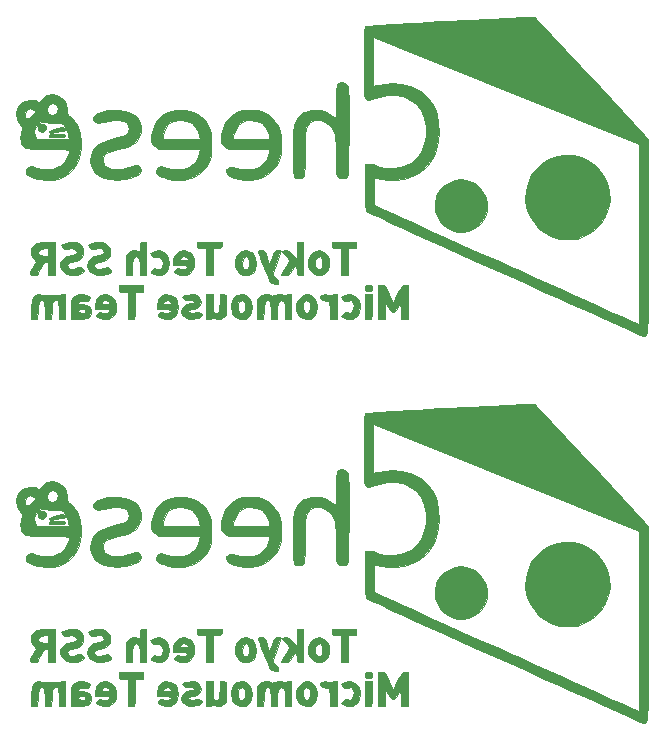
<source format=gbo>
G04 #@! TF.FileFunction,Legend,Bot*
%FSLAX46Y46*%
G04 Gerber Fmt 4.6, Leading zero omitted, Abs format (unit mm)*
G04 Created by KiCad (PCBNEW 4.0.7) date Mon May 14 02:01:04 2018*
%MOMM*%
%LPD*%
G01*
G04 APERTURE LIST*
%ADD10C,0.100000*%
%ADD11C,0.010000*%
G04 APERTURE END LIST*
D10*
D11*
G36*
X137700969Y-105900387D02*
X137304505Y-105911314D01*
X136784998Y-105930202D01*
X136157663Y-105956220D01*
X135437714Y-105988537D01*
X134640365Y-106026323D01*
X133780830Y-106068749D01*
X132874324Y-106114983D01*
X131936062Y-106164195D01*
X130981257Y-106215555D01*
X130025123Y-106268233D01*
X129082876Y-106321398D01*
X128169729Y-106374220D01*
X127300896Y-106425868D01*
X126491592Y-106475512D01*
X125757032Y-106522323D01*
X125112429Y-106565468D01*
X124572997Y-106604119D01*
X124153951Y-106637445D01*
X123870506Y-106664615D01*
X123737875Y-106684799D01*
X123730698Y-106687996D01*
X123698447Y-106741884D01*
X123672421Y-106854881D01*
X123652019Y-107042528D01*
X123636639Y-107320366D01*
X123625682Y-107703939D01*
X123618547Y-108208786D01*
X123614634Y-108850451D01*
X123613341Y-109644474D01*
X123613333Y-109725244D01*
X123613648Y-110508690D01*
X123615244Y-111140299D01*
X123619104Y-111637569D01*
X123626208Y-112017994D01*
X123637536Y-112299073D01*
X123654069Y-112498301D01*
X123676788Y-112633175D01*
X123706673Y-112721191D01*
X123744705Y-112779846D01*
X123786908Y-112822172D01*
X123926467Y-112921930D01*
X124067361Y-112925480D01*
X124231408Y-112866773D01*
X124914258Y-112631763D01*
X125572522Y-112497354D01*
X126161544Y-112472195D01*
X126238000Y-112478077D01*
X126937067Y-112618701D01*
X127539124Y-112893227D01*
X128036913Y-113291965D01*
X128423177Y-113805228D01*
X128690660Y-114423327D01*
X128832103Y-115136572D01*
X128840249Y-115935275D01*
X128839109Y-115950650D01*
X128713136Y-116659328D01*
X128455279Y-117291055D01*
X128077512Y-117827371D01*
X127591805Y-118249816D01*
X127211666Y-118460086D01*
X126693794Y-118620403D01*
X126097098Y-118693063D01*
X125488894Y-118675947D01*
X124936500Y-118566933D01*
X124841000Y-118534778D01*
X124370888Y-118378854D01*
X124035526Y-118305339D01*
X123822717Y-118312500D01*
X123731284Y-118377071D01*
X123705116Y-118504216D01*
X123687444Y-118767832D01*
X123677644Y-119137811D01*
X123675093Y-119584047D01*
X123679168Y-120076434D01*
X123689246Y-120584866D01*
X123704704Y-121079237D01*
X123724918Y-121529441D01*
X123749266Y-121905371D01*
X123777124Y-122176922D01*
X123807870Y-122313987D01*
X123812920Y-122321326D01*
X123898400Y-122365579D01*
X124127992Y-122474482D01*
X124491410Y-122643393D01*
X124978370Y-122867671D01*
X125578589Y-123142674D01*
X126281780Y-123463761D01*
X127077660Y-123826289D01*
X127955945Y-124225618D01*
X128906350Y-124657106D01*
X129918591Y-125116110D01*
X130982383Y-125597990D01*
X132087443Y-126098103D01*
X133223484Y-126611809D01*
X134380224Y-127134465D01*
X135547378Y-127661430D01*
X136714662Y-128188062D01*
X137871790Y-128709720D01*
X139008479Y-129221762D01*
X140114445Y-129719546D01*
X141179402Y-130198431D01*
X142193066Y-130653775D01*
X143145154Y-131080937D01*
X144025381Y-131475274D01*
X144823462Y-131832146D01*
X145529112Y-132146911D01*
X146132048Y-132414926D01*
X146621986Y-132631551D01*
X146988640Y-132792143D01*
X147221727Y-132892062D01*
X147310961Y-132926665D01*
X147311037Y-132926666D01*
X147413823Y-132870401D01*
X147518544Y-132771833D01*
X147541903Y-132735834D01*
X147562530Y-132675932D01*
X147580591Y-132582125D01*
X147596255Y-132444413D01*
X147609687Y-132252793D01*
X147621055Y-131997264D01*
X147630525Y-131667825D01*
X147638263Y-131254474D01*
X147644438Y-130747209D01*
X147649215Y-130136030D01*
X147652761Y-129410934D01*
X147655242Y-128561921D01*
X147656827Y-127578988D01*
X147657681Y-126452134D01*
X147657971Y-125171358D01*
X147657952Y-124410999D01*
X147657275Y-116620702D01*
X146896666Y-116620702D01*
X146896666Y-131912939D01*
X146621500Y-131795167D01*
X146511831Y-131746528D01*
X146257066Y-131632521D01*
X145866500Y-131457327D01*
X145349429Y-131225127D01*
X144715148Y-130940101D01*
X143972953Y-130606430D01*
X143132139Y-130228295D01*
X142202002Y-129809875D01*
X141191836Y-129355352D01*
X140110939Y-128868907D01*
X138968604Y-128354719D01*
X137774128Y-127816970D01*
X136536805Y-127259840D01*
X136101666Y-127063889D01*
X134842759Y-126496926D01*
X133617809Y-125945187D01*
X132436622Y-125413092D01*
X131309005Y-124905062D01*
X130244765Y-124425516D01*
X129253707Y-123978875D01*
X128345638Y-123569559D01*
X127530364Y-123201990D01*
X126817693Y-122880587D01*
X126217429Y-122609771D01*
X125739381Y-122393961D01*
X125393353Y-122237580D01*
X125189153Y-122145046D01*
X125158500Y-122131075D01*
X124460000Y-121811768D01*
X124460000Y-120629159D01*
X124461627Y-120160452D01*
X124468575Y-119836725D01*
X124483942Y-119633638D01*
X124510829Y-119526852D01*
X124552333Y-119492028D01*
X124603570Y-119501642D01*
X124754900Y-119541243D01*
X125019211Y-119594023D01*
X125341861Y-119649156D01*
X125372406Y-119653943D01*
X126186108Y-119705586D01*
X126969196Y-119611081D01*
X127701081Y-119379727D01*
X128361174Y-119020823D01*
X128928886Y-118543668D01*
X129383629Y-117957560D01*
X129473714Y-117801635D01*
X129742391Y-117152255D01*
X129908368Y-116412652D01*
X129971063Y-115627266D01*
X129929890Y-114840538D01*
X129784267Y-114096908D01*
X129533609Y-113440818D01*
X129531053Y-113435796D01*
X129281419Y-113051259D01*
X128932779Y-112648649D01*
X128538884Y-112282963D01*
X128153487Y-112009196D01*
X128116411Y-111988407D01*
X127498928Y-111731396D01*
X126790240Y-111567259D01*
X126044532Y-111502064D01*
X125315991Y-111541880D01*
X124880732Y-111626058D01*
X124625560Y-111687611D01*
X124447951Y-111721700D01*
X124395107Y-111723329D01*
X124389688Y-111635992D01*
X124386549Y-111402619D01*
X124385691Y-111046495D01*
X124387117Y-110590901D01*
X124390826Y-110059120D01*
X124394993Y-109634646D01*
X124417666Y-107568750D01*
X146896666Y-116620702D01*
X147657275Y-116620702D01*
X147657238Y-116205000D01*
X142910366Y-111082666D01*
X142179930Y-110295083D01*
X141481443Y-109543166D01*
X140823610Y-108836216D01*
X140215139Y-108183532D01*
X139664734Y-107594414D01*
X139181103Y-107078163D01*
X138772952Y-106644078D01*
X138448986Y-106301458D01*
X138217911Y-106059604D01*
X138088434Y-105927815D01*
X138063913Y-105905735D01*
X137959177Y-105898251D01*
X137700969Y-105900387D01*
X137700969Y-105900387D01*
G37*
X137700969Y-105900387D02*
X137304505Y-105911314D01*
X136784998Y-105930202D01*
X136157663Y-105956220D01*
X135437714Y-105988537D01*
X134640365Y-106026323D01*
X133780830Y-106068749D01*
X132874324Y-106114983D01*
X131936062Y-106164195D01*
X130981257Y-106215555D01*
X130025123Y-106268233D01*
X129082876Y-106321398D01*
X128169729Y-106374220D01*
X127300896Y-106425868D01*
X126491592Y-106475512D01*
X125757032Y-106522323D01*
X125112429Y-106565468D01*
X124572997Y-106604119D01*
X124153951Y-106637445D01*
X123870506Y-106664615D01*
X123737875Y-106684799D01*
X123730698Y-106687996D01*
X123698447Y-106741884D01*
X123672421Y-106854881D01*
X123652019Y-107042528D01*
X123636639Y-107320366D01*
X123625682Y-107703939D01*
X123618547Y-108208786D01*
X123614634Y-108850451D01*
X123613341Y-109644474D01*
X123613333Y-109725244D01*
X123613648Y-110508690D01*
X123615244Y-111140299D01*
X123619104Y-111637569D01*
X123626208Y-112017994D01*
X123637536Y-112299073D01*
X123654069Y-112498301D01*
X123676788Y-112633175D01*
X123706673Y-112721191D01*
X123744705Y-112779846D01*
X123786908Y-112822172D01*
X123926467Y-112921930D01*
X124067361Y-112925480D01*
X124231408Y-112866773D01*
X124914258Y-112631763D01*
X125572522Y-112497354D01*
X126161544Y-112472195D01*
X126238000Y-112478077D01*
X126937067Y-112618701D01*
X127539124Y-112893227D01*
X128036913Y-113291965D01*
X128423177Y-113805228D01*
X128690660Y-114423327D01*
X128832103Y-115136572D01*
X128840249Y-115935275D01*
X128839109Y-115950650D01*
X128713136Y-116659328D01*
X128455279Y-117291055D01*
X128077512Y-117827371D01*
X127591805Y-118249816D01*
X127211666Y-118460086D01*
X126693794Y-118620403D01*
X126097098Y-118693063D01*
X125488894Y-118675947D01*
X124936500Y-118566933D01*
X124841000Y-118534778D01*
X124370888Y-118378854D01*
X124035526Y-118305339D01*
X123822717Y-118312500D01*
X123731284Y-118377071D01*
X123705116Y-118504216D01*
X123687444Y-118767832D01*
X123677644Y-119137811D01*
X123675093Y-119584047D01*
X123679168Y-120076434D01*
X123689246Y-120584866D01*
X123704704Y-121079237D01*
X123724918Y-121529441D01*
X123749266Y-121905371D01*
X123777124Y-122176922D01*
X123807870Y-122313987D01*
X123812920Y-122321326D01*
X123898400Y-122365579D01*
X124127992Y-122474482D01*
X124491410Y-122643393D01*
X124978370Y-122867671D01*
X125578589Y-123142674D01*
X126281780Y-123463761D01*
X127077660Y-123826289D01*
X127955945Y-124225618D01*
X128906350Y-124657106D01*
X129918591Y-125116110D01*
X130982383Y-125597990D01*
X132087443Y-126098103D01*
X133223484Y-126611809D01*
X134380224Y-127134465D01*
X135547378Y-127661430D01*
X136714662Y-128188062D01*
X137871790Y-128709720D01*
X139008479Y-129221762D01*
X140114445Y-129719546D01*
X141179402Y-130198431D01*
X142193066Y-130653775D01*
X143145154Y-131080937D01*
X144025381Y-131475274D01*
X144823462Y-131832146D01*
X145529112Y-132146911D01*
X146132048Y-132414926D01*
X146621986Y-132631551D01*
X146988640Y-132792143D01*
X147221727Y-132892062D01*
X147310961Y-132926665D01*
X147311037Y-132926666D01*
X147413823Y-132870401D01*
X147518544Y-132771833D01*
X147541903Y-132735834D01*
X147562530Y-132675932D01*
X147580591Y-132582125D01*
X147596255Y-132444413D01*
X147609687Y-132252793D01*
X147621055Y-131997264D01*
X147630525Y-131667825D01*
X147638263Y-131254474D01*
X147644438Y-130747209D01*
X147649215Y-130136030D01*
X147652761Y-129410934D01*
X147655242Y-128561921D01*
X147656827Y-127578988D01*
X147657681Y-126452134D01*
X147657971Y-125171358D01*
X147657952Y-124410999D01*
X147657275Y-116620702D01*
X146896666Y-116620702D01*
X146896666Y-131912939D01*
X146621500Y-131795167D01*
X146511831Y-131746528D01*
X146257066Y-131632521D01*
X145866500Y-131457327D01*
X145349429Y-131225127D01*
X144715148Y-130940101D01*
X143972953Y-130606430D01*
X143132139Y-130228295D01*
X142202002Y-129809875D01*
X141191836Y-129355352D01*
X140110939Y-128868907D01*
X138968604Y-128354719D01*
X137774128Y-127816970D01*
X136536805Y-127259840D01*
X136101666Y-127063889D01*
X134842759Y-126496926D01*
X133617809Y-125945187D01*
X132436622Y-125413092D01*
X131309005Y-124905062D01*
X130244765Y-124425516D01*
X129253707Y-123978875D01*
X128345638Y-123569559D01*
X127530364Y-123201990D01*
X126817693Y-122880587D01*
X126217429Y-122609771D01*
X125739381Y-122393961D01*
X125393353Y-122237580D01*
X125189153Y-122145046D01*
X125158500Y-122131075D01*
X124460000Y-121811768D01*
X124460000Y-120629159D01*
X124461627Y-120160452D01*
X124468575Y-119836725D01*
X124483942Y-119633638D01*
X124510829Y-119526852D01*
X124552333Y-119492028D01*
X124603570Y-119501642D01*
X124754900Y-119541243D01*
X125019211Y-119594023D01*
X125341861Y-119649156D01*
X125372406Y-119653943D01*
X126186108Y-119705586D01*
X126969196Y-119611081D01*
X127701081Y-119379727D01*
X128361174Y-119020823D01*
X128928886Y-118543668D01*
X129383629Y-117957560D01*
X129473714Y-117801635D01*
X129742391Y-117152255D01*
X129908368Y-116412652D01*
X129971063Y-115627266D01*
X129929890Y-114840538D01*
X129784267Y-114096908D01*
X129533609Y-113440818D01*
X129531053Y-113435796D01*
X129281419Y-113051259D01*
X128932779Y-112648649D01*
X128538884Y-112282963D01*
X128153487Y-112009196D01*
X128116411Y-111988407D01*
X127498928Y-111731396D01*
X126790240Y-111567259D01*
X126044532Y-111502064D01*
X125315991Y-111541880D01*
X124880732Y-111626058D01*
X124625560Y-111687611D01*
X124447951Y-111721700D01*
X124395107Y-111723329D01*
X124389688Y-111635992D01*
X124386549Y-111402619D01*
X124385691Y-111046495D01*
X124387117Y-110590901D01*
X124390826Y-110059120D01*
X124394993Y-109634646D01*
X124417666Y-107568750D01*
X146896666Y-116620702D01*
X147657275Y-116620702D01*
X147657238Y-116205000D01*
X142910366Y-111082666D01*
X142179930Y-110295083D01*
X141481443Y-109543166D01*
X140823610Y-108836216D01*
X140215139Y-108183532D01*
X139664734Y-107594414D01*
X139181103Y-107078163D01*
X138772952Y-106644078D01*
X138448986Y-106301458D01*
X138217911Y-106059604D01*
X138088434Y-105927815D01*
X138063913Y-105905735D01*
X137959177Y-105898251D01*
X137700969Y-105900387D01*
G36*
X126962750Y-128620491D02*
X126861182Y-128674656D01*
X126757107Y-128799195D01*
X126626759Y-129022145D01*
X126457518Y-129349500D01*
X126082543Y-130090333D01*
X125737648Y-129349500D01*
X125576093Y-129007971D01*
X125460071Y-128791788D01*
X125364682Y-128672306D01*
X125265027Y-128620881D01*
X125136206Y-128608868D01*
X125093662Y-128608666D01*
X124794572Y-128608666D01*
X124841000Y-131445000D01*
X125116166Y-131471531D01*
X125391333Y-131498062D01*
X125395406Y-130709531D01*
X125399478Y-129921000D01*
X125650763Y-130407833D01*
X125847984Y-130733412D01*
X126024503Y-130893072D01*
X126190518Y-130887383D01*
X126356224Y-130716915D01*
X126498694Y-130455287D01*
X126703666Y-130015909D01*
X126746000Y-130730454D01*
X126788333Y-131445000D01*
X127063500Y-131471531D01*
X127338666Y-131498062D01*
X127338666Y-128608666D01*
X127085580Y-128608666D01*
X126962750Y-128620491D01*
X126962750Y-128620491D01*
G37*
X126962750Y-128620491D02*
X126861182Y-128674656D01*
X126757107Y-128799195D01*
X126626759Y-129022145D01*
X126457518Y-129349500D01*
X126082543Y-130090333D01*
X125737648Y-129349500D01*
X125576093Y-129007971D01*
X125460071Y-128791788D01*
X125364682Y-128672306D01*
X125265027Y-128620881D01*
X125136206Y-128608868D01*
X125093662Y-128608666D01*
X124794572Y-128608666D01*
X124841000Y-131445000D01*
X125116166Y-131471531D01*
X125391333Y-131498062D01*
X125395406Y-130709531D01*
X125399478Y-129921000D01*
X125650763Y-130407833D01*
X125847984Y-130733412D01*
X126024503Y-130893072D01*
X126190518Y-130887383D01*
X126356224Y-130716915D01*
X126498694Y-130455287D01*
X126703666Y-130015909D01*
X126746000Y-130730454D01*
X126788333Y-131445000D01*
X127063500Y-131471531D01*
X127338666Y-131498062D01*
X127338666Y-128608666D01*
X127085580Y-128608666D01*
X126962750Y-128620491D01*
G36*
X123698000Y-131487333D02*
X123937889Y-131487333D01*
X124131797Y-131469200D01*
X124234222Y-131430888D01*
X124256281Y-131328692D01*
X124274302Y-131092644D01*
X124286393Y-130758212D01*
X124290666Y-130372555D01*
X124290666Y-129370666D01*
X123698000Y-129370666D01*
X123698000Y-131487333D01*
X123698000Y-131487333D01*
G37*
X123698000Y-131487333D02*
X123937889Y-131487333D01*
X124131797Y-131469200D01*
X124234222Y-131430888D01*
X124256281Y-131328692D01*
X124274302Y-131092644D01*
X124286393Y-130758212D01*
X124290666Y-130372555D01*
X124290666Y-129370666D01*
X123698000Y-129370666D01*
X123698000Y-131487333D01*
G36*
X122012196Y-129422481D02*
X121848800Y-129506230D01*
X121718381Y-129613478D01*
X121719535Y-129702777D01*
X121799882Y-129801604D01*
X121945353Y-129907222D01*
X122147744Y-129924887D01*
X122269018Y-129909524D01*
X122485376Y-129887686D01*
X122599927Y-129933079D01*
X122675610Y-130073789D01*
X122683594Y-130094525D01*
X122743230Y-130392305D01*
X122704538Y-130656136D01*
X122586976Y-130851436D01*
X122410003Y-130943625D01*
X122222967Y-130913094D01*
X122060240Y-130869609D01*
X121922491Y-130936349D01*
X121835916Y-131021046D01*
X121648883Y-131220133D01*
X121907237Y-131353733D01*
X122293880Y-131473510D01*
X122675708Y-131425988D01*
X122733806Y-131404354D01*
X123017233Y-131203195D01*
X123203914Y-130885037D01*
X123274528Y-130483477D01*
X123274666Y-130463899D01*
X123253413Y-130167816D01*
X123199980Y-129906300D01*
X123173516Y-129833967D01*
X122977877Y-129591131D01*
X122682847Y-129432633D01*
X122342822Y-129371931D01*
X122012196Y-129422481D01*
X122012196Y-129422481D01*
G37*
X122012196Y-129422481D02*
X121848800Y-129506230D01*
X121718381Y-129613478D01*
X121719535Y-129702777D01*
X121799882Y-129801604D01*
X121945353Y-129907222D01*
X122147744Y-129924887D01*
X122269018Y-129909524D01*
X122485376Y-129887686D01*
X122599927Y-129933079D01*
X122675610Y-130073789D01*
X122683594Y-130094525D01*
X122743230Y-130392305D01*
X122704538Y-130656136D01*
X122586976Y-130851436D01*
X122410003Y-130943625D01*
X122222967Y-130913094D01*
X122060240Y-130869609D01*
X121922491Y-130936349D01*
X121835916Y-131021046D01*
X121648883Y-131220133D01*
X121907237Y-131353733D01*
X122293880Y-131473510D01*
X122675708Y-131425988D01*
X122733806Y-131404354D01*
X123017233Y-131203195D01*
X123203914Y-130885037D01*
X123274528Y-130483477D01*
X123274666Y-130463899D01*
X123253413Y-130167816D01*
X123199980Y-129906300D01*
X123173516Y-129833967D01*
X122977877Y-129591131D01*
X122682847Y-129432633D01*
X122342822Y-129371931D01*
X122012196Y-129422481D01*
G36*
X120893759Y-129400163D02*
X120819335Y-129471846D01*
X120819333Y-129472266D01*
X120794343Y-129531171D01*
X120717733Y-129472266D01*
X120551652Y-129397035D01*
X120308686Y-129373766D01*
X120066923Y-129401261D01*
X119904451Y-129478324D01*
X119898666Y-129484814D01*
X119874653Y-129618689D01*
X119976335Y-129757628D01*
X120164309Y-129869061D01*
X120399171Y-129920416D01*
X120426362Y-129921000D01*
X120692333Y-129921000D01*
X120734666Y-130683000D01*
X120777000Y-131445000D01*
X121052166Y-131471531D01*
X121327333Y-131498062D01*
X121327333Y-129370666D01*
X121073333Y-129370666D01*
X120893759Y-129400163D01*
X120893759Y-129400163D01*
G37*
X120893759Y-129400163D02*
X120819335Y-129471846D01*
X120819333Y-129472266D01*
X120794343Y-129531171D01*
X120717733Y-129472266D01*
X120551652Y-129397035D01*
X120308686Y-129373766D01*
X120066923Y-129401261D01*
X119904451Y-129478324D01*
X119898666Y-129484814D01*
X119874653Y-129618689D01*
X119976335Y-129757628D01*
X120164309Y-129869061D01*
X120399171Y-129920416D01*
X120426362Y-129921000D01*
X120692333Y-129921000D01*
X120734666Y-130683000D01*
X120777000Y-131445000D01*
X121052166Y-131471531D01*
X121327333Y-131498062D01*
X121327333Y-129370666D01*
X121073333Y-129370666D01*
X120893759Y-129400163D01*
G36*
X118428991Y-129445473D02*
X118174862Y-129645825D01*
X117992157Y-129935622D01*
X117891369Y-130278765D01*
X117882990Y-130639151D01*
X117977511Y-130980682D01*
X118185425Y-131267255D01*
X118191282Y-131272604D01*
X118435605Y-131401252D01*
X118753612Y-131455840D01*
X119062964Y-131428118D01*
X119201347Y-131373788D01*
X119455951Y-131141240D01*
X119596633Y-130797029D01*
X119631000Y-130445962D01*
X119623150Y-130374667D01*
X119093623Y-130374667D01*
X119067917Y-130636735D01*
X118961685Y-130866257D01*
X118808407Y-130972745D01*
X118646085Y-130943417D01*
X118536312Y-130815566D01*
X118465102Y-130581331D01*
X118454665Y-130310290D01*
X118501992Y-130074817D01*
X118571599Y-129966708D01*
X118755208Y-129891788D01*
X118918637Y-129955356D01*
X119039052Y-130126590D01*
X119093623Y-130374667D01*
X119623150Y-130374667D01*
X119580070Y-129983461D01*
X119419886Y-129649670D01*
X119151018Y-129445278D01*
X118774035Y-129370978D01*
X118744053Y-129370666D01*
X118428991Y-129445473D01*
X118428991Y-129445473D01*
G37*
X118428991Y-129445473D02*
X118174862Y-129645825D01*
X117992157Y-129935622D01*
X117891369Y-130278765D01*
X117882990Y-130639151D01*
X117977511Y-130980682D01*
X118185425Y-131267255D01*
X118191282Y-131272604D01*
X118435605Y-131401252D01*
X118753612Y-131455840D01*
X119062964Y-131428118D01*
X119201347Y-131373788D01*
X119455951Y-131141240D01*
X119596633Y-130797029D01*
X119631000Y-130445962D01*
X119623150Y-130374667D01*
X119093623Y-130374667D01*
X119067917Y-130636735D01*
X118961685Y-130866257D01*
X118808407Y-130972745D01*
X118646085Y-130943417D01*
X118536312Y-130815566D01*
X118465102Y-130581331D01*
X118454665Y-130310290D01*
X118501992Y-130074817D01*
X118571599Y-129966708D01*
X118755208Y-129891788D01*
X118918637Y-129955356D01*
X119039052Y-130126590D01*
X119093623Y-130374667D01*
X119623150Y-130374667D01*
X119580070Y-129983461D01*
X119419886Y-129649670D01*
X119151018Y-129445278D01*
X118774035Y-129370978D01*
X118744053Y-129370666D01*
X118428991Y-129445473D01*
G36*
X116999092Y-129400163D02*
X116924669Y-129471846D01*
X116924666Y-129472266D01*
X116899676Y-129531171D01*
X116823066Y-129472266D01*
X116635219Y-129387652D01*
X116363442Y-129381578D01*
X116073926Y-129454237D01*
X116037354Y-129469970D01*
X115848792Y-129526896D01*
X115726414Y-129476107D01*
X115720103Y-129469970D01*
X115523094Y-129377872D01*
X115251797Y-129371636D01*
X114973144Y-129443682D01*
X114761818Y-129578484D01*
X114666851Y-129685730D01*
X114606205Y-129804129D01*
X114572261Y-129972676D01*
X114557401Y-130230365D01*
X114554005Y-130616192D01*
X114554000Y-130642182D01*
X114554000Y-131498062D01*
X114829166Y-131471531D01*
X115104333Y-131445000D01*
X115146666Y-130683854D01*
X115171905Y-130314440D01*
X115202980Y-130082219D01*
X115247803Y-129955065D01*
X115314284Y-129900851D01*
X115341234Y-129893696D01*
X115518148Y-129895963D01*
X115636946Y-129995879D01*
X115706711Y-130213624D01*
X115736528Y-130569380D01*
X115739333Y-130778033D01*
X115739333Y-131487333D01*
X116247333Y-131487333D01*
X116247333Y-130900178D01*
X116271019Y-130411782D01*
X116342789Y-130082647D01*
X116463712Y-129909359D01*
X116566971Y-129878666D01*
X116730145Y-129910465D01*
X116837091Y-130022876D01*
X116897888Y-130241425D01*
X116922614Y-130591635D01*
X116924666Y-130784600D01*
X116924666Y-131487333D01*
X117432666Y-131487333D01*
X117432666Y-129370666D01*
X117178666Y-129370666D01*
X116999092Y-129400163D01*
X116999092Y-129400163D01*
G37*
X116999092Y-129400163D02*
X116924669Y-129471846D01*
X116924666Y-129472266D01*
X116899676Y-129531171D01*
X116823066Y-129472266D01*
X116635219Y-129387652D01*
X116363442Y-129381578D01*
X116073926Y-129454237D01*
X116037354Y-129469970D01*
X115848792Y-129526896D01*
X115726414Y-129476107D01*
X115720103Y-129469970D01*
X115523094Y-129377872D01*
X115251797Y-129371636D01*
X114973144Y-129443682D01*
X114761818Y-129578484D01*
X114666851Y-129685730D01*
X114606205Y-129804129D01*
X114572261Y-129972676D01*
X114557401Y-130230365D01*
X114554005Y-130616192D01*
X114554000Y-130642182D01*
X114554000Y-131498062D01*
X114829166Y-131471531D01*
X115104333Y-131445000D01*
X115146666Y-130683854D01*
X115171905Y-130314440D01*
X115202980Y-130082219D01*
X115247803Y-129955065D01*
X115314284Y-129900851D01*
X115341234Y-129893696D01*
X115518148Y-129895963D01*
X115636946Y-129995879D01*
X115706711Y-130213624D01*
X115736528Y-130569380D01*
X115739333Y-130778033D01*
X115739333Y-131487333D01*
X116247333Y-131487333D01*
X116247333Y-130900178D01*
X116271019Y-130411782D01*
X116342789Y-130082647D01*
X116463712Y-129909359D01*
X116566971Y-129878666D01*
X116730145Y-129910465D01*
X116837091Y-130022876D01*
X116897888Y-130241425D01*
X116922614Y-130591635D01*
X116924666Y-130784600D01*
X116924666Y-131487333D01*
X117432666Y-131487333D01*
X117432666Y-129370666D01*
X117178666Y-129370666D01*
X116999092Y-129400163D01*
G36*
X112910451Y-129428702D02*
X112637331Y-129607130D01*
X112468986Y-129912428D01*
X112400214Y-130351073D01*
X112397987Y-130485632D01*
X112412515Y-130792230D01*
X112464440Y-130993288D01*
X112573149Y-131151642D01*
X112617902Y-131198386D01*
X112895665Y-131377510D01*
X113233764Y-131458613D01*
X113562495Y-131430378D01*
X113698014Y-131373788D01*
X113952617Y-131141240D01*
X114093299Y-130797029D01*
X114127666Y-130445962D01*
X114124639Y-130419287D01*
X113538000Y-130419287D01*
X113522194Y-130716912D01*
X113461021Y-130884194D01*
X113333848Y-130958308D01*
X113230867Y-130972649D01*
X113100880Y-130920073D01*
X113035193Y-130858590D01*
X112969437Y-130681679D01*
X112959476Y-130429274D01*
X112998469Y-130172087D01*
X113079574Y-129980831D01*
X113124325Y-129937315D01*
X113323098Y-129871025D01*
X113457505Y-129961149D01*
X113527267Y-130207360D01*
X113538000Y-130419287D01*
X114124639Y-130419287D01*
X114075754Y-129988577D01*
X113916389Y-129651772D01*
X113655543Y-129443241D01*
X113299184Y-129370680D01*
X113293550Y-129370666D01*
X112910451Y-129428702D01*
X112910451Y-129428702D01*
G37*
X112910451Y-129428702D02*
X112637331Y-129607130D01*
X112468986Y-129912428D01*
X112400214Y-130351073D01*
X112397987Y-130485632D01*
X112412515Y-130792230D01*
X112464440Y-130993288D01*
X112573149Y-131151642D01*
X112617902Y-131198386D01*
X112895665Y-131377510D01*
X113233764Y-131458613D01*
X113562495Y-131430378D01*
X113698014Y-131373788D01*
X113952617Y-131141240D01*
X114093299Y-130797029D01*
X114127666Y-130445962D01*
X114124639Y-130419287D01*
X113538000Y-130419287D01*
X113522194Y-130716912D01*
X113461021Y-130884194D01*
X113333848Y-130958308D01*
X113230867Y-130972649D01*
X113100880Y-130920073D01*
X113035193Y-130858590D01*
X112969437Y-130681679D01*
X112959476Y-130429274D01*
X112998469Y-130172087D01*
X113079574Y-129980831D01*
X113124325Y-129937315D01*
X113323098Y-129871025D01*
X113457505Y-129961149D01*
X113527267Y-130207360D01*
X113538000Y-130419287D01*
X114124639Y-130419287D01*
X114075754Y-129988577D01*
X113916389Y-129651772D01*
X113655543Y-129443241D01*
X113299184Y-129370680D01*
X113293550Y-129370666D01*
X112910451Y-129428702D01*
G36*
X111403537Y-130097440D02*
X111373707Y-130529181D01*
X111312826Y-130809429D01*
X111212579Y-130954492D01*
X111064649Y-130980677D01*
X110967175Y-130953131D01*
X110899419Y-130898617D01*
X110857415Y-130776813D01*
X110835688Y-130555399D01*
X110828766Y-130202057D01*
X110828666Y-130135323D01*
X110828666Y-129370666D01*
X110236000Y-129370666D01*
X110236000Y-131487333D01*
X110490000Y-131487333D01*
X110668351Y-131463413D01*
X110743981Y-131405780D01*
X110744000Y-131404762D01*
X110811348Y-131364937D01*
X110961178Y-131404762D01*
X111272579Y-131480523D01*
X111527071Y-131427064D01*
X111728008Y-131288248D01*
X111834087Y-131188100D01*
X111901890Y-131082220D01*
X111940339Y-130931658D01*
X111958354Y-130697464D01*
X111964857Y-130340688D01*
X111965562Y-130251081D01*
X111971666Y-129413000D01*
X111699871Y-129386720D01*
X111428075Y-129360440D01*
X111403537Y-130097440D01*
X111403537Y-130097440D01*
G37*
X111403537Y-130097440D02*
X111373707Y-130529181D01*
X111312826Y-130809429D01*
X111212579Y-130954492D01*
X111064649Y-130980677D01*
X110967175Y-130953131D01*
X110899419Y-130898617D01*
X110857415Y-130776813D01*
X110835688Y-130555399D01*
X110828766Y-130202057D01*
X110828666Y-130135323D01*
X110828666Y-129370666D01*
X110236000Y-129370666D01*
X110236000Y-131487333D01*
X110490000Y-131487333D01*
X110668351Y-131463413D01*
X110743981Y-131405780D01*
X110744000Y-131404762D01*
X110811348Y-131364937D01*
X110961178Y-131404762D01*
X111272579Y-131480523D01*
X111527071Y-131427064D01*
X111728008Y-131288248D01*
X111834087Y-131188100D01*
X111901890Y-131082220D01*
X111940339Y-130931658D01*
X111958354Y-130697464D01*
X111964857Y-130340688D01*
X111965562Y-130251081D01*
X111971666Y-129413000D01*
X111699871Y-129386720D01*
X111428075Y-129360440D01*
X111403537Y-130097440D01*
G36*
X108727036Y-129392959D02*
X108473109Y-129448538D01*
X108418256Y-129469558D01*
X108201211Y-129568451D01*
X108379940Y-129758698D01*
X108535911Y-129887172D01*
X108697705Y-129895224D01*
X108806436Y-129862574D01*
X109033290Y-129819587D01*
X109178503Y-129879360D01*
X109262818Y-130008020D01*
X109194783Y-130101004D01*
X109015971Y-130132666D01*
X108665139Y-130187262D01*
X108379030Y-130334029D01*
X108208172Y-130545927D01*
X108158140Y-130843448D01*
X108248345Y-131101247D01*
X108451392Y-131303528D01*
X108739883Y-131434499D01*
X109086422Y-131478365D01*
X109463613Y-131419331D01*
X109622166Y-131361106D01*
X109831266Y-131246768D01*
X109883347Y-131134748D01*
X109787145Y-130992723D01*
X109735043Y-130943373D01*
X109577852Y-130846027D01*
X109416314Y-130880681D01*
X109392189Y-130893138D01*
X109181357Y-130958493D01*
X108965413Y-130957966D01*
X108804051Y-130899118D01*
X108754333Y-130812343D01*
X108836677Y-130710069D01*
X109076852Y-130633264D01*
X109126025Y-130624233D01*
X109504133Y-130508743D01*
X109732408Y-130316173D01*
X109812518Y-130045084D01*
X109812666Y-130031029D01*
X109736676Y-129734408D01*
X109527545Y-129512439D01*
X109213533Y-129388551D01*
X109016165Y-129370666D01*
X108727036Y-129392959D01*
X108727036Y-129392959D01*
G37*
X108727036Y-129392959D02*
X108473109Y-129448538D01*
X108418256Y-129469558D01*
X108201211Y-129568451D01*
X108379940Y-129758698D01*
X108535911Y-129887172D01*
X108697705Y-129895224D01*
X108806436Y-129862574D01*
X109033290Y-129819587D01*
X109178503Y-129879360D01*
X109262818Y-130008020D01*
X109194783Y-130101004D01*
X109015971Y-130132666D01*
X108665139Y-130187262D01*
X108379030Y-130334029D01*
X108208172Y-130545927D01*
X108158140Y-130843448D01*
X108248345Y-131101247D01*
X108451392Y-131303528D01*
X108739883Y-131434499D01*
X109086422Y-131478365D01*
X109463613Y-131419331D01*
X109622166Y-131361106D01*
X109831266Y-131246768D01*
X109883347Y-131134748D01*
X109787145Y-130992723D01*
X109735043Y-130943373D01*
X109577852Y-130846027D01*
X109416314Y-130880681D01*
X109392189Y-130893138D01*
X109181357Y-130958493D01*
X108965413Y-130957966D01*
X108804051Y-130899118D01*
X108754333Y-130812343D01*
X108836677Y-130710069D01*
X109076852Y-130633264D01*
X109126025Y-130624233D01*
X109504133Y-130508743D01*
X109732408Y-130316173D01*
X109812518Y-130045084D01*
X109812666Y-130031029D01*
X109736676Y-129734408D01*
X109527545Y-129512439D01*
X109213533Y-129388551D01*
X109016165Y-129370666D01*
X108727036Y-129392959D01*
G36*
X106505977Y-129457843D02*
X106306962Y-129646309D01*
X106158231Y-129941079D01*
X106089072Y-130280428D01*
X106087333Y-130340128D01*
X106087333Y-130640666D01*
X106686208Y-130640666D01*
X106999471Y-130645532D01*
X107176851Y-130665894D01*
X107251656Y-130710399D01*
X107257198Y-130787694D01*
X107256984Y-130788833D01*
X107158939Y-130908590D01*
X106962929Y-130965722D01*
X106732305Y-130949087D01*
X106610177Y-130902610D01*
X106450470Y-130866265D01*
X106309657Y-130967557D01*
X106196396Y-131118604D01*
X106207528Y-131222115D01*
X106358715Y-131317972D01*
X106465614Y-131364653D01*
X106875036Y-131473557D01*
X107245676Y-131432758D01*
X107324473Y-131404354D01*
X107607900Y-131203195D01*
X107794581Y-130885037D01*
X107865194Y-130483477D01*
X107865333Y-130463899D01*
X107825591Y-130087981D01*
X107302382Y-130087981D01*
X107301465Y-130169216D01*
X107195044Y-130208037D01*
X106973676Y-130217333D01*
X106747367Y-130201363D01*
X106612180Y-130160989D01*
X106595333Y-130137467D01*
X106657635Y-130033847D01*
X106777756Y-129929827D01*
X107000514Y-129858106D01*
X107199305Y-129936321D01*
X107302382Y-130087981D01*
X107825591Y-130087981D01*
X107817769Y-130014002D01*
X107671184Y-129692460D01*
X107429721Y-129491317D01*
X107106142Y-129390113D01*
X106761181Y-129383195D01*
X106505977Y-129457843D01*
X106505977Y-129457843D01*
G37*
X106505977Y-129457843D02*
X106306962Y-129646309D01*
X106158231Y-129941079D01*
X106089072Y-130280428D01*
X106087333Y-130340128D01*
X106087333Y-130640666D01*
X106686208Y-130640666D01*
X106999471Y-130645532D01*
X107176851Y-130665894D01*
X107251656Y-130710399D01*
X107257198Y-130787694D01*
X107256984Y-130788833D01*
X107158939Y-130908590D01*
X106962929Y-130965722D01*
X106732305Y-130949087D01*
X106610177Y-130902610D01*
X106450470Y-130866265D01*
X106309657Y-130967557D01*
X106196396Y-131118604D01*
X106207528Y-131222115D01*
X106358715Y-131317972D01*
X106465614Y-131364653D01*
X106875036Y-131473557D01*
X107245676Y-131432758D01*
X107324473Y-131404354D01*
X107607900Y-131203195D01*
X107794581Y-130885037D01*
X107865194Y-130483477D01*
X107865333Y-130463899D01*
X107825591Y-130087981D01*
X107302382Y-130087981D01*
X107301465Y-130169216D01*
X107195044Y-130208037D01*
X106973676Y-130217333D01*
X106747367Y-130201363D01*
X106612180Y-130160989D01*
X106595333Y-130137467D01*
X106657635Y-130033847D01*
X106777756Y-129929827D01*
X107000514Y-129858106D01*
X107199305Y-129936321D01*
X107302382Y-130087981D01*
X107825591Y-130087981D01*
X107817769Y-130014002D01*
X107671184Y-129692460D01*
X107429721Y-129491317D01*
X107106142Y-129390113D01*
X106761181Y-129383195D01*
X106505977Y-129457843D01*
G36*
X102870000Y-128905000D02*
X102878133Y-129087080D01*
X102933256Y-129173300D01*
X103081453Y-129199505D01*
X103251000Y-129201333D01*
X103632000Y-129201333D01*
X103632000Y-131487333D01*
X103871889Y-131487333D01*
X104065797Y-131469200D01*
X104168222Y-131430888D01*
X104189459Y-131329367D01*
X104207047Y-131092391D01*
X104219312Y-130753827D01*
X104224582Y-130347542D01*
X104224666Y-130287888D01*
X104224666Y-129201333D01*
X104563333Y-129201333D01*
X104780169Y-129192362D01*
X104876533Y-129136970D01*
X104901243Y-128992440D01*
X104902000Y-128905000D01*
X104902000Y-128608666D01*
X102870000Y-128608666D01*
X102870000Y-128905000D01*
X102870000Y-128905000D01*
G37*
X102870000Y-128905000D02*
X102878133Y-129087080D01*
X102933256Y-129173300D01*
X103081453Y-129199505D01*
X103251000Y-129201333D01*
X103632000Y-129201333D01*
X103632000Y-131487333D01*
X103871889Y-131487333D01*
X104065797Y-131469200D01*
X104168222Y-131430888D01*
X104189459Y-131329367D01*
X104207047Y-131092391D01*
X104219312Y-130753827D01*
X104224582Y-130347542D01*
X104224666Y-130287888D01*
X104224666Y-129201333D01*
X104563333Y-129201333D01*
X104780169Y-129192362D01*
X104876533Y-129136970D01*
X104901243Y-128992440D01*
X104902000Y-128905000D01*
X104902000Y-128608666D01*
X102870000Y-128608666D01*
X102870000Y-128905000D01*
G36*
X101352720Y-129415627D02*
X101256643Y-129457843D01*
X101057629Y-129646309D01*
X100908898Y-129941079D01*
X100839739Y-130280428D01*
X100838000Y-130340128D01*
X100838000Y-130640666D01*
X101475979Y-130640666D01*
X101797978Y-130643223D01*
X101980830Y-130657115D01*
X102054711Y-130691679D01*
X102049795Y-130756249D01*
X102023333Y-130810000D01*
X101869839Y-130938006D01*
X101636991Y-130979128D01*
X101395917Y-130924137D01*
X101347934Y-130897653D01*
X101187467Y-130879386D01*
X101072767Y-130954405D01*
X100945949Y-131103205D01*
X100961217Y-131217314D01*
X101128866Y-131326165D01*
X101216280Y-131364653D01*
X101586058Y-131472009D01*
X101915486Y-131448645D01*
X102160244Y-131353281D01*
X102372630Y-131201545D01*
X102518278Y-131016433D01*
X102520077Y-131012559D01*
X102594678Y-130719755D01*
X102611089Y-130355093D01*
X102587279Y-130154039D01*
X102064588Y-130154039D01*
X102014542Y-130201667D01*
X101843333Y-130216497D01*
X101727000Y-130217333D01*
X101494772Y-130210690D01*
X101397909Y-130178853D01*
X101402603Y-130103960D01*
X101425336Y-130057960D01*
X101592546Y-129874841D01*
X101788270Y-129845193D01*
X101970762Y-129969196D01*
X102027282Y-130055378D01*
X102064588Y-130154039D01*
X102587279Y-130154039D01*
X102569698Y-130005594D01*
X102514850Y-129833967D01*
X102320867Y-129594481D01*
X102025247Y-129433787D01*
X101683896Y-129368599D01*
X101352720Y-129415627D01*
X101352720Y-129415627D01*
G37*
X101352720Y-129415627D02*
X101256643Y-129457843D01*
X101057629Y-129646309D01*
X100908898Y-129941079D01*
X100839739Y-130280428D01*
X100838000Y-130340128D01*
X100838000Y-130640666D01*
X101475979Y-130640666D01*
X101797978Y-130643223D01*
X101980830Y-130657115D01*
X102054711Y-130691679D01*
X102049795Y-130756249D01*
X102023333Y-130810000D01*
X101869839Y-130938006D01*
X101636991Y-130979128D01*
X101395917Y-130924137D01*
X101347934Y-130897653D01*
X101187467Y-130879386D01*
X101072767Y-130954405D01*
X100945949Y-131103205D01*
X100961217Y-131217314D01*
X101128866Y-131326165D01*
X101216280Y-131364653D01*
X101586058Y-131472009D01*
X101915486Y-131448645D01*
X102160244Y-131353281D01*
X102372630Y-131201545D01*
X102518278Y-131016433D01*
X102520077Y-131012559D01*
X102594678Y-130719755D01*
X102611089Y-130355093D01*
X102587279Y-130154039D01*
X102064588Y-130154039D01*
X102014542Y-130201667D01*
X101843333Y-130216497D01*
X101727000Y-130217333D01*
X101494772Y-130210690D01*
X101397909Y-130178853D01*
X101402603Y-130103960D01*
X101425336Y-130057960D01*
X101592546Y-129874841D01*
X101788270Y-129845193D01*
X101970762Y-129969196D01*
X102027282Y-130055378D01*
X102064588Y-130154039D01*
X102587279Y-130154039D01*
X102569698Y-130005594D01*
X102514850Y-129833967D01*
X102320867Y-129594481D01*
X102025247Y-129433787D01*
X101683896Y-129368599D01*
X101352720Y-129415627D01*
G36*
X99510034Y-129384296D02*
X99224297Y-129461020D01*
X99144259Y-129497877D01*
X98988695Y-129611981D01*
X98886382Y-129782812D01*
X98830178Y-130039478D01*
X98812942Y-130411090D01*
X98822384Y-130810000D01*
X98848333Y-131445000D01*
X99441000Y-131454988D01*
X99768494Y-131448251D01*
X100050041Y-131420922D01*
X100219699Y-131380543D01*
X100406372Y-131213296D01*
X100515692Y-130955518D01*
X100519015Y-130815364D01*
X99991333Y-130815364D01*
X99963299Y-130934244D01*
X99847334Y-130970542D01*
X99716860Y-130963531D01*
X99489798Y-130896916D01*
X99414318Y-130788833D01*
X99428983Y-130687948D01*
X99550299Y-130646039D01*
X99688792Y-130640666D01*
X99894868Y-130658241D01*
X99979589Y-130728644D01*
X99991333Y-130815364D01*
X100519015Y-130815364D01*
X100522277Y-130677835D01*
X100500086Y-130600313D01*
X100342649Y-130373962D01*
X100071717Y-130249541D01*
X99736691Y-130217333D01*
X99513429Y-130204910D01*
X99420352Y-130155919D01*
X99415779Y-130069166D01*
X99472420Y-129975975D01*
X99620815Y-129931196D01*
X99856766Y-129921000D01*
X100144436Y-129900316D01*
X100309989Y-129829564D01*
X100362612Y-129767874D01*
X100386574Y-129614940D01*
X100277998Y-129492293D01*
X100072183Y-129407754D01*
X99804429Y-129369148D01*
X99510034Y-129384296D01*
X99510034Y-129384296D01*
G37*
X99510034Y-129384296D02*
X99224297Y-129461020D01*
X99144259Y-129497877D01*
X98988695Y-129611981D01*
X98886382Y-129782812D01*
X98830178Y-130039478D01*
X98812942Y-130411090D01*
X98822384Y-130810000D01*
X98848333Y-131445000D01*
X99441000Y-131454988D01*
X99768494Y-131448251D01*
X100050041Y-131420922D01*
X100219699Y-131380543D01*
X100406372Y-131213296D01*
X100515692Y-130955518D01*
X100519015Y-130815364D01*
X99991333Y-130815364D01*
X99963299Y-130934244D01*
X99847334Y-130970542D01*
X99716860Y-130963531D01*
X99489798Y-130896916D01*
X99414318Y-130788833D01*
X99428983Y-130687948D01*
X99550299Y-130646039D01*
X99688792Y-130640666D01*
X99894868Y-130658241D01*
X99979589Y-130728644D01*
X99991333Y-130815364D01*
X100519015Y-130815364D01*
X100522277Y-130677835D01*
X100500086Y-130600313D01*
X100342649Y-130373962D01*
X100071717Y-130249541D01*
X99736691Y-130217333D01*
X99513429Y-130204910D01*
X99420352Y-130155919D01*
X99415779Y-130069166D01*
X99472420Y-129975975D01*
X99620815Y-129931196D01*
X99856766Y-129921000D01*
X100144436Y-129900316D01*
X100309989Y-129829564D01*
X100362612Y-129767874D01*
X100386574Y-129614940D01*
X100277998Y-129492293D01*
X100072183Y-129407754D01*
X99804429Y-129369148D01*
X99510034Y-129384296D01*
G36*
X97599500Y-129412671D02*
X97259021Y-129430775D01*
X96975171Y-129445731D01*
X96797459Y-129454935D01*
X96774000Y-129456101D01*
X96604412Y-129444283D01*
X96374198Y-129407258D01*
X96372917Y-129407000D01*
X96026306Y-129376683D01*
X95767297Y-129452699D01*
X95586795Y-129647630D01*
X95475708Y-129974057D01*
X95424944Y-130444562D01*
X95419333Y-130726493D01*
X95419333Y-131498062D01*
X95694500Y-131471531D01*
X95969666Y-131445000D01*
X96012000Y-130683854D01*
X96037238Y-130314440D01*
X96068313Y-130082219D01*
X96113136Y-129955065D01*
X96179618Y-129900851D01*
X96206567Y-129893696D01*
X96382995Y-129895716D01*
X96501601Y-129994707D01*
X96571452Y-130210937D01*
X96601618Y-130564672D01*
X96604666Y-130783398D01*
X96604666Y-131498062D01*
X97155000Y-131445000D01*
X97197333Y-130683000D01*
X97220072Y-130321184D01*
X97246264Y-130094832D01*
X97286337Y-129970219D01*
X97350716Y-129913618D01*
X97441758Y-129892425D01*
X97594033Y-129895776D01*
X97695200Y-129973649D01*
X97754909Y-130150980D01*
X97782813Y-130452705D01*
X97788703Y-130788833D01*
X97790000Y-131487333D01*
X98298000Y-131487333D01*
X98298000Y-129375375D01*
X97599500Y-129412671D01*
X97599500Y-129412671D01*
G37*
X97599500Y-129412671D02*
X97259021Y-129430775D01*
X96975171Y-129445731D01*
X96797459Y-129454935D01*
X96774000Y-129456101D01*
X96604412Y-129444283D01*
X96374198Y-129407258D01*
X96372917Y-129407000D01*
X96026306Y-129376683D01*
X95767297Y-129452699D01*
X95586795Y-129647630D01*
X95475708Y-129974057D01*
X95424944Y-130444562D01*
X95419333Y-130726493D01*
X95419333Y-131498062D01*
X95694500Y-131471531D01*
X95969666Y-131445000D01*
X96012000Y-130683854D01*
X96037238Y-130314440D01*
X96068313Y-130082219D01*
X96113136Y-129955065D01*
X96179618Y-129900851D01*
X96206567Y-129893696D01*
X96382995Y-129895716D01*
X96501601Y-129994707D01*
X96571452Y-130210937D01*
X96601618Y-130564672D01*
X96604666Y-130783398D01*
X96604666Y-131498062D01*
X97155000Y-131445000D01*
X97197333Y-130683000D01*
X97220072Y-130321184D01*
X97246264Y-130094832D01*
X97286337Y-129970219D01*
X97350716Y-129913618D01*
X97441758Y-129892425D01*
X97594033Y-129895776D01*
X97695200Y-129973649D01*
X97754909Y-130150980D01*
X97782813Y-130452705D01*
X97788703Y-130788833D01*
X97790000Y-131487333D01*
X98298000Y-131487333D01*
X98298000Y-129375375D01*
X97599500Y-129412671D01*
G36*
X123795238Y-128622826D02*
X123713578Y-128694646D01*
X123698000Y-128862666D01*
X123714519Y-129033319D01*
X123798309Y-129103314D01*
X123994333Y-129116666D01*
X124193428Y-129102507D01*
X124275089Y-129030687D01*
X124290666Y-128862666D01*
X124274147Y-128692013D01*
X124190357Y-128622019D01*
X123994333Y-128608666D01*
X123795238Y-128622826D01*
X123795238Y-128622826D01*
G37*
X123795238Y-128622826D02*
X123713578Y-128694646D01*
X123698000Y-128862666D01*
X123714519Y-129033319D01*
X123798309Y-129103314D01*
X123994333Y-129116666D01*
X124193428Y-129102507D01*
X124275089Y-129030687D01*
X124290666Y-128862666D01*
X124274147Y-128692013D01*
X124190357Y-128622019D01*
X123994333Y-128608666D01*
X123795238Y-128622826D01*
G36*
X114729739Y-125648792D02*
X114686699Y-125684975D01*
X114683196Y-125772447D01*
X114722577Y-125932449D01*
X114808190Y-126186220D01*
X114943382Y-126555000D01*
X115131498Y-127060030D01*
X115153138Y-127118276D01*
X115309884Y-127527017D01*
X115455828Y-127883369D01*
X115576792Y-128154372D01*
X115658603Y-128307068D01*
X115671267Y-128322886D01*
X115831375Y-128418574D01*
X116057967Y-128490360D01*
X116244637Y-128515514D01*
X116318735Y-128461210D01*
X116331999Y-128288916D01*
X116332000Y-128286288D01*
X116290081Y-128070638D01*
X116162863Y-127973729D01*
X116007104Y-127854081D01*
X115947273Y-127734961D01*
X115957356Y-127572537D01*
X116027143Y-127279286D01*
X116149066Y-126879777D01*
X116315556Y-126398581D01*
X116519042Y-125860266D01*
X116545388Y-125793500D01*
X116558188Y-125693984D01*
X116465144Y-125652154D01*
X116305780Y-125645333D01*
X116152927Y-125651890D01*
X116049888Y-125693938D01*
X115969017Y-125805043D01*
X115882667Y-126018771D01*
X115800188Y-126259166D01*
X115592932Y-126873000D01*
X115403886Y-126259166D01*
X115305022Y-125948232D01*
X115228548Y-125765363D01*
X115147730Y-125676571D01*
X115035833Y-125647870D01*
X114921048Y-125645333D01*
X114808971Y-125642658D01*
X114729739Y-125648792D01*
X114729739Y-125648792D01*
G37*
X114729739Y-125648792D02*
X114686699Y-125684975D01*
X114683196Y-125772447D01*
X114722577Y-125932449D01*
X114808190Y-126186220D01*
X114943382Y-126555000D01*
X115131498Y-127060030D01*
X115153138Y-127118276D01*
X115309884Y-127527017D01*
X115455828Y-127883369D01*
X115576792Y-128154372D01*
X115658603Y-128307068D01*
X115671267Y-128322886D01*
X115831375Y-128418574D01*
X116057967Y-128490360D01*
X116244637Y-128515514D01*
X116318735Y-128461210D01*
X116331999Y-128288916D01*
X116332000Y-128286288D01*
X116290081Y-128070638D01*
X116162863Y-127973729D01*
X116007104Y-127854081D01*
X115947273Y-127734961D01*
X115957356Y-127572537D01*
X116027143Y-127279286D01*
X116149066Y-126879777D01*
X116315556Y-126398581D01*
X116519042Y-125860266D01*
X116545388Y-125793500D01*
X116558188Y-125693984D01*
X116465144Y-125652154D01*
X116305780Y-125645333D01*
X116152927Y-125651890D01*
X116049888Y-125693938D01*
X115969017Y-125805043D01*
X115882667Y-126018771D01*
X115800188Y-126259166D01*
X115592932Y-126873000D01*
X115403886Y-126259166D01*
X115305022Y-125948232D01*
X115228548Y-125765363D01*
X115147730Y-125676571D01*
X115035833Y-125647870D01*
X114921048Y-125645333D01*
X114808971Y-125642658D01*
X114729739Y-125648792D01*
G36*
X120904000Y-125222000D02*
X120915044Y-125378188D01*
X120978814Y-125452164D01*
X121141264Y-125474564D01*
X121285000Y-125476000D01*
X121666000Y-125476000D01*
X121666000Y-127762000D01*
X122258666Y-127762000D01*
X122258666Y-125476000D01*
X122597333Y-125476000D01*
X122814489Y-125465969D01*
X122911024Y-125411615D01*
X122935466Y-125276541D01*
X122936000Y-125222000D01*
X122936000Y-124968000D01*
X120904000Y-124968000D01*
X120904000Y-125222000D01*
X120904000Y-125222000D01*
G37*
X120904000Y-125222000D02*
X120915044Y-125378188D01*
X120978814Y-125452164D01*
X121141264Y-125474564D01*
X121285000Y-125476000D01*
X121666000Y-125476000D01*
X121666000Y-127762000D01*
X122258666Y-127762000D01*
X122258666Y-125476000D01*
X122597333Y-125476000D01*
X122814489Y-125465969D01*
X122911024Y-125411615D01*
X122935466Y-125276541D01*
X122936000Y-125222000D01*
X122936000Y-124968000D01*
X120904000Y-124968000D01*
X120904000Y-125222000D01*
G36*
X119520307Y-125694400D02*
X119237556Y-125861456D01*
X119026972Y-126138097D01*
X118909394Y-126504499D01*
X118905662Y-126940837D01*
X118915695Y-127008061D01*
X119046392Y-127346309D01*
X119284451Y-127594395D01*
X119590560Y-127737190D01*
X119925405Y-127759563D01*
X120249676Y-127646383D01*
X120361956Y-127564679D01*
X120505692Y-127406888D01*
X120586704Y-127207423D01*
X120629757Y-126904002D01*
X120631127Y-126887773D01*
X120626291Y-126641372D01*
X120075810Y-126641372D01*
X120070988Y-126902854D01*
X120042984Y-127105190D01*
X120023212Y-127156045D01*
X119883858Y-127243842D01*
X119693168Y-127229777D01*
X119566266Y-127152400D01*
X119490595Y-126982697D01*
X119467889Y-126727667D01*
X119499417Y-126463232D01*
X119552312Y-126317100D01*
X119689385Y-126189656D01*
X119867133Y-126156420D01*
X120009020Y-126229674D01*
X120017720Y-126242400D01*
X120057903Y-126396101D01*
X120075810Y-126641372D01*
X120626291Y-126641372D01*
X120621526Y-126398601D01*
X120500451Y-126035302D01*
X120267039Y-125795533D01*
X120218945Y-125768340D01*
X119854384Y-125656753D01*
X119520307Y-125694400D01*
X119520307Y-125694400D01*
G37*
X119520307Y-125694400D02*
X119237556Y-125861456D01*
X119026972Y-126138097D01*
X118909394Y-126504499D01*
X118905662Y-126940837D01*
X118915695Y-127008061D01*
X119046392Y-127346309D01*
X119284451Y-127594395D01*
X119590560Y-127737190D01*
X119925405Y-127759563D01*
X120249676Y-127646383D01*
X120361956Y-127564679D01*
X120505692Y-127406888D01*
X120586704Y-127207423D01*
X120629757Y-126904002D01*
X120631127Y-126887773D01*
X120626291Y-126641372D01*
X120075810Y-126641372D01*
X120070988Y-126902854D01*
X120042984Y-127105190D01*
X120023212Y-127156045D01*
X119883858Y-127243842D01*
X119693168Y-127229777D01*
X119566266Y-127152400D01*
X119490595Y-126982697D01*
X119467889Y-126727667D01*
X119499417Y-126463232D01*
X119552312Y-126317100D01*
X119689385Y-126189656D01*
X119867133Y-126156420D01*
X120009020Y-126229674D01*
X120017720Y-126242400D01*
X120057903Y-126396101D01*
X120075810Y-126641372D01*
X120626291Y-126641372D01*
X120621526Y-126398601D01*
X120500451Y-126035302D01*
X120267039Y-125795533D01*
X120218945Y-125768340D01*
X119854384Y-125656753D01*
X119520307Y-125694400D01*
G36*
X117934754Y-126449666D02*
X117590233Y-126047500D01*
X117374169Y-125814915D01*
X117203697Y-125692040D01*
X117030149Y-125647908D01*
X116958189Y-125645333D01*
X116741331Y-125668061D01*
X116683401Y-125743850D01*
X116780311Y-125884107D01*
X116849138Y-125949711D01*
X117035045Y-126143899D01*
X117182862Y-126328796D01*
X117268162Y-126461349D01*
X117285005Y-126569299D01*
X117224197Y-126708222D01*
X117084809Y-126921463D01*
X116911728Y-127186844D01*
X116759585Y-127435453D01*
X116706577Y-127529166D01*
X116581651Y-127762000D01*
X116917608Y-127762000D01*
X117116390Y-127750300D01*
X117250236Y-127690636D01*
X117369458Y-127546157D01*
X117488693Y-127343717D01*
X117660903Y-127091229D01*
X117797118Y-127002453D01*
X117891227Y-127076172D01*
X117937123Y-127311170D01*
X117940666Y-127433700D01*
X117951540Y-127646525D01*
X118009537Y-127739459D01*
X118152724Y-127761704D01*
X118194666Y-127762000D01*
X118448666Y-127762000D01*
X118448666Y-124968000D01*
X117940666Y-124968000D01*
X117934754Y-126449666D01*
X117934754Y-126449666D01*
G37*
X117934754Y-126449666D02*
X117590233Y-126047500D01*
X117374169Y-125814915D01*
X117203697Y-125692040D01*
X117030149Y-125647908D01*
X116958189Y-125645333D01*
X116741331Y-125668061D01*
X116683401Y-125743850D01*
X116780311Y-125884107D01*
X116849138Y-125949711D01*
X117035045Y-126143899D01*
X117182862Y-126328796D01*
X117268162Y-126461349D01*
X117285005Y-126569299D01*
X117224197Y-126708222D01*
X117084809Y-126921463D01*
X116911728Y-127186844D01*
X116759585Y-127435453D01*
X116706577Y-127529166D01*
X116581651Y-127762000D01*
X116917608Y-127762000D01*
X117116390Y-127750300D01*
X117250236Y-127690636D01*
X117369458Y-127546157D01*
X117488693Y-127343717D01*
X117660903Y-127091229D01*
X117797118Y-127002453D01*
X117891227Y-127076172D01*
X117937123Y-127311170D01*
X117940666Y-127433700D01*
X117951540Y-127646525D01*
X118009537Y-127739459D01*
X118152724Y-127761704D01*
X118194666Y-127762000D01*
X118448666Y-127762000D01*
X118448666Y-124968000D01*
X117940666Y-124968000D01*
X117934754Y-126449666D01*
G36*
X113311659Y-125693415D02*
X113017688Y-125883165D01*
X112809390Y-126204012D01*
X112711573Y-126592193D01*
X112723300Y-126980332D01*
X112833960Y-127324820D01*
X113032939Y-127582043D01*
X113165064Y-127665602D01*
X113459374Y-127743905D01*
X113782028Y-127749355D01*
X114047000Y-127681480D01*
X114067168Y-127670550D01*
X114282668Y-127456042D01*
X114415386Y-127142861D01*
X114465958Y-126777273D01*
X114463044Y-126742255D01*
X113876666Y-126742255D01*
X113865594Y-126989886D01*
X113837540Y-127160920D01*
X113820222Y-127197555D01*
X113662772Y-127253127D01*
X113471928Y-127209051D01*
X113373860Y-127133257D01*
X113307029Y-126954073D01*
X113297794Y-126700007D01*
X113338975Y-126441966D01*
X113423395Y-126250856D01*
X113467403Y-126209199D01*
X113644858Y-126168163D01*
X113780249Y-126276829D01*
X113860410Y-126518047D01*
X113876666Y-126742255D01*
X114463044Y-126742255D01*
X114435021Y-126405546D01*
X114323210Y-126073947D01*
X114131163Y-125828744D01*
X114041025Y-125769760D01*
X113661526Y-125652526D01*
X113311659Y-125693415D01*
X113311659Y-125693415D01*
G37*
X113311659Y-125693415D02*
X113017688Y-125883165D01*
X112809390Y-126204012D01*
X112711573Y-126592193D01*
X112723300Y-126980332D01*
X112833960Y-127324820D01*
X113032939Y-127582043D01*
X113165064Y-127665602D01*
X113459374Y-127743905D01*
X113782028Y-127749355D01*
X114047000Y-127681480D01*
X114067168Y-127670550D01*
X114282668Y-127456042D01*
X114415386Y-127142861D01*
X114465958Y-126777273D01*
X114463044Y-126742255D01*
X113876666Y-126742255D01*
X113865594Y-126989886D01*
X113837540Y-127160920D01*
X113820222Y-127197555D01*
X113662772Y-127253127D01*
X113471928Y-127209051D01*
X113373860Y-127133257D01*
X113307029Y-126954073D01*
X113297794Y-126700007D01*
X113338975Y-126441966D01*
X113423395Y-126250856D01*
X113467403Y-126209199D01*
X113644858Y-126168163D01*
X113780249Y-126276829D01*
X113860410Y-126518047D01*
X113876666Y-126742255D01*
X114463044Y-126742255D01*
X114435021Y-126405546D01*
X114323210Y-126073947D01*
X114131163Y-125828744D01*
X114041025Y-125769760D01*
X113661526Y-125652526D01*
X113311659Y-125693415D01*
G36*
X109489543Y-125200833D02*
X109525753Y-125349918D01*
X109622457Y-125423771D01*
X109830098Y-125456167D01*
X109876166Y-125459701D01*
X110236000Y-125485736D01*
X110236000Y-127762000D01*
X110828666Y-127762000D01*
X110828666Y-125485736D01*
X111188500Y-125459701D01*
X111418186Y-125430752D01*
X111529000Y-125365660D01*
X111571383Y-125230649D01*
X111575124Y-125200833D01*
X111601914Y-124968000D01*
X109462752Y-124968000D01*
X109489543Y-125200833D01*
X109489543Y-125200833D01*
G37*
X109489543Y-125200833D02*
X109525753Y-125349918D01*
X109622457Y-125423771D01*
X109830098Y-125456167D01*
X109876166Y-125459701D01*
X110236000Y-125485736D01*
X110236000Y-127762000D01*
X110828666Y-127762000D01*
X110828666Y-125485736D01*
X111188500Y-125459701D01*
X111418186Y-125430752D01*
X111529000Y-125365660D01*
X111571383Y-125230649D01*
X111575124Y-125200833D01*
X111601914Y-124968000D01*
X109462752Y-124968000D01*
X109489543Y-125200833D01*
G36*
X108065318Y-125694679D02*
X107770534Y-125870786D01*
X107559163Y-126166983D01*
X107464998Y-126515913D01*
X107419978Y-126915333D01*
X108065989Y-126915333D01*
X108372416Y-126923491D01*
X108600204Y-126945097D01*
X108708334Y-126975852D01*
X108712000Y-126983066D01*
X108638914Y-127128248D01*
X108457632Y-127221874D01*
X108225114Y-127249762D01*
X107998320Y-127197728D01*
X107951934Y-127172320D01*
X107791467Y-127154052D01*
X107676767Y-127229072D01*
X107549730Y-127376186D01*
X107564497Y-127490052D01*
X107730385Y-127608415D01*
X107776462Y-127632825D01*
X108136637Y-127747288D01*
X108508783Y-127747554D01*
X108831926Y-127636884D01*
X108923378Y-127571500D01*
X109100212Y-127335785D01*
X109224991Y-127016946D01*
X109272456Y-126694212D01*
X109254043Y-126534333D01*
X109199309Y-126373907D01*
X108701676Y-126373907D01*
X108655518Y-126455888D01*
X108448835Y-126490453D01*
X108367125Y-126492000D01*
X108145935Y-126479081D01*
X108054700Y-126428406D01*
X108050490Y-126343833D01*
X108147743Y-126217516D01*
X108330585Y-126165629D01*
X108526534Y-126201878D01*
X108589660Y-126241867D01*
X108701676Y-126373907D01*
X109199309Y-126373907D01*
X109122942Y-126150079D01*
X108964187Y-125900941D01*
X108788945Y-125768340D01*
X108414471Y-125655064D01*
X108065318Y-125694679D01*
X108065318Y-125694679D01*
G37*
X108065318Y-125694679D02*
X107770534Y-125870786D01*
X107559163Y-126166983D01*
X107464998Y-126515913D01*
X107419978Y-126915333D01*
X108065989Y-126915333D01*
X108372416Y-126923491D01*
X108600204Y-126945097D01*
X108708334Y-126975852D01*
X108712000Y-126983066D01*
X108638914Y-127128248D01*
X108457632Y-127221874D01*
X108225114Y-127249762D01*
X107998320Y-127197728D01*
X107951934Y-127172320D01*
X107791467Y-127154052D01*
X107676767Y-127229072D01*
X107549730Y-127376186D01*
X107564497Y-127490052D01*
X107730385Y-127608415D01*
X107776462Y-127632825D01*
X108136637Y-127747288D01*
X108508783Y-127747554D01*
X108831926Y-127636884D01*
X108923378Y-127571500D01*
X109100212Y-127335785D01*
X109224991Y-127016946D01*
X109272456Y-126694212D01*
X109254043Y-126534333D01*
X109199309Y-126373907D01*
X108701676Y-126373907D01*
X108655518Y-126455888D01*
X108448835Y-126490453D01*
X108367125Y-126492000D01*
X108145935Y-126479081D01*
X108054700Y-126428406D01*
X108050490Y-126343833D01*
X108147743Y-126217516D01*
X108330585Y-126165629D01*
X108526534Y-126201878D01*
X108589660Y-126241867D01*
X108701676Y-126373907D01*
X109199309Y-126373907D01*
X109122942Y-126150079D01*
X108964187Y-125900941D01*
X108788945Y-125768340D01*
X108414471Y-125655064D01*
X108065318Y-125694679D01*
G36*
X105893738Y-125710007D02*
X105735904Y-125778933D01*
X105477550Y-125912533D01*
X105667125Y-126114326D01*
X105826428Y-126247879D01*
X105962452Y-126254738D01*
X106017548Y-126230035D01*
X106241027Y-126181499D01*
X106422693Y-126269053D01*
X106542405Y-126460849D01*
X106580023Y-126725038D01*
X106518379Y-127022047D01*
X106378898Y-127199214D01*
X106177508Y-127261773D01*
X105978665Y-127193126D01*
X105950745Y-127168212D01*
X105834809Y-127155098D01*
X105676991Y-127282504D01*
X105556963Y-127429044D01*
X105552419Y-127521244D01*
X105618892Y-127590364D01*
X105832463Y-127686444D01*
X106131074Y-127730787D01*
X106437212Y-127719099D01*
X106670680Y-127648651D01*
X106927221Y-127413061D01*
X107067921Y-127064713D01*
X107100333Y-126728817D01*
X107053610Y-126280363D01*
X106902651Y-125958684D01*
X106667721Y-125765983D01*
X106284719Y-125653638D01*
X105893738Y-125710007D01*
X105893738Y-125710007D01*
G37*
X105893738Y-125710007D02*
X105735904Y-125778933D01*
X105477550Y-125912533D01*
X105667125Y-126114326D01*
X105826428Y-126247879D01*
X105962452Y-126254738D01*
X106017548Y-126230035D01*
X106241027Y-126181499D01*
X106422693Y-126269053D01*
X106542405Y-126460849D01*
X106580023Y-126725038D01*
X106518379Y-127022047D01*
X106378898Y-127199214D01*
X106177508Y-127261773D01*
X105978665Y-127193126D01*
X105950745Y-127168212D01*
X105834809Y-127155098D01*
X105676991Y-127282504D01*
X105556963Y-127429044D01*
X105552419Y-127521244D01*
X105618892Y-127590364D01*
X105832463Y-127686444D01*
X106131074Y-127730787D01*
X106437212Y-127719099D01*
X106670680Y-127648651D01*
X106927221Y-127413061D01*
X107067921Y-127064713D01*
X107100333Y-126728817D01*
X107053610Y-126280363D01*
X106902651Y-125958684D01*
X106667721Y-125765983D01*
X106284719Y-125653638D01*
X105893738Y-125710007D01*
G36*
X104752021Y-124977137D02*
X104676987Y-125033571D01*
X104650962Y-125180833D01*
X104648000Y-125394312D01*
X104642587Y-125642390D01*
X104615599Y-125754569D01*
X104550911Y-125764193D01*
X104484233Y-125732978D01*
X104163519Y-125648865D01*
X103850157Y-125722070D01*
X103670485Y-125853151D01*
X103575254Y-125960779D01*
X103514550Y-126079664D01*
X103480680Y-126248986D01*
X103465950Y-126507921D01*
X103462669Y-126895650D01*
X103462666Y-126911484D01*
X103462666Y-127762000D01*
X103970666Y-127762000D01*
X103970666Y-127174845D01*
X103991827Y-126699407D01*
X104057606Y-126377826D01*
X104171450Y-126199706D01*
X104309333Y-126153333D01*
X104466957Y-126217158D01*
X104573572Y-126415566D01*
X104632626Y-126758950D01*
X104648000Y-127174845D01*
X104648000Y-127762000D01*
X105156000Y-127762000D01*
X105156000Y-124968000D01*
X104902000Y-124968000D01*
X104752021Y-124977137D01*
X104752021Y-124977137D01*
G37*
X104752021Y-124977137D02*
X104676987Y-125033571D01*
X104650962Y-125180833D01*
X104648000Y-125394312D01*
X104642587Y-125642390D01*
X104615599Y-125754569D01*
X104550911Y-125764193D01*
X104484233Y-125732978D01*
X104163519Y-125648865D01*
X103850157Y-125722070D01*
X103670485Y-125853151D01*
X103575254Y-125960779D01*
X103514550Y-126079664D01*
X103480680Y-126248986D01*
X103465950Y-126507921D01*
X103462669Y-126895650D01*
X103462666Y-126911484D01*
X103462666Y-127762000D01*
X103970666Y-127762000D01*
X103970666Y-127174845D01*
X103991827Y-126699407D01*
X104057606Y-126377826D01*
X104171450Y-126199706D01*
X104309333Y-126153333D01*
X104466957Y-126217158D01*
X104573572Y-126415566D01*
X104632626Y-126758950D01*
X104648000Y-127174845D01*
X104648000Y-127762000D01*
X105156000Y-127762000D01*
X105156000Y-124968000D01*
X104902000Y-124968000D01*
X104752021Y-124977137D01*
G36*
X100923940Y-124930460D02*
X100546666Y-125039715D01*
X100433333Y-125102721D01*
X100229333Y-125236387D01*
X100422478Y-125441981D01*
X100592463Y-125577075D01*
X100701412Y-125561787D01*
X100834430Y-125508109D01*
X101062567Y-125478212D01*
X101145561Y-125476000D01*
X101389370Y-125494197D01*
X101515156Y-125562072D01*
X101557426Y-125644575D01*
X101578675Y-125831146D01*
X101481203Y-125948040D01*
X101241789Y-126019800D01*
X101194863Y-126027763D01*
X100727453Y-126153912D01*
X100398905Y-126356434D01*
X100215820Y-126628054D01*
X100184800Y-126961498D01*
X100215456Y-127107118D01*
X100379490Y-127393661D01*
X100662523Y-127607538D01*
X101024843Y-127735102D01*
X101426735Y-127762707D01*
X101828485Y-127676709D01*
X101849439Y-127668552D01*
X102106790Y-127545815D01*
X102211845Y-127430911D01*
X102178404Y-127298710D01*
X102103136Y-127206489D01*
X101969353Y-127084814D01*
X101845406Y-127062745D01*
X101652711Y-127128141D01*
X101637369Y-127134530D01*
X101305808Y-127238499D01*
X101053994Y-127227892D01*
X100886139Y-127141715D01*
X100769065Y-126983309D01*
X100797889Y-126818189D01*
X100954386Y-126681332D01*
X101160272Y-126615536D01*
X101579712Y-126517818D01*
X101864654Y-126376969D01*
X102048101Y-126174712D01*
X102086827Y-126102382D01*
X102160689Y-125768446D01*
X102085009Y-125440224D01*
X101875618Y-125159831D01*
X101682566Y-125026904D01*
X101328116Y-124924640D01*
X100923940Y-124930460D01*
X100923940Y-124930460D01*
G37*
X100923940Y-124930460D02*
X100546666Y-125039715D01*
X100433333Y-125102721D01*
X100229333Y-125236387D01*
X100422478Y-125441981D01*
X100592463Y-125577075D01*
X100701412Y-125561787D01*
X100834430Y-125508109D01*
X101062567Y-125478212D01*
X101145561Y-125476000D01*
X101389370Y-125494197D01*
X101515156Y-125562072D01*
X101557426Y-125644575D01*
X101578675Y-125831146D01*
X101481203Y-125948040D01*
X101241789Y-126019800D01*
X101194863Y-126027763D01*
X100727453Y-126153912D01*
X100398905Y-126356434D01*
X100215820Y-126628054D01*
X100184800Y-126961498D01*
X100215456Y-127107118D01*
X100379490Y-127393661D01*
X100662523Y-127607538D01*
X101024843Y-127735102D01*
X101426735Y-127762707D01*
X101828485Y-127676709D01*
X101849439Y-127668552D01*
X102106790Y-127545815D01*
X102211845Y-127430911D01*
X102178404Y-127298710D01*
X102103136Y-127206489D01*
X101969353Y-127084814D01*
X101845406Y-127062745D01*
X101652711Y-127128141D01*
X101637369Y-127134530D01*
X101305808Y-127238499D01*
X101053994Y-127227892D01*
X100886139Y-127141715D01*
X100769065Y-126983309D01*
X100797889Y-126818189D01*
X100954386Y-126681332D01*
X101160272Y-126615536D01*
X101579712Y-126517818D01*
X101864654Y-126376969D01*
X102048101Y-126174712D01*
X102086827Y-126102382D01*
X102160689Y-125768446D01*
X102085009Y-125440224D01*
X101875618Y-125159831D01*
X101682566Y-125026904D01*
X101328116Y-124924640D01*
X100923940Y-124930460D01*
G36*
X98390811Y-124988913D02*
X98141833Y-125108457D01*
X97943333Y-125236387D01*
X98136478Y-125441981D01*
X98306463Y-125577075D01*
X98415412Y-125561787D01*
X98551625Y-125504775D01*
X98774187Y-125476631D01*
X98812566Y-125476000D01*
X99092771Y-125522708D01*
X99252053Y-125637952D01*
X99284260Y-125784411D01*
X99183244Y-125924764D01*
X98942852Y-126021689D01*
X98903658Y-126028739D01*
X98448926Y-126153697D01*
X98117609Y-126353144D01*
X97919522Y-126609533D01*
X97864478Y-126905318D01*
X97962292Y-127222952D01*
X98116081Y-127436851D01*
X98280255Y-127595866D01*
X98452565Y-127683561D01*
X98698290Y-127726546D01*
X98856914Y-127738821D01*
X99298921Y-127730183D01*
X99588922Y-127644448D01*
X99825322Y-127511831D01*
X99932803Y-127423239D01*
X99931394Y-127342151D01*
X99841125Y-127232047D01*
X99824704Y-127214544D01*
X99705439Y-127101507D01*
X99594925Y-127066653D01*
X99428911Y-127103150D01*
X99276478Y-127156261D01*
X98951182Y-127228782D01*
X98690376Y-127203025D01*
X98524074Y-127088931D01*
X98482292Y-126896444D01*
X98482719Y-126893347D01*
X98547166Y-126753006D01*
X98718710Y-126663487D01*
X98848333Y-126630325D01*
X99276716Y-126519109D01*
X99560324Y-126398372D01*
X99723707Y-126256824D01*
X99749036Y-126216133D01*
X99829089Y-125924374D01*
X99818119Y-125585472D01*
X99720304Y-125292322D01*
X99706465Y-125269949D01*
X99475979Y-125060823D01*
X99147353Y-124940918D01*
X98769369Y-124915270D01*
X98390811Y-124988913D01*
X98390811Y-124988913D01*
G37*
X98390811Y-124988913D02*
X98141833Y-125108457D01*
X97943333Y-125236387D01*
X98136478Y-125441981D01*
X98306463Y-125577075D01*
X98415412Y-125561787D01*
X98551625Y-125504775D01*
X98774187Y-125476631D01*
X98812566Y-125476000D01*
X99092771Y-125522708D01*
X99252053Y-125637952D01*
X99284260Y-125784411D01*
X99183244Y-125924764D01*
X98942852Y-126021689D01*
X98903658Y-126028739D01*
X98448926Y-126153697D01*
X98117609Y-126353144D01*
X97919522Y-126609533D01*
X97864478Y-126905318D01*
X97962292Y-127222952D01*
X98116081Y-127436851D01*
X98280255Y-127595866D01*
X98452565Y-127683561D01*
X98698290Y-127726546D01*
X98856914Y-127738821D01*
X99298921Y-127730183D01*
X99588922Y-127644448D01*
X99825322Y-127511831D01*
X99932803Y-127423239D01*
X99931394Y-127342151D01*
X99841125Y-127232047D01*
X99824704Y-127214544D01*
X99705439Y-127101507D01*
X99594925Y-127066653D01*
X99428911Y-127103150D01*
X99276478Y-127156261D01*
X98951182Y-127228782D01*
X98690376Y-127203025D01*
X98524074Y-127088931D01*
X98482292Y-126896444D01*
X98482719Y-126893347D01*
X98547166Y-126753006D01*
X98718710Y-126663487D01*
X98848333Y-126630325D01*
X99276716Y-126519109D01*
X99560324Y-126398372D01*
X99723707Y-126256824D01*
X99749036Y-126216133D01*
X99829089Y-125924374D01*
X99818119Y-125585472D01*
X99720304Y-125292322D01*
X99706465Y-125269949D01*
X99475979Y-125060823D01*
X99147353Y-124940918D01*
X98769369Y-124915270D01*
X98390811Y-124988913D01*
G36*
X96314712Y-124971031D02*
X96072199Y-124987224D01*
X95911561Y-125027230D01*
X95789081Y-125101697D01*
X95666820Y-125215487D01*
X95464629Y-125521070D01*
X95407908Y-125859799D01*
X95497567Y-126188517D01*
X95642245Y-126383942D01*
X95865157Y-126606854D01*
X95599912Y-127089335D01*
X95462801Y-127352521D01*
X95366982Y-127562778D01*
X95334666Y-127666908D01*
X95409073Y-127729681D01*
X95592106Y-127761149D01*
X95631790Y-127762000D01*
X95790862Y-127751951D01*
X95905504Y-127699794D01*
X96009821Y-127572516D01*
X96137918Y-127337100D01*
X96200296Y-127211666D01*
X96359745Y-126911467D01*
X96485263Y-126740431D01*
X96601846Y-126668970D01*
X96665172Y-126661333D01*
X96769355Y-126673551D01*
X96827402Y-126735582D01*
X96852696Y-126885490D01*
X96858621Y-127161339D01*
X96858666Y-127211666D01*
X96858666Y-127762000D01*
X97451333Y-127762000D01*
X97451333Y-126163069D01*
X96858666Y-126163069D01*
X96507456Y-126137034D01*
X96221066Y-126077476D01*
X96063389Y-125962833D01*
X96014452Y-125768481D01*
X96116391Y-125612821D01*
X96351985Y-125514100D01*
X96507456Y-125492298D01*
X96858666Y-125466263D01*
X96858666Y-126163069D01*
X97451333Y-126163069D01*
X97451333Y-124968000D01*
X96682820Y-124968000D01*
X96314712Y-124971031D01*
X96314712Y-124971031D01*
G37*
X96314712Y-124971031D02*
X96072199Y-124987224D01*
X95911561Y-125027230D01*
X95789081Y-125101697D01*
X95666820Y-125215487D01*
X95464629Y-125521070D01*
X95407908Y-125859799D01*
X95497567Y-126188517D01*
X95642245Y-126383942D01*
X95865157Y-126606854D01*
X95599912Y-127089335D01*
X95462801Y-127352521D01*
X95366982Y-127562778D01*
X95334666Y-127666908D01*
X95409073Y-127729681D01*
X95592106Y-127761149D01*
X95631790Y-127762000D01*
X95790862Y-127751951D01*
X95905504Y-127699794D01*
X96009821Y-127572516D01*
X96137918Y-127337100D01*
X96200296Y-127211666D01*
X96359745Y-126911467D01*
X96485263Y-126740431D01*
X96601846Y-126668970D01*
X96665172Y-126661333D01*
X96769355Y-126673551D01*
X96827402Y-126735582D01*
X96852696Y-126885490D01*
X96858621Y-127161339D01*
X96858666Y-127211666D01*
X96858666Y-127762000D01*
X97451333Y-127762000D01*
X97451333Y-126163069D01*
X96858666Y-126163069D01*
X96507456Y-126137034D01*
X96221066Y-126077476D01*
X96063389Y-125962833D01*
X96014452Y-125768481D01*
X96116391Y-125612821D01*
X96351985Y-125514100D01*
X96507456Y-125492298D01*
X96858666Y-125466263D01*
X96858666Y-126163069D01*
X97451333Y-126163069D01*
X97451333Y-124968000D01*
X96682820Y-124968000D01*
X96314712Y-124971031D01*
G36*
X113629597Y-113764722D02*
X113316316Y-113804253D01*
X113041078Y-113885265D01*
X112881217Y-113951977D01*
X112376268Y-114268454D01*
X111976698Y-114708335D01*
X111694133Y-115254011D01*
X111540197Y-115887877D01*
X111527770Y-116001878D01*
X111508637Y-116285842D01*
X111530211Y-116468057D01*
X111613843Y-116615001D01*
X111780882Y-116793148D01*
X111782381Y-116794647D01*
X112081733Y-117094000D01*
X115592296Y-117094000D01*
X115546059Y-117438720D01*
X115406599Y-117907355D01*
X115137600Y-118285188D01*
X114757405Y-118563905D01*
X114284360Y-118735190D01*
X113736810Y-118790729D01*
X113133099Y-118722206D01*
X112865269Y-118653856D01*
X112449200Y-118568345D01*
X112158451Y-118596283D01*
X111992566Y-118737740D01*
X111970288Y-118791675D01*
X111975070Y-119030820D01*
X112130202Y-119250715D01*
X112416710Y-119430191D01*
X112603583Y-119498240D01*
X113043063Y-119596589D01*
X113540276Y-119657861D01*
X114028101Y-119677283D01*
X114439415Y-119650080D01*
X114524896Y-119634917D01*
X115096616Y-119442007D01*
X115604209Y-119109846D01*
X115933396Y-118789029D01*
X116243767Y-118385763D01*
X116453437Y-117960665D01*
X116576128Y-117471892D01*
X116625565Y-116877601D01*
X116628163Y-116670666D01*
X116607730Y-116247333D01*
X115592296Y-116247333D01*
X112522000Y-116247333D01*
X112522000Y-116011273D01*
X112584066Y-115697412D01*
X112745428Y-115349232D01*
X112968833Y-115032554D01*
X113190687Y-114829850D01*
X113443243Y-114703397D01*
X113745863Y-114646580D01*
X113977227Y-114638666D01*
X114514019Y-114706684D01*
X114953435Y-114904109D01*
X115283213Y-115221004D01*
X115491088Y-115647428D01*
X115547190Y-115911045D01*
X115592296Y-116247333D01*
X116607730Y-116247333D01*
X116597282Y-116030893D01*
X116495870Y-115509862D01*
X116310772Y-115066997D01*
X116028836Y-114661724D01*
X115945963Y-114566281D01*
X115549238Y-114188512D01*
X115136374Y-113940357D01*
X114662322Y-113802594D01*
X114082028Y-113756004D01*
X114046000Y-113755705D01*
X113629597Y-113764722D01*
X113629597Y-113764722D01*
G37*
X113629597Y-113764722D02*
X113316316Y-113804253D01*
X113041078Y-113885265D01*
X112881217Y-113951977D01*
X112376268Y-114268454D01*
X111976698Y-114708335D01*
X111694133Y-115254011D01*
X111540197Y-115887877D01*
X111527770Y-116001878D01*
X111508637Y-116285842D01*
X111530211Y-116468057D01*
X111613843Y-116615001D01*
X111780882Y-116793148D01*
X111782381Y-116794647D01*
X112081733Y-117094000D01*
X115592296Y-117094000D01*
X115546059Y-117438720D01*
X115406599Y-117907355D01*
X115137600Y-118285188D01*
X114757405Y-118563905D01*
X114284360Y-118735190D01*
X113736810Y-118790729D01*
X113133099Y-118722206D01*
X112865269Y-118653856D01*
X112449200Y-118568345D01*
X112158451Y-118596283D01*
X111992566Y-118737740D01*
X111970288Y-118791675D01*
X111975070Y-119030820D01*
X112130202Y-119250715D01*
X112416710Y-119430191D01*
X112603583Y-119498240D01*
X113043063Y-119596589D01*
X113540276Y-119657861D01*
X114028101Y-119677283D01*
X114439415Y-119650080D01*
X114524896Y-119634917D01*
X115096616Y-119442007D01*
X115604209Y-119109846D01*
X115933396Y-118789029D01*
X116243767Y-118385763D01*
X116453437Y-117960665D01*
X116576128Y-117471892D01*
X116625565Y-116877601D01*
X116628163Y-116670666D01*
X116607730Y-116247333D01*
X115592296Y-116247333D01*
X112522000Y-116247333D01*
X112522000Y-116011273D01*
X112584066Y-115697412D01*
X112745428Y-115349232D01*
X112968833Y-115032554D01*
X113190687Y-114829850D01*
X113443243Y-114703397D01*
X113745863Y-114646580D01*
X113977227Y-114638666D01*
X114514019Y-114706684D01*
X114953435Y-114904109D01*
X115283213Y-115221004D01*
X115491088Y-115647428D01*
X115547190Y-115911045D01*
X115592296Y-116247333D01*
X116607730Y-116247333D01*
X116597282Y-116030893D01*
X116495870Y-115509862D01*
X116310772Y-115066997D01*
X116028836Y-114661724D01*
X115945963Y-114566281D01*
X115549238Y-114188512D01*
X115136374Y-113940357D01*
X114662322Y-113802594D01*
X114082028Y-113756004D01*
X114046000Y-113755705D01*
X113629597Y-113764722D01*
G36*
X107695076Y-113751582D02*
X107070426Y-113915319D01*
X106534271Y-114207967D01*
X106201593Y-114536694D01*
X105922501Y-114978749D01*
X105722848Y-115480413D01*
X105628485Y-115987967D01*
X105624400Y-116098601D01*
X105631502Y-116391313D01*
X105672316Y-116578582D01*
X105770103Y-116723973D01*
X105898169Y-116846766D01*
X106174671Y-117094000D01*
X109723766Y-117094000D01*
X109671328Y-117369166D01*
X109564732Y-117723381D01*
X109396285Y-118072180D01*
X109202967Y-118341970D01*
X109162411Y-118381937D01*
X108801211Y-118606020D01*
X108334284Y-118742532D01*
X107803957Y-118786084D01*
X107252557Y-118731287D01*
X106968623Y-118661249D01*
X106629592Y-118569331D01*
X106406061Y-118545390D01*
X106256710Y-118593514D01*
X106140221Y-118717789D01*
X106121881Y-118745000D01*
X106032391Y-118911239D01*
X106047255Y-119042014D01*
X106119684Y-119164980D01*
X106308903Y-119326883D01*
X106627315Y-119467462D01*
X107035347Y-119579213D01*
X107493424Y-119654633D01*
X107961972Y-119686219D01*
X108401416Y-119666467D01*
X108598229Y-119634917D01*
X109220762Y-119420300D01*
X109764604Y-119062449D01*
X110210972Y-118576514D01*
X110479855Y-118117322D01*
X110578234Y-117890697D01*
X110642537Y-117682370D01*
X110679831Y-117446257D01*
X110697181Y-117136277D01*
X110701653Y-116706347D01*
X110701666Y-116670666D01*
X110697975Y-116247333D01*
X109723766Y-116247333D01*
X106573691Y-116247333D01*
X106631162Y-115887931D01*
X106783523Y-115387777D01*
X107065272Y-114995018D01*
X107277244Y-114822231D01*
X107462085Y-114714692D01*
X107651510Y-114659403D01*
X107905625Y-114644881D01*
X108162040Y-114653206D01*
X108543872Y-114688440D01*
X108815635Y-114759595D01*
X109031790Y-114879225D01*
X109323855Y-115175569D01*
X109552006Y-115580619D01*
X109671328Y-115972166D01*
X109723766Y-116247333D01*
X110697975Y-116247333D01*
X110697829Y-116230641D01*
X110681608Y-115913783D01*
X110645935Y-115674010D01*
X110583747Y-115465239D01*
X110487977Y-115241388D01*
X110479855Y-115224011D01*
X110127566Y-114649883D01*
X109674161Y-114211395D01*
X109122704Y-113910697D01*
X108476261Y-113749936D01*
X108358412Y-113736797D01*
X107695076Y-113751582D01*
X107695076Y-113751582D01*
G37*
X107695076Y-113751582D02*
X107070426Y-113915319D01*
X106534271Y-114207967D01*
X106201593Y-114536694D01*
X105922501Y-114978749D01*
X105722848Y-115480413D01*
X105628485Y-115987967D01*
X105624400Y-116098601D01*
X105631502Y-116391313D01*
X105672316Y-116578582D01*
X105770103Y-116723973D01*
X105898169Y-116846766D01*
X106174671Y-117094000D01*
X109723766Y-117094000D01*
X109671328Y-117369166D01*
X109564732Y-117723381D01*
X109396285Y-118072180D01*
X109202967Y-118341970D01*
X109162411Y-118381937D01*
X108801211Y-118606020D01*
X108334284Y-118742532D01*
X107803957Y-118786084D01*
X107252557Y-118731287D01*
X106968623Y-118661249D01*
X106629592Y-118569331D01*
X106406061Y-118545390D01*
X106256710Y-118593514D01*
X106140221Y-118717789D01*
X106121881Y-118745000D01*
X106032391Y-118911239D01*
X106047255Y-119042014D01*
X106119684Y-119164980D01*
X106308903Y-119326883D01*
X106627315Y-119467462D01*
X107035347Y-119579213D01*
X107493424Y-119654633D01*
X107961972Y-119686219D01*
X108401416Y-119666467D01*
X108598229Y-119634917D01*
X109220762Y-119420300D01*
X109764604Y-119062449D01*
X110210972Y-118576514D01*
X110479855Y-118117322D01*
X110578234Y-117890697D01*
X110642537Y-117682370D01*
X110679831Y-117446257D01*
X110697181Y-117136277D01*
X110701653Y-116706347D01*
X110701666Y-116670666D01*
X110697975Y-116247333D01*
X109723766Y-116247333D01*
X106573691Y-116247333D01*
X106631162Y-115887931D01*
X106783523Y-115387777D01*
X107065272Y-114995018D01*
X107277244Y-114822231D01*
X107462085Y-114714692D01*
X107651510Y-114659403D01*
X107905625Y-114644881D01*
X108162040Y-114653206D01*
X108543872Y-114688440D01*
X108815635Y-114759595D01*
X109031790Y-114879225D01*
X109323855Y-115175569D01*
X109552006Y-115580619D01*
X109671328Y-115972166D01*
X109723766Y-116247333D01*
X110697975Y-116247333D01*
X110697829Y-116230641D01*
X110681608Y-115913783D01*
X110645935Y-115674010D01*
X110583747Y-115465239D01*
X110487977Y-115241388D01*
X110479855Y-115224011D01*
X110127566Y-114649883D01*
X109674161Y-114211395D01*
X109122704Y-113910697D01*
X108476261Y-113749936D01*
X108358412Y-113736797D01*
X107695076Y-113751582D01*
G36*
X102180477Y-113746403D02*
X101894861Y-113786043D01*
X101355626Y-113914337D01*
X100973366Y-114083117D01*
X100750699Y-114290489D01*
X100690246Y-114534559D01*
X100711952Y-114641667D01*
X100839189Y-114803659D01*
X101087565Y-114859417D01*
X101462107Y-114809597D01*
X101639269Y-114762914D01*
X102042925Y-114679570D01*
X102477265Y-114645059D01*
X102896140Y-114657425D01*
X103253404Y-114714709D01*
X103502910Y-114814953D01*
X103539844Y-114843556D01*
X103681207Y-115072320D01*
X103718584Y-115361035D01*
X103651553Y-115637900D01*
X103545371Y-115783442D01*
X103396361Y-115866021D01*
X103123146Y-115971519D01*
X102766676Y-116085472D01*
X102425520Y-116179008D01*
X101809748Y-116356672D01*
X101340103Y-116544614D01*
X100993392Y-116755195D01*
X100746420Y-117000778D01*
X100667789Y-117115797D01*
X100489078Y-117558669D01*
X100442786Y-118044766D01*
X100525556Y-118524047D01*
X100734031Y-118946468D01*
X100795939Y-119026216D01*
X101117012Y-119291697D01*
X101562062Y-119495691D01*
X102094100Y-119629287D01*
X102676135Y-119683568D01*
X103271180Y-119649620D01*
X103340343Y-119639409D01*
X103828435Y-119526077D01*
X104234613Y-119360409D01*
X104534538Y-119157205D01*
X104703871Y-118931263D01*
X104732666Y-118792899D01*
X104677891Y-118670712D01*
X104570158Y-118540158D01*
X104483759Y-118462459D01*
X104394094Y-118427555D01*
X104260605Y-118437872D01*
X104042733Y-118495839D01*
X103744658Y-118589581D01*
X103161469Y-118735090D01*
X102639652Y-118785695D01*
X102196805Y-118745577D01*
X101850524Y-118618917D01*
X101618408Y-118409898D01*
X101518053Y-118122700D01*
X101515333Y-118059832D01*
X101531628Y-117810146D01*
X101596177Y-117619096D01*
X101732475Y-117469390D01*
X101964016Y-117343738D01*
X102314296Y-117224848D01*
X102806810Y-117095429D01*
X102835207Y-117088465D01*
X103214026Y-116986861D01*
X103566945Y-116876768D01*
X103834513Y-116777223D01*
X103896516Y-116748639D01*
X104304360Y-116459150D01*
X104589730Y-116084365D01*
X104747665Y-115655492D01*
X104773208Y-115203735D01*
X104661401Y-114760299D01*
X104407284Y-114356389D01*
X104295056Y-114240540D01*
X103907156Y-113983439D01*
X103402920Y-113811121D01*
X102816107Y-113729978D01*
X102180477Y-113746403D01*
X102180477Y-113746403D01*
G37*
X102180477Y-113746403D02*
X101894861Y-113786043D01*
X101355626Y-113914337D01*
X100973366Y-114083117D01*
X100750699Y-114290489D01*
X100690246Y-114534559D01*
X100711952Y-114641667D01*
X100839189Y-114803659D01*
X101087565Y-114859417D01*
X101462107Y-114809597D01*
X101639269Y-114762914D01*
X102042925Y-114679570D01*
X102477265Y-114645059D01*
X102896140Y-114657425D01*
X103253404Y-114714709D01*
X103502910Y-114814953D01*
X103539844Y-114843556D01*
X103681207Y-115072320D01*
X103718584Y-115361035D01*
X103651553Y-115637900D01*
X103545371Y-115783442D01*
X103396361Y-115866021D01*
X103123146Y-115971519D01*
X102766676Y-116085472D01*
X102425520Y-116179008D01*
X101809748Y-116356672D01*
X101340103Y-116544614D01*
X100993392Y-116755195D01*
X100746420Y-117000778D01*
X100667789Y-117115797D01*
X100489078Y-117558669D01*
X100442786Y-118044766D01*
X100525556Y-118524047D01*
X100734031Y-118946468D01*
X100795939Y-119026216D01*
X101117012Y-119291697D01*
X101562062Y-119495691D01*
X102094100Y-119629287D01*
X102676135Y-119683568D01*
X103271180Y-119649620D01*
X103340343Y-119639409D01*
X103828435Y-119526077D01*
X104234613Y-119360409D01*
X104534538Y-119157205D01*
X104703871Y-118931263D01*
X104732666Y-118792899D01*
X104677891Y-118670712D01*
X104570158Y-118540158D01*
X104483759Y-118462459D01*
X104394094Y-118427555D01*
X104260605Y-118437872D01*
X104042733Y-118495839D01*
X103744658Y-118589581D01*
X103161469Y-118735090D01*
X102639652Y-118785695D01*
X102196805Y-118745577D01*
X101850524Y-118618917D01*
X101618408Y-118409898D01*
X101518053Y-118122700D01*
X101515333Y-118059832D01*
X101531628Y-117810146D01*
X101596177Y-117619096D01*
X101732475Y-117469390D01*
X101964016Y-117343738D01*
X102314296Y-117224848D01*
X102806810Y-117095429D01*
X102835207Y-117088465D01*
X103214026Y-116986861D01*
X103566945Y-116876768D01*
X103834513Y-116777223D01*
X103896516Y-116748639D01*
X104304360Y-116459150D01*
X104589730Y-116084365D01*
X104747665Y-115655492D01*
X104773208Y-115203735D01*
X104661401Y-114760299D01*
X104407284Y-114356389D01*
X104295056Y-114240540D01*
X103907156Y-113983439D01*
X103402920Y-113811121D01*
X102816107Y-113729978D01*
X102180477Y-113746403D01*
G36*
X96812125Y-112513059D02*
X96462954Y-112714784D01*
X96280716Y-112903522D01*
X96145456Y-113052096D01*
X96046201Y-113076366D01*
X95960797Y-113022639D01*
X95798948Y-112956430D01*
X95540047Y-112915574D01*
X95385013Y-112909047D01*
X94924408Y-112981735D01*
X94555110Y-113187898D01*
X94295173Y-113509686D01*
X94162653Y-113929252D01*
X94149333Y-114130666D01*
X94211949Y-114544251D01*
X94384364Y-114894912D01*
X94581362Y-115092427D01*
X94697057Y-115214067D01*
X94707895Y-115302685D01*
X94663038Y-115429699D01*
X94605979Y-115661161D01*
X94572869Y-115822929D01*
X94532155Y-116154443D01*
X94562862Y-116410762D01*
X94609483Y-116543521D01*
X94694190Y-116715501D01*
X94801068Y-116847702D01*
X94951901Y-116945274D01*
X95168477Y-117013363D01*
X95472582Y-117057118D01*
X95886001Y-117081687D01*
X96430522Y-117092218D01*
X96939129Y-117094000D01*
X97527806Y-117093789D01*
X97966896Y-117097460D01*
X98276122Y-117111467D01*
X98475211Y-117142265D01*
X98583887Y-117196308D01*
X98621876Y-117280051D01*
X98608904Y-117399947D01*
X98564695Y-117562452D01*
X98548274Y-117620537D01*
X98348372Y-118044968D01*
X98020911Y-118404917D01*
X97666503Y-118628188D01*
X97299620Y-118733998D01*
X96844591Y-118778642D01*
X96371616Y-118760950D01*
X95950899Y-118679751D01*
X95885000Y-118657891D01*
X95491288Y-118552181D01*
X95215695Y-118563949D01*
X95052534Y-118695149D01*
X94996120Y-118947733D01*
X94996000Y-118963233D01*
X95020801Y-119143449D01*
X95117151Y-119275732D01*
X95317967Y-119388989D01*
X95599684Y-119493335D01*
X96105668Y-119614932D01*
X96672310Y-119673741D01*
X97228511Y-119666516D01*
X97703174Y-119590013D01*
X97705333Y-119589421D01*
X98312363Y-119338818D01*
X98829506Y-118955384D01*
X99236085Y-118459385D01*
X99511423Y-117871084D01*
X99534133Y-117797072D01*
X99610273Y-117440213D01*
X99644115Y-117015346D01*
X99639511Y-116473815D01*
X99639302Y-116468135D01*
X99627642Y-116247333D01*
X98655512Y-116247333D01*
X95879635Y-116247333D01*
X95767927Y-115869004D01*
X95706045Y-115621115D01*
X95710839Y-115450495D01*
X95790108Y-115275645D01*
X95831216Y-115207527D01*
X96049410Y-114941140D01*
X96293128Y-114780399D01*
X96523750Y-114748240D01*
X96577788Y-114764174D01*
X97052683Y-114898419D01*
X97484914Y-114901372D01*
X97591370Y-114878262D01*
X97813638Y-114836966D01*
X97970572Y-114883674D01*
X98103245Y-114992071D01*
X98399489Y-115364820D01*
X98575030Y-115830265D01*
X98596497Y-115932758D01*
X98655512Y-116247333D01*
X99627642Y-116247333D01*
X99616560Y-116037507D01*
X99578511Y-115721435D01*
X99514206Y-115465198D01*
X99412700Y-115214076D01*
X99370945Y-115126618D01*
X99182847Y-114809421D01*
X98951341Y-114509207D01*
X98800839Y-114357558D01*
X98597970Y-114165287D01*
X98499049Y-113998125D01*
X98468300Y-113785518D01*
X98467017Y-113699211D01*
X98460986Y-113663177D01*
X97705333Y-113663177D01*
X97639610Y-113943246D01*
X97468119Y-114117790D01*
X97229382Y-114169913D01*
X96961919Y-114082719D01*
X96879833Y-114025270D01*
X96799818Y-113887120D01*
X95852664Y-113887120D01*
X95487832Y-114212156D01*
X95223930Y-114409638D01*
X95041625Y-114459957D01*
X94942013Y-114363335D01*
X94926188Y-114119996D01*
X94928176Y-114098186D01*
X95025325Y-113840189D01*
X95176744Y-113715011D01*
X95352029Y-113638515D01*
X95495418Y-113661719D01*
X95626242Y-113738763D01*
X95852664Y-113887120D01*
X96799818Y-113887120D01*
X96778904Y-113851011D01*
X96788466Y-113626655D01*
X96886167Y-113407113D01*
X97049657Y-113247298D01*
X97216022Y-113199333D01*
X97499955Y-113260338D01*
X97664225Y-113439449D01*
X97705333Y-113663177D01*
X98460986Y-113663177D01*
X98395417Y-113271475D01*
X98201646Y-112921023D01*
X97916068Y-112658904D01*
X97569046Y-112496170D01*
X97190943Y-112443872D01*
X96812125Y-112513059D01*
X96812125Y-112513059D01*
G37*
X96812125Y-112513059D02*
X96462954Y-112714784D01*
X96280716Y-112903522D01*
X96145456Y-113052096D01*
X96046201Y-113076366D01*
X95960797Y-113022639D01*
X95798948Y-112956430D01*
X95540047Y-112915574D01*
X95385013Y-112909047D01*
X94924408Y-112981735D01*
X94555110Y-113187898D01*
X94295173Y-113509686D01*
X94162653Y-113929252D01*
X94149333Y-114130666D01*
X94211949Y-114544251D01*
X94384364Y-114894912D01*
X94581362Y-115092427D01*
X94697057Y-115214067D01*
X94707895Y-115302685D01*
X94663038Y-115429699D01*
X94605979Y-115661161D01*
X94572869Y-115822929D01*
X94532155Y-116154443D01*
X94562862Y-116410762D01*
X94609483Y-116543521D01*
X94694190Y-116715501D01*
X94801068Y-116847702D01*
X94951901Y-116945274D01*
X95168477Y-117013363D01*
X95472582Y-117057118D01*
X95886001Y-117081687D01*
X96430522Y-117092218D01*
X96939129Y-117094000D01*
X97527806Y-117093789D01*
X97966896Y-117097460D01*
X98276122Y-117111467D01*
X98475211Y-117142265D01*
X98583887Y-117196308D01*
X98621876Y-117280051D01*
X98608904Y-117399947D01*
X98564695Y-117562452D01*
X98548274Y-117620537D01*
X98348372Y-118044968D01*
X98020911Y-118404917D01*
X97666503Y-118628188D01*
X97299620Y-118733998D01*
X96844591Y-118778642D01*
X96371616Y-118760950D01*
X95950899Y-118679751D01*
X95885000Y-118657891D01*
X95491288Y-118552181D01*
X95215695Y-118563949D01*
X95052534Y-118695149D01*
X94996120Y-118947733D01*
X94996000Y-118963233D01*
X95020801Y-119143449D01*
X95117151Y-119275732D01*
X95317967Y-119388989D01*
X95599684Y-119493335D01*
X96105668Y-119614932D01*
X96672310Y-119673741D01*
X97228511Y-119666516D01*
X97703174Y-119590013D01*
X97705333Y-119589421D01*
X98312363Y-119338818D01*
X98829506Y-118955384D01*
X99236085Y-118459385D01*
X99511423Y-117871084D01*
X99534133Y-117797072D01*
X99610273Y-117440213D01*
X99644115Y-117015346D01*
X99639511Y-116473815D01*
X99639302Y-116468135D01*
X99627642Y-116247333D01*
X98655512Y-116247333D01*
X95879635Y-116247333D01*
X95767927Y-115869004D01*
X95706045Y-115621115D01*
X95710839Y-115450495D01*
X95790108Y-115275645D01*
X95831216Y-115207527D01*
X96049410Y-114941140D01*
X96293128Y-114780399D01*
X96523750Y-114748240D01*
X96577788Y-114764174D01*
X97052683Y-114898419D01*
X97484914Y-114901372D01*
X97591370Y-114878262D01*
X97813638Y-114836966D01*
X97970572Y-114883674D01*
X98103245Y-114992071D01*
X98399489Y-115364820D01*
X98575030Y-115830265D01*
X98596497Y-115932758D01*
X98655512Y-116247333D01*
X99627642Y-116247333D01*
X99616560Y-116037507D01*
X99578511Y-115721435D01*
X99514206Y-115465198D01*
X99412700Y-115214076D01*
X99370945Y-115126618D01*
X99182847Y-114809421D01*
X98951341Y-114509207D01*
X98800839Y-114357558D01*
X98597970Y-114165287D01*
X98499049Y-113998125D01*
X98468300Y-113785518D01*
X98467017Y-113699211D01*
X98460986Y-113663177D01*
X97705333Y-113663177D01*
X97639610Y-113943246D01*
X97468119Y-114117790D01*
X97229382Y-114169913D01*
X96961919Y-114082719D01*
X96879833Y-114025270D01*
X96799818Y-113887120D01*
X95852664Y-113887120D01*
X95487832Y-114212156D01*
X95223930Y-114409638D01*
X95041625Y-114459957D01*
X94942013Y-114363335D01*
X94926188Y-114119996D01*
X94928176Y-114098186D01*
X95025325Y-113840189D01*
X95176744Y-113715011D01*
X95352029Y-113638515D01*
X95495418Y-113661719D01*
X95626242Y-113738763D01*
X95852664Y-113887120D01*
X96799818Y-113887120D01*
X96778904Y-113851011D01*
X96788466Y-113626655D01*
X96886167Y-113407113D01*
X97049657Y-113247298D01*
X97216022Y-113199333D01*
X97499955Y-113260338D01*
X97664225Y-113439449D01*
X97705333Y-113663177D01*
X98460986Y-113663177D01*
X98395417Y-113271475D01*
X98201646Y-112921023D01*
X97916068Y-112658904D01*
X97569046Y-112496170D01*
X97190943Y-112443872D01*
X96812125Y-112513059D01*
G36*
X121479903Y-111480564D02*
X121376176Y-111592288D01*
X121307516Y-111791365D01*
X121266995Y-112098124D01*
X121247689Y-112532891D01*
X121242669Y-113115994D01*
X121242666Y-113132946D01*
X121242666Y-114468214D01*
X120868343Y-114182487D01*
X120357331Y-113892572D01*
X119794224Y-113746809D01*
X119215864Y-113748754D01*
X118659096Y-113901962D01*
X118540193Y-113957833D01*
X118153796Y-114243796D01*
X117866248Y-114660336D01*
X117718868Y-115039254D01*
X117680803Y-115248224D01*
X117649579Y-115580676D01*
X117625294Y-116008130D01*
X117608048Y-116502106D01*
X117597937Y-117034123D01*
X117595062Y-117575701D01*
X117599521Y-118098361D01*
X117611413Y-118573622D01*
X117630835Y-118973004D01*
X117657887Y-119268026D01*
X117692668Y-119430208D01*
X117703600Y-119447733D01*
X117855141Y-119519250D01*
X118077854Y-119549330D01*
X118079799Y-119549333D01*
X118244631Y-119539403D01*
X118372018Y-119496820D01*
X118466754Y-119402392D01*
X118533632Y-119236931D01*
X118577444Y-118981245D01*
X118602985Y-118616143D01*
X118615046Y-118122436D01*
X118618423Y-117480933D01*
X118618472Y-117392661D01*
X118622064Y-116691341D01*
X118634818Y-116138562D01*
X118660329Y-115713623D01*
X118702186Y-115395823D01*
X118763983Y-115164461D01*
X118849313Y-114998836D01*
X118961766Y-114878246D01*
X119067696Y-114803912D01*
X119469760Y-114651098D01*
X119895639Y-114649087D01*
X120311513Y-114789459D01*
X120683565Y-115063791D01*
X120840167Y-115245291D01*
X120975850Y-115445907D01*
X121077618Y-115651275D01*
X121150183Y-115889398D01*
X121198256Y-116188281D01*
X121226545Y-116575925D01*
X121239762Y-117080336D01*
X121242666Y-117638128D01*
X121246148Y-118256595D01*
X121260441Y-118726052D01*
X121291316Y-119066746D01*
X121344545Y-119298926D01*
X121425899Y-119442839D01*
X121541149Y-119518733D01*
X121696068Y-119546856D01*
X121787434Y-119549333D01*
X122023815Y-119507855D01*
X122184800Y-119409402D01*
X122213915Y-119345504D01*
X122238437Y-119220720D01*
X122258858Y-119021349D01*
X122275671Y-118733687D01*
X122289366Y-118344030D01*
X122300435Y-117838677D01*
X122309371Y-117203922D01*
X122316666Y-116426065D01*
X122322315Y-115578236D01*
X122327504Y-114640528D01*
X122330141Y-113857948D01*
X122328504Y-113216292D01*
X122320871Y-112701355D01*
X122305519Y-112298934D01*
X122280727Y-111994824D01*
X122244771Y-111774822D01*
X122195930Y-111624724D01*
X122132481Y-111530325D01*
X122052702Y-111477423D01*
X121954870Y-111451812D01*
X121837264Y-111439290D01*
X121820265Y-111437868D01*
X121625624Y-111435867D01*
X121479903Y-111480564D01*
X121479903Y-111480564D01*
G37*
X121479903Y-111480564D02*
X121376176Y-111592288D01*
X121307516Y-111791365D01*
X121266995Y-112098124D01*
X121247689Y-112532891D01*
X121242669Y-113115994D01*
X121242666Y-113132946D01*
X121242666Y-114468214D01*
X120868343Y-114182487D01*
X120357331Y-113892572D01*
X119794224Y-113746809D01*
X119215864Y-113748754D01*
X118659096Y-113901962D01*
X118540193Y-113957833D01*
X118153796Y-114243796D01*
X117866248Y-114660336D01*
X117718868Y-115039254D01*
X117680803Y-115248224D01*
X117649579Y-115580676D01*
X117625294Y-116008130D01*
X117608048Y-116502106D01*
X117597937Y-117034123D01*
X117595062Y-117575701D01*
X117599521Y-118098361D01*
X117611413Y-118573622D01*
X117630835Y-118973004D01*
X117657887Y-119268026D01*
X117692668Y-119430208D01*
X117703600Y-119447733D01*
X117855141Y-119519250D01*
X118077854Y-119549330D01*
X118079799Y-119549333D01*
X118244631Y-119539403D01*
X118372018Y-119496820D01*
X118466754Y-119402392D01*
X118533632Y-119236931D01*
X118577444Y-118981245D01*
X118602985Y-118616143D01*
X118615046Y-118122436D01*
X118618423Y-117480933D01*
X118618472Y-117392661D01*
X118622064Y-116691341D01*
X118634818Y-116138562D01*
X118660329Y-115713623D01*
X118702186Y-115395823D01*
X118763983Y-115164461D01*
X118849313Y-114998836D01*
X118961766Y-114878246D01*
X119067696Y-114803912D01*
X119469760Y-114651098D01*
X119895639Y-114649087D01*
X120311513Y-114789459D01*
X120683565Y-115063791D01*
X120840167Y-115245291D01*
X120975850Y-115445907D01*
X121077618Y-115651275D01*
X121150183Y-115889398D01*
X121198256Y-116188281D01*
X121226545Y-116575925D01*
X121239762Y-117080336D01*
X121242666Y-117638128D01*
X121246148Y-118256595D01*
X121260441Y-118726052D01*
X121291316Y-119066746D01*
X121344545Y-119298926D01*
X121425899Y-119442839D01*
X121541149Y-119518733D01*
X121696068Y-119546856D01*
X121787434Y-119549333D01*
X122023815Y-119507855D01*
X122184800Y-119409402D01*
X122213915Y-119345504D01*
X122238437Y-119220720D01*
X122258858Y-119021349D01*
X122275671Y-118733687D01*
X122289366Y-118344030D01*
X122300435Y-117838677D01*
X122309371Y-117203922D01*
X122316666Y-116426065D01*
X122322315Y-115578236D01*
X122327504Y-114640528D01*
X122330141Y-113857948D01*
X122328504Y-113216292D01*
X122320871Y-112701355D01*
X122305519Y-112298934D01*
X122280727Y-111994824D01*
X122244771Y-111774822D01*
X122195930Y-111624724D01*
X122132481Y-111530325D01*
X122052702Y-111477423D01*
X121954870Y-111451812D01*
X121837264Y-111439290D01*
X121820265Y-111437868D01*
X121625624Y-111435867D01*
X121479903Y-111480564D01*
G36*
X139975186Y-117655890D02*
X139312576Y-117894067D01*
X138694479Y-118274607D01*
X138269677Y-118658723D01*
X137797524Y-119270710D01*
X137475235Y-119933408D01*
X137299065Y-120626270D01*
X137265268Y-121328747D01*
X137370098Y-122020294D01*
X137609811Y-122680362D01*
X137980660Y-123288403D01*
X138478900Y-123823872D01*
X139100785Y-124266220D01*
X139312323Y-124378394D01*
X139614135Y-124518526D01*
X139866902Y-124606573D01*
X140132242Y-124656254D01*
X140471775Y-124681289D01*
X140709323Y-124689437D01*
X141210404Y-124686998D01*
X141618688Y-124652033D01*
X141859000Y-124600244D01*
X142567496Y-124286273D01*
X143176245Y-123856192D01*
X143676198Y-123329786D01*
X144058307Y-122726839D01*
X144313522Y-122067138D01*
X144432794Y-121370465D01*
X144407076Y-120656607D01*
X144227317Y-119945348D01*
X144113026Y-119671912D01*
X143721092Y-119014513D01*
X143228103Y-118474237D01*
X142654856Y-118054689D01*
X142022145Y-117759475D01*
X141350766Y-117592199D01*
X140661515Y-117556469D01*
X139975186Y-117655890D01*
X139975186Y-117655890D01*
G37*
X139975186Y-117655890D02*
X139312576Y-117894067D01*
X138694479Y-118274607D01*
X138269677Y-118658723D01*
X137797524Y-119270710D01*
X137475235Y-119933408D01*
X137299065Y-120626270D01*
X137265268Y-121328747D01*
X137370098Y-122020294D01*
X137609811Y-122680362D01*
X137980660Y-123288403D01*
X138478900Y-123823872D01*
X139100785Y-124266220D01*
X139312323Y-124378394D01*
X139614135Y-124518526D01*
X139866902Y-124606573D01*
X140132242Y-124656254D01*
X140471775Y-124681289D01*
X140709323Y-124689437D01*
X141210404Y-124686998D01*
X141618688Y-124652033D01*
X141859000Y-124600244D01*
X142567496Y-124286273D01*
X143176245Y-123856192D01*
X143676198Y-123329786D01*
X144058307Y-122726839D01*
X144313522Y-122067138D01*
X144432794Y-121370465D01*
X144407076Y-120656607D01*
X144227317Y-119945348D01*
X144113026Y-119671912D01*
X143721092Y-119014513D01*
X143228103Y-118474237D01*
X142654856Y-118054689D01*
X142022145Y-117759475D01*
X141350766Y-117592199D01*
X140661515Y-117556469D01*
X139975186Y-117655890D01*
G36*
X131309670Y-119711271D02*
X130806389Y-119915865D01*
X130353397Y-120228467D01*
X129987934Y-120622491D01*
X129747239Y-121071354D01*
X129724236Y-121141646D01*
X129625212Y-121736187D01*
X129674686Y-122316088D01*
X129859328Y-122855239D01*
X130165810Y-123327533D01*
X130580804Y-123706860D01*
X131090982Y-123967113D01*
X131181502Y-123996240D01*
X131616671Y-124095700D01*
X131998515Y-124102231D01*
X132408548Y-124013713D01*
X132573374Y-123960032D01*
X133100325Y-123695288D01*
X133521859Y-123316384D01*
X133827581Y-122849317D01*
X134007095Y-122320087D01*
X134050007Y-121754691D01*
X133945921Y-121179128D01*
X133815442Y-120853627D01*
X133484544Y-120359994D01*
X133042214Y-119986093D01*
X132507173Y-119743330D01*
X131898143Y-119643117D01*
X131826000Y-119641268D01*
X131309670Y-119711271D01*
X131309670Y-119711271D01*
G37*
X131309670Y-119711271D02*
X130806389Y-119915865D01*
X130353397Y-120228467D01*
X129987934Y-120622491D01*
X129747239Y-121071354D01*
X129724236Y-121141646D01*
X129625212Y-121736187D01*
X129674686Y-122316088D01*
X129859328Y-122855239D01*
X130165810Y-123327533D01*
X130580804Y-123706860D01*
X131090982Y-123967113D01*
X131181502Y-123996240D01*
X131616671Y-124095700D01*
X131998515Y-124102231D01*
X132408548Y-124013713D01*
X132573374Y-123960032D01*
X133100325Y-123695288D01*
X133521859Y-123316384D01*
X133827581Y-122849317D01*
X134007095Y-122320087D01*
X134050007Y-121754691D01*
X133945921Y-121179128D01*
X133815442Y-120853627D01*
X133484544Y-120359994D01*
X133042214Y-119986093D01*
X132507173Y-119743330D01*
X131898143Y-119643117D01*
X131826000Y-119641268D01*
X131309670Y-119711271D01*
G36*
X97872256Y-115793883D02*
X97589563Y-115803025D01*
X97409000Y-115808880D01*
X97125183Y-115830644D01*
X96980039Y-115878422D01*
X96943333Y-115951000D01*
X96975053Y-116015908D01*
X97090201Y-116054980D01*
X97318761Y-116073787D01*
X97626875Y-116078000D01*
X97966317Y-116074105D01*
X98168173Y-116057647D01*
X98264099Y-116021463D01*
X98285757Y-115958393D01*
X98281882Y-115929833D01*
X98183210Y-115808760D01*
X98064007Y-115787714D01*
X97872256Y-115793883D01*
X97872256Y-115793883D01*
G37*
X97872256Y-115793883D02*
X97589563Y-115803025D01*
X97409000Y-115808880D01*
X97125183Y-115830644D01*
X96980039Y-115878422D01*
X96943333Y-115951000D01*
X96975053Y-116015908D01*
X97090201Y-116054980D01*
X97318761Y-116073787D01*
X97626875Y-116078000D01*
X97966317Y-116074105D01*
X98168173Y-116057647D01*
X98264099Y-116021463D01*
X98285757Y-115958393D01*
X98281882Y-115929833D01*
X98183210Y-115808760D01*
X98064007Y-115787714D01*
X97872256Y-115793883D01*
G36*
X97704418Y-115268678D02*
X97399280Y-115335478D01*
X97151785Y-115424400D01*
X97006296Y-115521298D01*
X96985666Y-115568840D01*
X97032986Y-115674622D01*
X97188753Y-115707394D01*
X97473682Y-115669902D01*
X97578333Y-115647435D01*
X97846979Y-115586300D01*
X98075622Y-115533808D01*
X98107500Y-115526416D01*
X98273779Y-115444726D01*
X98296456Y-115341252D01*
X98188251Y-115259305D01*
X98022833Y-115238147D01*
X97704418Y-115268678D01*
X97704418Y-115268678D01*
G37*
X97704418Y-115268678D02*
X97399280Y-115335478D01*
X97151785Y-115424400D01*
X97006296Y-115521298D01*
X96985666Y-115568840D01*
X97032986Y-115674622D01*
X97188753Y-115707394D01*
X97473682Y-115669902D01*
X97578333Y-115647435D01*
X97846979Y-115586300D01*
X98075622Y-115533808D01*
X98107500Y-115526416D01*
X98273779Y-115444726D01*
X98296456Y-115341252D01*
X98188251Y-115259305D01*
X98022833Y-115238147D01*
X97704418Y-115268678D01*
G36*
X96137900Y-114978245D02*
X96028762Y-115158965D01*
X96031282Y-115373274D01*
X96140513Y-115544240D01*
X96175767Y-115567021D01*
X96339950Y-115641265D01*
X96452899Y-115621278D01*
X96597779Y-115492220D01*
X96598383Y-115491616D01*
X96713713Y-115286562D01*
X96686880Y-115087268D01*
X96530072Y-114946114D01*
X96466450Y-114924619D01*
X96259497Y-114924510D01*
X96137900Y-114978245D01*
X96137900Y-114978245D01*
G37*
X96137900Y-114978245D02*
X96028762Y-115158965D01*
X96031282Y-115373274D01*
X96140513Y-115544240D01*
X96175767Y-115567021D01*
X96339950Y-115641265D01*
X96452899Y-115621278D01*
X96597779Y-115492220D01*
X96598383Y-115491616D01*
X96713713Y-115286562D01*
X96686880Y-115087268D01*
X96530072Y-114946114D01*
X96466450Y-114924619D01*
X96259497Y-114924510D01*
X96137900Y-114978245D01*
G36*
X137700969Y-73134387D02*
X137304505Y-73145314D01*
X136784998Y-73164202D01*
X136157663Y-73190220D01*
X135437714Y-73222537D01*
X134640365Y-73260323D01*
X133780830Y-73302749D01*
X132874324Y-73348983D01*
X131936062Y-73398195D01*
X130981257Y-73449555D01*
X130025123Y-73502233D01*
X129082876Y-73555398D01*
X128169729Y-73608220D01*
X127300896Y-73659868D01*
X126491592Y-73709512D01*
X125757032Y-73756323D01*
X125112429Y-73799468D01*
X124572997Y-73838119D01*
X124153951Y-73871445D01*
X123870506Y-73898615D01*
X123737875Y-73918799D01*
X123730698Y-73921996D01*
X123698447Y-73975884D01*
X123672421Y-74088881D01*
X123652019Y-74276528D01*
X123636639Y-74554366D01*
X123625682Y-74937939D01*
X123618547Y-75442786D01*
X123614634Y-76084451D01*
X123613341Y-76878474D01*
X123613333Y-76959244D01*
X123613648Y-77742690D01*
X123615244Y-78374299D01*
X123619104Y-78871569D01*
X123626208Y-79251994D01*
X123637536Y-79533073D01*
X123654069Y-79732301D01*
X123676788Y-79867175D01*
X123706673Y-79955191D01*
X123744705Y-80013846D01*
X123786908Y-80056172D01*
X123926467Y-80155930D01*
X124067361Y-80159480D01*
X124231408Y-80100773D01*
X124914258Y-79865763D01*
X125572522Y-79731354D01*
X126161544Y-79706195D01*
X126238000Y-79712077D01*
X126937067Y-79852701D01*
X127539124Y-80127227D01*
X128036913Y-80525965D01*
X128423177Y-81039228D01*
X128690660Y-81657327D01*
X128832103Y-82370572D01*
X128840249Y-83169275D01*
X128839109Y-83184650D01*
X128713136Y-83893328D01*
X128455279Y-84525055D01*
X128077512Y-85061371D01*
X127591805Y-85483816D01*
X127211666Y-85694086D01*
X126693794Y-85854403D01*
X126097098Y-85927063D01*
X125488894Y-85909947D01*
X124936500Y-85800933D01*
X124841000Y-85768778D01*
X124370888Y-85612854D01*
X124035526Y-85539339D01*
X123822717Y-85546500D01*
X123731284Y-85611071D01*
X123705116Y-85738216D01*
X123687444Y-86001832D01*
X123677644Y-86371811D01*
X123675093Y-86818047D01*
X123679168Y-87310434D01*
X123689246Y-87818866D01*
X123704704Y-88313237D01*
X123724918Y-88763441D01*
X123749266Y-89139371D01*
X123777124Y-89410922D01*
X123807870Y-89547987D01*
X123812920Y-89555326D01*
X123898400Y-89599579D01*
X124127992Y-89708482D01*
X124491410Y-89877393D01*
X124978370Y-90101671D01*
X125578589Y-90376674D01*
X126281780Y-90697761D01*
X127077660Y-91060289D01*
X127955945Y-91459618D01*
X128906350Y-91891106D01*
X129918591Y-92350110D01*
X130982383Y-92831990D01*
X132087443Y-93332103D01*
X133223484Y-93845809D01*
X134380224Y-94368465D01*
X135547378Y-94895430D01*
X136714662Y-95422062D01*
X137871790Y-95943720D01*
X139008479Y-96455762D01*
X140114445Y-96953546D01*
X141179402Y-97432431D01*
X142193066Y-97887775D01*
X143145154Y-98314937D01*
X144025381Y-98709274D01*
X144823462Y-99066146D01*
X145529112Y-99380911D01*
X146132048Y-99648926D01*
X146621986Y-99865551D01*
X146988640Y-100026143D01*
X147221727Y-100126062D01*
X147310961Y-100160665D01*
X147311037Y-100160666D01*
X147413823Y-100104401D01*
X147518544Y-100005833D01*
X147541903Y-99969834D01*
X147562530Y-99909932D01*
X147580591Y-99816125D01*
X147596255Y-99678413D01*
X147609687Y-99486793D01*
X147621055Y-99231264D01*
X147630525Y-98901825D01*
X147638263Y-98488474D01*
X147644438Y-97981209D01*
X147649215Y-97370030D01*
X147652761Y-96644934D01*
X147655242Y-95795921D01*
X147656827Y-94812988D01*
X147657681Y-93686134D01*
X147657971Y-92405358D01*
X147657952Y-91644999D01*
X147657275Y-83854702D01*
X146896666Y-83854702D01*
X146896666Y-99146939D01*
X146621500Y-99029167D01*
X146511831Y-98980528D01*
X146257066Y-98866521D01*
X145866500Y-98691327D01*
X145349429Y-98459127D01*
X144715148Y-98174101D01*
X143972953Y-97840430D01*
X143132139Y-97462295D01*
X142202002Y-97043875D01*
X141191836Y-96589352D01*
X140110939Y-96102907D01*
X138968604Y-95588719D01*
X137774128Y-95050970D01*
X136536805Y-94493840D01*
X136101666Y-94297889D01*
X134842759Y-93730926D01*
X133617809Y-93179187D01*
X132436622Y-92647092D01*
X131309005Y-92139062D01*
X130244765Y-91659516D01*
X129253707Y-91212875D01*
X128345638Y-90803559D01*
X127530364Y-90435990D01*
X126817693Y-90114587D01*
X126217429Y-89843771D01*
X125739381Y-89627961D01*
X125393353Y-89471580D01*
X125189153Y-89379046D01*
X125158500Y-89365075D01*
X124460000Y-89045768D01*
X124460000Y-87863159D01*
X124461627Y-87394452D01*
X124468575Y-87070725D01*
X124483942Y-86867638D01*
X124510829Y-86760852D01*
X124552333Y-86726028D01*
X124603570Y-86735642D01*
X124754900Y-86775243D01*
X125019211Y-86828023D01*
X125341861Y-86883156D01*
X125372406Y-86887943D01*
X126186108Y-86939586D01*
X126969196Y-86845081D01*
X127701081Y-86613727D01*
X128361174Y-86254823D01*
X128928886Y-85777668D01*
X129383629Y-85191560D01*
X129473714Y-85035635D01*
X129742391Y-84386255D01*
X129908368Y-83646652D01*
X129971063Y-82861266D01*
X129929890Y-82074538D01*
X129784267Y-81330908D01*
X129533609Y-80674818D01*
X129531053Y-80669796D01*
X129281419Y-80285259D01*
X128932779Y-79882649D01*
X128538884Y-79516963D01*
X128153487Y-79243196D01*
X128116411Y-79222407D01*
X127498928Y-78965396D01*
X126790240Y-78801259D01*
X126044532Y-78736064D01*
X125315991Y-78775880D01*
X124880732Y-78860058D01*
X124625560Y-78921611D01*
X124447951Y-78955700D01*
X124395107Y-78957329D01*
X124389688Y-78869992D01*
X124386549Y-78636619D01*
X124385691Y-78280495D01*
X124387117Y-77824901D01*
X124390826Y-77293120D01*
X124394993Y-76868646D01*
X124417666Y-74802750D01*
X146896666Y-83854702D01*
X147657275Y-83854702D01*
X147657238Y-83439000D01*
X142910366Y-78316666D01*
X142179930Y-77529083D01*
X141481443Y-76777166D01*
X140823610Y-76070216D01*
X140215139Y-75417532D01*
X139664734Y-74828414D01*
X139181103Y-74312163D01*
X138772952Y-73878078D01*
X138448986Y-73535458D01*
X138217911Y-73293604D01*
X138088434Y-73161815D01*
X138063913Y-73139735D01*
X137959177Y-73132251D01*
X137700969Y-73134387D01*
X137700969Y-73134387D01*
G37*
X137700969Y-73134387D02*
X137304505Y-73145314D01*
X136784998Y-73164202D01*
X136157663Y-73190220D01*
X135437714Y-73222537D01*
X134640365Y-73260323D01*
X133780830Y-73302749D01*
X132874324Y-73348983D01*
X131936062Y-73398195D01*
X130981257Y-73449555D01*
X130025123Y-73502233D01*
X129082876Y-73555398D01*
X128169729Y-73608220D01*
X127300896Y-73659868D01*
X126491592Y-73709512D01*
X125757032Y-73756323D01*
X125112429Y-73799468D01*
X124572997Y-73838119D01*
X124153951Y-73871445D01*
X123870506Y-73898615D01*
X123737875Y-73918799D01*
X123730698Y-73921996D01*
X123698447Y-73975884D01*
X123672421Y-74088881D01*
X123652019Y-74276528D01*
X123636639Y-74554366D01*
X123625682Y-74937939D01*
X123618547Y-75442786D01*
X123614634Y-76084451D01*
X123613341Y-76878474D01*
X123613333Y-76959244D01*
X123613648Y-77742690D01*
X123615244Y-78374299D01*
X123619104Y-78871569D01*
X123626208Y-79251994D01*
X123637536Y-79533073D01*
X123654069Y-79732301D01*
X123676788Y-79867175D01*
X123706673Y-79955191D01*
X123744705Y-80013846D01*
X123786908Y-80056172D01*
X123926467Y-80155930D01*
X124067361Y-80159480D01*
X124231408Y-80100773D01*
X124914258Y-79865763D01*
X125572522Y-79731354D01*
X126161544Y-79706195D01*
X126238000Y-79712077D01*
X126937067Y-79852701D01*
X127539124Y-80127227D01*
X128036913Y-80525965D01*
X128423177Y-81039228D01*
X128690660Y-81657327D01*
X128832103Y-82370572D01*
X128840249Y-83169275D01*
X128839109Y-83184650D01*
X128713136Y-83893328D01*
X128455279Y-84525055D01*
X128077512Y-85061371D01*
X127591805Y-85483816D01*
X127211666Y-85694086D01*
X126693794Y-85854403D01*
X126097098Y-85927063D01*
X125488894Y-85909947D01*
X124936500Y-85800933D01*
X124841000Y-85768778D01*
X124370888Y-85612854D01*
X124035526Y-85539339D01*
X123822717Y-85546500D01*
X123731284Y-85611071D01*
X123705116Y-85738216D01*
X123687444Y-86001832D01*
X123677644Y-86371811D01*
X123675093Y-86818047D01*
X123679168Y-87310434D01*
X123689246Y-87818866D01*
X123704704Y-88313237D01*
X123724918Y-88763441D01*
X123749266Y-89139371D01*
X123777124Y-89410922D01*
X123807870Y-89547987D01*
X123812920Y-89555326D01*
X123898400Y-89599579D01*
X124127992Y-89708482D01*
X124491410Y-89877393D01*
X124978370Y-90101671D01*
X125578589Y-90376674D01*
X126281780Y-90697761D01*
X127077660Y-91060289D01*
X127955945Y-91459618D01*
X128906350Y-91891106D01*
X129918591Y-92350110D01*
X130982383Y-92831990D01*
X132087443Y-93332103D01*
X133223484Y-93845809D01*
X134380224Y-94368465D01*
X135547378Y-94895430D01*
X136714662Y-95422062D01*
X137871790Y-95943720D01*
X139008479Y-96455762D01*
X140114445Y-96953546D01*
X141179402Y-97432431D01*
X142193066Y-97887775D01*
X143145154Y-98314937D01*
X144025381Y-98709274D01*
X144823462Y-99066146D01*
X145529112Y-99380911D01*
X146132048Y-99648926D01*
X146621986Y-99865551D01*
X146988640Y-100026143D01*
X147221727Y-100126062D01*
X147310961Y-100160665D01*
X147311037Y-100160666D01*
X147413823Y-100104401D01*
X147518544Y-100005833D01*
X147541903Y-99969834D01*
X147562530Y-99909932D01*
X147580591Y-99816125D01*
X147596255Y-99678413D01*
X147609687Y-99486793D01*
X147621055Y-99231264D01*
X147630525Y-98901825D01*
X147638263Y-98488474D01*
X147644438Y-97981209D01*
X147649215Y-97370030D01*
X147652761Y-96644934D01*
X147655242Y-95795921D01*
X147656827Y-94812988D01*
X147657681Y-93686134D01*
X147657971Y-92405358D01*
X147657952Y-91644999D01*
X147657275Y-83854702D01*
X146896666Y-83854702D01*
X146896666Y-99146939D01*
X146621500Y-99029167D01*
X146511831Y-98980528D01*
X146257066Y-98866521D01*
X145866500Y-98691327D01*
X145349429Y-98459127D01*
X144715148Y-98174101D01*
X143972953Y-97840430D01*
X143132139Y-97462295D01*
X142202002Y-97043875D01*
X141191836Y-96589352D01*
X140110939Y-96102907D01*
X138968604Y-95588719D01*
X137774128Y-95050970D01*
X136536805Y-94493840D01*
X136101666Y-94297889D01*
X134842759Y-93730926D01*
X133617809Y-93179187D01*
X132436622Y-92647092D01*
X131309005Y-92139062D01*
X130244765Y-91659516D01*
X129253707Y-91212875D01*
X128345638Y-90803559D01*
X127530364Y-90435990D01*
X126817693Y-90114587D01*
X126217429Y-89843771D01*
X125739381Y-89627961D01*
X125393353Y-89471580D01*
X125189153Y-89379046D01*
X125158500Y-89365075D01*
X124460000Y-89045768D01*
X124460000Y-87863159D01*
X124461627Y-87394452D01*
X124468575Y-87070725D01*
X124483942Y-86867638D01*
X124510829Y-86760852D01*
X124552333Y-86726028D01*
X124603570Y-86735642D01*
X124754900Y-86775243D01*
X125019211Y-86828023D01*
X125341861Y-86883156D01*
X125372406Y-86887943D01*
X126186108Y-86939586D01*
X126969196Y-86845081D01*
X127701081Y-86613727D01*
X128361174Y-86254823D01*
X128928886Y-85777668D01*
X129383629Y-85191560D01*
X129473714Y-85035635D01*
X129742391Y-84386255D01*
X129908368Y-83646652D01*
X129971063Y-82861266D01*
X129929890Y-82074538D01*
X129784267Y-81330908D01*
X129533609Y-80674818D01*
X129531053Y-80669796D01*
X129281419Y-80285259D01*
X128932779Y-79882649D01*
X128538884Y-79516963D01*
X128153487Y-79243196D01*
X128116411Y-79222407D01*
X127498928Y-78965396D01*
X126790240Y-78801259D01*
X126044532Y-78736064D01*
X125315991Y-78775880D01*
X124880732Y-78860058D01*
X124625560Y-78921611D01*
X124447951Y-78955700D01*
X124395107Y-78957329D01*
X124389688Y-78869992D01*
X124386549Y-78636619D01*
X124385691Y-78280495D01*
X124387117Y-77824901D01*
X124390826Y-77293120D01*
X124394993Y-76868646D01*
X124417666Y-74802750D01*
X146896666Y-83854702D01*
X147657275Y-83854702D01*
X147657238Y-83439000D01*
X142910366Y-78316666D01*
X142179930Y-77529083D01*
X141481443Y-76777166D01*
X140823610Y-76070216D01*
X140215139Y-75417532D01*
X139664734Y-74828414D01*
X139181103Y-74312163D01*
X138772952Y-73878078D01*
X138448986Y-73535458D01*
X138217911Y-73293604D01*
X138088434Y-73161815D01*
X138063913Y-73139735D01*
X137959177Y-73132251D01*
X137700969Y-73134387D01*
G36*
X126962750Y-95854491D02*
X126861182Y-95908656D01*
X126757107Y-96033195D01*
X126626759Y-96256145D01*
X126457518Y-96583500D01*
X126082543Y-97324333D01*
X125737648Y-96583500D01*
X125576093Y-96241971D01*
X125460071Y-96025788D01*
X125364682Y-95906306D01*
X125265027Y-95854881D01*
X125136206Y-95842868D01*
X125093662Y-95842666D01*
X124794572Y-95842666D01*
X124841000Y-98679000D01*
X125116166Y-98705531D01*
X125391333Y-98732062D01*
X125395406Y-97943531D01*
X125399478Y-97155000D01*
X125650763Y-97641833D01*
X125847984Y-97967412D01*
X126024503Y-98127072D01*
X126190518Y-98121383D01*
X126356224Y-97950915D01*
X126498694Y-97689287D01*
X126703666Y-97249909D01*
X126746000Y-97964454D01*
X126788333Y-98679000D01*
X127063500Y-98705531D01*
X127338666Y-98732062D01*
X127338666Y-95842666D01*
X127085580Y-95842666D01*
X126962750Y-95854491D01*
X126962750Y-95854491D01*
G37*
X126962750Y-95854491D02*
X126861182Y-95908656D01*
X126757107Y-96033195D01*
X126626759Y-96256145D01*
X126457518Y-96583500D01*
X126082543Y-97324333D01*
X125737648Y-96583500D01*
X125576093Y-96241971D01*
X125460071Y-96025788D01*
X125364682Y-95906306D01*
X125265027Y-95854881D01*
X125136206Y-95842868D01*
X125093662Y-95842666D01*
X124794572Y-95842666D01*
X124841000Y-98679000D01*
X125116166Y-98705531D01*
X125391333Y-98732062D01*
X125395406Y-97943531D01*
X125399478Y-97155000D01*
X125650763Y-97641833D01*
X125847984Y-97967412D01*
X126024503Y-98127072D01*
X126190518Y-98121383D01*
X126356224Y-97950915D01*
X126498694Y-97689287D01*
X126703666Y-97249909D01*
X126746000Y-97964454D01*
X126788333Y-98679000D01*
X127063500Y-98705531D01*
X127338666Y-98732062D01*
X127338666Y-95842666D01*
X127085580Y-95842666D01*
X126962750Y-95854491D01*
G36*
X123698000Y-98721333D02*
X123937889Y-98721333D01*
X124131797Y-98703200D01*
X124234222Y-98664888D01*
X124256281Y-98562692D01*
X124274302Y-98326644D01*
X124286393Y-97992212D01*
X124290666Y-97606555D01*
X124290666Y-96604666D01*
X123698000Y-96604666D01*
X123698000Y-98721333D01*
X123698000Y-98721333D01*
G37*
X123698000Y-98721333D02*
X123937889Y-98721333D01*
X124131797Y-98703200D01*
X124234222Y-98664888D01*
X124256281Y-98562692D01*
X124274302Y-98326644D01*
X124286393Y-97992212D01*
X124290666Y-97606555D01*
X124290666Y-96604666D01*
X123698000Y-96604666D01*
X123698000Y-98721333D01*
G36*
X122012196Y-96656481D02*
X121848800Y-96740230D01*
X121718381Y-96847478D01*
X121719535Y-96936777D01*
X121799882Y-97035604D01*
X121945353Y-97141222D01*
X122147744Y-97158887D01*
X122269018Y-97143524D01*
X122485376Y-97121686D01*
X122599927Y-97167079D01*
X122675610Y-97307789D01*
X122683594Y-97328525D01*
X122743230Y-97626305D01*
X122704538Y-97890136D01*
X122586976Y-98085436D01*
X122410003Y-98177625D01*
X122222967Y-98147094D01*
X122060240Y-98103609D01*
X121922491Y-98170349D01*
X121835916Y-98255046D01*
X121648883Y-98454133D01*
X121907237Y-98587733D01*
X122293880Y-98707510D01*
X122675708Y-98659988D01*
X122733806Y-98638354D01*
X123017233Y-98437195D01*
X123203914Y-98119037D01*
X123274528Y-97717477D01*
X123274666Y-97697899D01*
X123253413Y-97401816D01*
X123199980Y-97140300D01*
X123173516Y-97067967D01*
X122977877Y-96825131D01*
X122682847Y-96666633D01*
X122342822Y-96605931D01*
X122012196Y-96656481D01*
X122012196Y-96656481D01*
G37*
X122012196Y-96656481D02*
X121848800Y-96740230D01*
X121718381Y-96847478D01*
X121719535Y-96936777D01*
X121799882Y-97035604D01*
X121945353Y-97141222D01*
X122147744Y-97158887D01*
X122269018Y-97143524D01*
X122485376Y-97121686D01*
X122599927Y-97167079D01*
X122675610Y-97307789D01*
X122683594Y-97328525D01*
X122743230Y-97626305D01*
X122704538Y-97890136D01*
X122586976Y-98085436D01*
X122410003Y-98177625D01*
X122222967Y-98147094D01*
X122060240Y-98103609D01*
X121922491Y-98170349D01*
X121835916Y-98255046D01*
X121648883Y-98454133D01*
X121907237Y-98587733D01*
X122293880Y-98707510D01*
X122675708Y-98659988D01*
X122733806Y-98638354D01*
X123017233Y-98437195D01*
X123203914Y-98119037D01*
X123274528Y-97717477D01*
X123274666Y-97697899D01*
X123253413Y-97401816D01*
X123199980Y-97140300D01*
X123173516Y-97067967D01*
X122977877Y-96825131D01*
X122682847Y-96666633D01*
X122342822Y-96605931D01*
X122012196Y-96656481D01*
G36*
X120893759Y-96634163D02*
X120819335Y-96705846D01*
X120819333Y-96706266D01*
X120794343Y-96765171D01*
X120717733Y-96706266D01*
X120551652Y-96631035D01*
X120308686Y-96607766D01*
X120066923Y-96635261D01*
X119904451Y-96712324D01*
X119898666Y-96718814D01*
X119874653Y-96852689D01*
X119976335Y-96991628D01*
X120164309Y-97103061D01*
X120399171Y-97154416D01*
X120426362Y-97155000D01*
X120692333Y-97155000D01*
X120734666Y-97917000D01*
X120777000Y-98679000D01*
X121052166Y-98705531D01*
X121327333Y-98732062D01*
X121327333Y-96604666D01*
X121073333Y-96604666D01*
X120893759Y-96634163D01*
X120893759Y-96634163D01*
G37*
X120893759Y-96634163D02*
X120819335Y-96705846D01*
X120819333Y-96706266D01*
X120794343Y-96765171D01*
X120717733Y-96706266D01*
X120551652Y-96631035D01*
X120308686Y-96607766D01*
X120066923Y-96635261D01*
X119904451Y-96712324D01*
X119898666Y-96718814D01*
X119874653Y-96852689D01*
X119976335Y-96991628D01*
X120164309Y-97103061D01*
X120399171Y-97154416D01*
X120426362Y-97155000D01*
X120692333Y-97155000D01*
X120734666Y-97917000D01*
X120777000Y-98679000D01*
X121052166Y-98705531D01*
X121327333Y-98732062D01*
X121327333Y-96604666D01*
X121073333Y-96604666D01*
X120893759Y-96634163D01*
G36*
X118428991Y-96679473D02*
X118174862Y-96879825D01*
X117992157Y-97169622D01*
X117891369Y-97512765D01*
X117882990Y-97873151D01*
X117977511Y-98214682D01*
X118185425Y-98501255D01*
X118191282Y-98506604D01*
X118435605Y-98635252D01*
X118753612Y-98689840D01*
X119062964Y-98662118D01*
X119201347Y-98607788D01*
X119455951Y-98375240D01*
X119596633Y-98031029D01*
X119631000Y-97679962D01*
X119623150Y-97608667D01*
X119093623Y-97608667D01*
X119067917Y-97870735D01*
X118961685Y-98100257D01*
X118808407Y-98206745D01*
X118646085Y-98177417D01*
X118536312Y-98049566D01*
X118465102Y-97815331D01*
X118454665Y-97544290D01*
X118501992Y-97308817D01*
X118571599Y-97200708D01*
X118755208Y-97125788D01*
X118918637Y-97189356D01*
X119039052Y-97360590D01*
X119093623Y-97608667D01*
X119623150Y-97608667D01*
X119580070Y-97217461D01*
X119419886Y-96883670D01*
X119151018Y-96679278D01*
X118774035Y-96604978D01*
X118744053Y-96604666D01*
X118428991Y-96679473D01*
X118428991Y-96679473D01*
G37*
X118428991Y-96679473D02*
X118174862Y-96879825D01*
X117992157Y-97169622D01*
X117891369Y-97512765D01*
X117882990Y-97873151D01*
X117977511Y-98214682D01*
X118185425Y-98501255D01*
X118191282Y-98506604D01*
X118435605Y-98635252D01*
X118753612Y-98689840D01*
X119062964Y-98662118D01*
X119201347Y-98607788D01*
X119455951Y-98375240D01*
X119596633Y-98031029D01*
X119631000Y-97679962D01*
X119623150Y-97608667D01*
X119093623Y-97608667D01*
X119067917Y-97870735D01*
X118961685Y-98100257D01*
X118808407Y-98206745D01*
X118646085Y-98177417D01*
X118536312Y-98049566D01*
X118465102Y-97815331D01*
X118454665Y-97544290D01*
X118501992Y-97308817D01*
X118571599Y-97200708D01*
X118755208Y-97125788D01*
X118918637Y-97189356D01*
X119039052Y-97360590D01*
X119093623Y-97608667D01*
X119623150Y-97608667D01*
X119580070Y-97217461D01*
X119419886Y-96883670D01*
X119151018Y-96679278D01*
X118774035Y-96604978D01*
X118744053Y-96604666D01*
X118428991Y-96679473D01*
G36*
X116999092Y-96634163D02*
X116924669Y-96705846D01*
X116924666Y-96706266D01*
X116899676Y-96765171D01*
X116823066Y-96706266D01*
X116635219Y-96621652D01*
X116363442Y-96615578D01*
X116073926Y-96688237D01*
X116037354Y-96703970D01*
X115848792Y-96760896D01*
X115726414Y-96710107D01*
X115720103Y-96703970D01*
X115523094Y-96611872D01*
X115251797Y-96605636D01*
X114973144Y-96677682D01*
X114761818Y-96812484D01*
X114666851Y-96919730D01*
X114606205Y-97038129D01*
X114572261Y-97206676D01*
X114557401Y-97464365D01*
X114554005Y-97850192D01*
X114554000Y-97876182D01*
X114554000Y-98732062D01*
X114829166Y-98705531D01*
X115104333Y-98679000D01*
X115146666Y-97917854D01*
X115171905Y-97548440D01*
X115202980Y-97316219D01*
X115247803Y-97189065D01*
X115314284Y-97134851D01*
X115341234Y-97127696D01*
X115518148Y-97129963D01*
X115636946Y-97229879D01*
X115706711Y-97447624D01*
X115736528Y-97803380D01*
X115739333Y-98012033D01*
X115739333Y-98721333D01*
X116247333Y-98721333D01*
X116247333Y-98134178D01*
X116271019Y-97645782D01*
X116342789Y-97316647D01*
X116463712Y-97143359D01*
X116566971Y-97112666D01*
X116730145Y-97144465D01*
X116837091Y-97256876D01*
X116897888Y-97475425D01*
X116922614Y-97825635D01*
X116924666Y-98018600D01*
X116924666Y-98721333D01*
X117432666Y-98721333D01*
X117432666Y-96604666D01*
X117178666Y-96604666D01*
X116999092Y-96634163D01*
X116999092Y-96634163D01*
G37*
X116999092Y-96634163D02*
X116924669Y-96705846D01*
X116924666Y-96706266D01*
X116899676Y-96765171D01*
X116823066Y-96706266D01*
X116635219Y-96621652D01*
X116363442Y-96615578D01*
X116073926Y-96688237D01*
X116037354Y-96703970D01*
X115848792Y-96760896D01*
X115726414Y-96710107D01*
X115720103Y-96703970D01*
X115523094Y-96611872D01*
X115251797Y-96605636D01*
X114973144Y-96677682D01*
X114761818Y-96812484D01*
X114666851Y-96919730D01*
X114606205Y-97038129D01*
X114572261Y-97206676D01*
X114557401Y-97464365D01*
X114554005Y-97850192D01*
X114554000Y-97876182D01*
X114554000Y-98732062D01*
X114829166Y-98705531D01*
X115104333Y-98679000D01*
X115146666Y-97917854D01*
X115171905Y-97548440D01*
X115202980Y-97316219D01*
X115247803Y-97189065D01*
X115314284Y-97134851D01*
X115341234Y-97127696D01*
X115518148Y-97129963D01*
X115636946Y-97229879D01*
X115706711Y-97447624D01*
X115736528Y-97803380D01*
X115739333Y-98012033D01*
X115739333Y-98721333D01*
X116247333Y-98721333D01*
X116247333Y-98134178D01*
X116271019Y-97645782D01*
X116342789Y-97316647D01*
X116463712Y-97143359D01*
X116566971Y-97112666D01*
X116730145Y-97144465D01*
X116837091Y-97256876D01*
X116897888Y-97475425D01*
X116922614Y-97825635D01*
X116924666Y-98018600D01*
X116924666Y-98721333D01*
X117432666Y-98721333D01*
X117432666Y-96604666D01*
X117178666Y-96604666D01*
X116999092Y-96634163D01*
G36*
X112910451Y-96662702D02*
X112637331Y-96841130D01*
X112468986Y-97146428D01*
X112400214Y-97585073D01*
X112397987Y-97719632D01*
X112412515Y-98026230D01*
X112464440Y-98227288D01*
X112573149Y-98385642D01*
X112617902Y-98432386D01*
X112895665Y-98611510D01*
X113233764Y-98692613D01*
X113562495Y-98664378D01*
X113698014Y-98607788D01*
X113952617Y-98375240D01*
X114093299Y-98031029D01*
X114127666Y-97679962D01*
X114124639Y-97653287D01*
X113538000Y-97653287D01*
X113522194Y-97950912D01*
X113461021Y-98118194D01*
X113333848Y-98192308D01*
X113230867Y-98206649D01*
X113100880Y-98154073D01*
X113035193Y-98092590D01*
X112969437Y-97915679D01*
X112959476Y-97663274D01*
X112998469Y-97406087D01*
X113079574Y-97214831D01*
X113124325Y-97171315D01*
X113323098Y-97105025D01*
X113457505Y-97195149D01*
X113527267Y-97441360D01*
X113538000Y-97653287D01*
X114124639Y-97653287D01*
X114075754Y-97222577D01*
X113916389Y-96885772D01*
X113655543Y-96677241D01*
X113299184Y-96604680D01*
X113293550Y-96604666D01*
X112910451Y-96662702D01*
X112910451Y-96662702D01*
G37*
X112910451Y-96662702D02*
X112637331Y-96841130D01*
X112468986Y-97146428D01*
X112400214Y-97585073D01*
X112397987Y-97719632D01*
X112412515Y-98026230D01*
X112464440Y-98227288D01*
X112573149Y-98385642D01*
X112617902Y-98432386D01*
X112895665Y-98611510D01*
X113233764Y-98692613D01*
X113562495Y-98664378D01*
X113698014Y-98607788D01*
X113952617Y-98375240D01*
X114093299Y-98031029D01*
X114127666Y-97679962D01*
X114124639Y-97653287D01*
X113538000Y-97653287D01*
X113522194Y-97950912D01*
X113461021Y-98118194D01*
X113333848Y-98192308D01*
X113230867Y-98206649D01*
X113100880Y-98154073D01*
X113035193Y-98092590D01*
X112969437Y-97915679D01*
X112959476Y-97663274D01*
X112998469Y-97406087D01*
X113079574Y-97214831D01*
X113124325Y-97171315D01*
X113323098Y-97105025D01*
X113457505Y-97195149D01*
X113527267Y-97441360D01*
X113538000Y-97653287D01*
X114124639Y-97653287D01*
X114075754Y-97222577D01*
X113916389Y-96885772D01*
X113655543Y-96677241D01*
X113299184Y-96604680D01*
X113293550Y-96604666D01*
X112910451Y-96662702D01*
G36*
X111403537Y-97331440D02*
X111373707Y-97763181D01*
X111312826Y-98043429D01*
X111212579Y-98188492D01*
X111064649Y-98214677D01*
X110967175Y-98187131D01*
X110899419Y-98132617D01*
X110857415Y-98010813D01*
X110835688Y-97789399D01*
X110828766Y-97436057D01*
X110828666Y-97369323D01*
X110828666Y-96604666D01*
X110236000Y-96604666D01*
X110236000Y-98721333D01*
X110490000Y-98721333D01*
X110668351Y-98697413D01*
X110743981Y-98639780D01*
X110744000Y-98638762D01*
X110811348Y-98598937D01*
X110961178Y-98638762D01*
X111272579Y-98714523D01*
X111527071Y-98661064D01*
X111728008Y-98522248D01*
X111834087Y-98422100D01*
X111901890Y-98316220D01*
X111940339Y-98165658D01*
X111958354Y-97931464D01*
X111964857Y-97574688D01*
X111965562Y-97485081D01*
X111971666Y-96647000D01*
X111699871Y-96620720D01*
X111428075Y-96594440D01*
X111403537Y-97331440D01*
X111403537Y-97331440D01*
G37*
X111403537Y-97331440D02*
X111373707Y-97763181D01*
X111312826Y-98043429D01*
X111212579Y-98188492D01*
X111064649Y-98214677D01*
X110967175Y-98187131D01*
X110899419Y-98132617D01*
X110857415Y-98010813D01*
X110835688Y-97789399D01*
X110828766Y-97436057D01*
X110828666Y-97369323D01*
X110828666Y-96604666D01*
X110236000Y-96604666D01*
X110236000Y-98721333D01*
X110490000Y-98721333D01*
X110668351Y-98697413D01*
X110743981Y-98639780D01*
X110744000Y-98638762D01*
X110811348Y-98598937D01*
X110961178Y-98638762D01*
X111272579Y-98714523D01*
X111527071Y-98661064D01*
X111728008Y-98522248D01*
X111834087Y-98422100D01*
X111901890Y-98316220D01*
X111940339Y-98165658D01*
X111958354Y-97931464D01*
X111964857Y-97574688D01*
X111965562Y-97485081D01*
X111971666Y-96647000D01*
X111699871Y-96620720D01*
X111428075Y-96594440D01*
X111403537Y-97331440D01*
G36*
X108727036Y-96626959D02*
X108473109Y-96682538D01*
X108418256Y-96703558D01*
X108201211Y-96802451D01*
X108379940Y-96992698D01*
X108535911Y-97121172D01*
X108697705Y-97129224D01*
X108806436Y-97096574D01*
X109033290Y-97053587D01*
X109178503Y-97113360D01*
X109262818Y-97242020D01*
X109194783Y-97335004D01*
X109015971Y-97366666D01*
X108665139Y-97421262D01*
X108379030Y-97568029D01*
X108208172Y-97779927D01*
X108158140Y-98077448D01*
X108248345Y-98335247D01*
X108451392Y-98537528D01*
X108739883Y-98668499D01*
X109086422Y-98712365D01*
X109463613Y-98653331D01*
X109622166Y-98595106D01*
X109831266Y-98480768D01*
X109883347Y-98368748D01*
X109787145Y-98226723D01*
X109735043Y-98177373D01*
X109577852Y-98080027D01*
X109416314Y-98114681D01*
X109392189Y-98127138D01*
X109181357Y-98192493D01*
X108965413Y-98191966D01*
X108804051Y-98133118D01*
X108754333Y-98046343D01*
X108836677Y-97944069D01*
X109076852Y-97867264D01*
X109126025Y-97858233D01*
X109504133Y-97742743D01*
X109732408Y-97550173D01*
X109812518Y-97279084D01*
X109812666Y-97265029D01*
X109736676Y-96968408D01*
X109527545Y-96746439D01*
X109213533Y-96622551D01*
X109016165Y-96604666D01*
X108727036Y-96626959D01*
X108727036Y-96626959D01*
G37*
X108727036Y-96626959D02*
X108473109Y-96682538D01*
X108418256Y-96703558D01*
X108201211Y-96802451D01*
X108379940Y-96992698D01*
X108535911Y-97121172D01*
X108697705Y-97129224D01*
X108806436Y-97096574D01*
X109033290Y-97053587D01*
X109178503Y-97113360D01*
X109262818Y-97242020D01*
X109194783Y-97335004D01*
X109015971Y-97366666D01*
X108665139Y-97421262D01*
X108379030Y-97568029D01*
X108208172Y-97779927D01*
X108158140Y-98077448D01*
X108248345Y-98335247D01*
X108451392Y-98537528D01*
X108739883Y-98668499D01*
X109086422Y-98712365D01*
X109463613Y-98653331D01*
X109622166Y-98595106D01*
X109831266Y-98480768D01*
X109883347Y-98368748D01*
X109787145Y-98226723D01*
X109735043Y-98177373D01*
X109577852Y-98080027D01*
X109416314Y-98114681D01*
X109392189Y-98127138D01*
X109181357Y-98192493D01*
X108965413Y-98191966D01*
X108804051Y-98133118D01*
X108754333Y-98046343D01*
X108836677Y-97944069D01*
X109076852Y-97867264D01*
X109126025Y-97858233D01*
X109504133Y-97742743D01*
X109732408Y-97550173D01*
X109812518Y-97279084D01*
X109812666Y-97265029D01*
X109736676Y-96968408D01*
X109527545Y-96746439D01*
X109213533Y-96622551D01*
X109016165Y-96604666D01*
X108727036Y-96626959D01*
G36*
X106505977Y-96691843D02*
X106306962Y-96880309D01*
X106158231Y-97175079D01*
X106089072Y-97514428D01*
X106087333Y-97574128D01*
X106087333Y-97874666D01*
X106686208Y-97874666D01*
X106999471Y-97879532D01*
X107176851Y-97899894D01*
X107251656Y-97944399D01*
X107257198Y-98021694D01*
X107256984Y-98022833D01*
X107158939Y-98142590D01*
X106962929Y-98199722D01*
X106732305Y-98183087D01*
X106610177Y-98136610D01*
X106450470Y-98100265D01*
X106309657Y-98201557D01*
X106196396Y-98352604D01*
X106207528Y-98456115D01*
X106358715Y-98551972D01*
X106465614Y-98598653D01*
X106875036Y-98707557D01*
X107245676Y-98666758D01*
X107324473Y-98638354D01*
X107607900Y-98437195D01*
X107794581Y-98119037D01*
X107865194Y-97717477D01*
X107865333Y-97697899D01*
X107825591Y-97321981D01*
X107302382Y-97321981D01*
X107301465Y-97403216D01*
X107195044Y-97442037D01*
X106973676Y-97451333D01*
X106747367Y-97435363D01*
X106612180Y-97394989D01*
X106595333Y-97371467D01*
X106657635Y-97267847D01*
X106777756Y-97163827D01*
X107000514Y-97092106D01*
X107199305Y-97170321D01*
X107302382Y-97321981D01*
X107825591Y-97321981D01*
X107817769Y-97248002D01*
X107671184Y-96926460D01*
X107429721Y-96725317D01*
X107106142Y-96624113D01*
X106761181Y-96617195D01*
X106505977Y-96691843D01*
X106505977Y-96691843D01*
G37*
X106505977Y-96691843D02*
X106306962Y-96880309D01*
X106158231Y-97175079D01*
X106089072Y-97514428D01*
X106087333Y-97574128D01*
X106087333Y-97874666D01*
X106686208Y-97874666D01*
X106999471Y-97879532D01*
X107176851Y-97899894D01*
X107251656Y-97944399D01*
X107257198Y-98021694D01*
X107256984Y-98022833D01*
X107158939Y-98142590D01*
X106962929Y-98199722D01*
X106732305Y-98183087D01*
X106610177Y-98136610D01*
X106450470Y-98100265D01*
X106309657Y-98201557D01*
X106196396Y-98352604D01*
X106207528Y-98456115D01*
X106358715Y-98551972D01*
X106465614Y-98598653D01*
X106875036Y-98707557D01*
X107245676Y-98666758D01*
X107324473Y-98638354D01*
X107607900Y-98437195D01*
X107794581Y-98119037D01*
X107865194Y-97717477D01*
X107865333Y-97697899D01*
X107825591Y-97321981D01*
X107302382Y-97321981D01*
X107301465Y-97403216D01*
X107195044Y-97442037D01*
X106973676Y-97451333D01*
X106747367Y-97435363D01*
X106612180Y-97394989D01*
X106595333Y-97371467D01*
X106657635Y-97267847D01*
X106777756Y-97163827D01*
X107000514Y-97092106D01*
X107199305Y-97170321D01*
X107302382Y-97321981D01*
X107825591Y-97321981D01*
X107817769Y-97248002D01*
X107671184Y-96926460D01*
X107429721Y-96725317D01*
X107106142Y-96624113D01*
X106761181Y-96617195D01*
X106505977Y-96691843D01*
G36*
X102870000Y-96139000D02*
X102878133Y-96321080D01*
X102933256Y-96407300D01*
X103081453Y-96433505D01*
X103251000Y-96435333D01*
X103632000Y-96435333D01*
X103632000Y-98721333D01*
X103871889Y-98721333D01*
X104065797Y-98703200D01*
X104168222Y-98664888D01*
X104189459Y-98563367D01*
X104207047Y-98326391D01*
X104219312Y-97987827D01*
X104224582Y-97581542D01*
X104224666Y-97521888D01*
X104224666Y-96435333D01*
X104563333Y-96435333D01*
X104780169Y-96426362D01*
X104876533Y-96370970D01*
X104901243Y-96226440D01*
X104902000Y-96139000D01*
X104902000Y-95842666D01*
X102870000Y-95842666D01*
X102870000Y-96139000D01*
X102870000Y-96139000D01*
G37*
X102870000Y-96139000D02*
X102878133Y-96321080D01*
X102933256Y-96407300D01*
X103081453Y-96433505D01*
X103251000Y-96435333D01*
X103632000Y-96435333D01*
X103632000Y-98721333D01*
X103871889Y-98721333D01*
X104065797Y-98703200D01*
X104168222Y-98664888D01*
X104189459Y-98563367D01*
X104207047Y-98326391D01*
X104219312Y-97987827D01*
X104224582Y-97581542D01*
X104224666Y-97521888D01*
X104224666Y-96435333D01*
X104563333Y-96435333D01*
X104780169Y-96426362D01*
X104876533Y-96370970D01*
X104901243Y-96226440D01*
X104902000Y-96139000D01*
X104902000Y-95842666D01*
X102870000Y-95842666D01*
X102870000Y-96139000D01*
G36*
X101352720Y-96649627D02*
X101256643Y-96691843D01*
X101057629Y-96880309D01*
X100908898Y-97175079D01*
X100839739Y-97514428D01*
X100838000Y-97574128D01*
X100838000Y-97874666D01*
X101475979Y-97874666D01*
X101797978Y-97877223D01*
X101980830Y-97891115D01*
X102054711Y-97925679D01*
X102049795Y-97990249D01*
X102023333Y-98044000D01*
X101869839Y-98172006D01*
X101636991Y-98213128D01*
X101395917Y-98158137D01*
X101347934Y-98131653D01*
X101187467Y-98113386D01*
X101072767Y-98188405D01*
X100945949Y-98337205D01*
X100961217Y-98451314D01*
X101128866Y-98560165D01*
X101216280Y-98598653D01*
X101586058Y-98706009D01*
X101915486Y-98682645D01*
X102160244Y-98587281D01*
X102372630Y-98435545D01*
X102518278Y-98250433D01*
X102520077Y-98246559D01*
X102594678Y-97953755D01*
X102611089Y-97589093D01*
X102587279Y-97388039D01*
X102064588Y-97388039D01*
X102014542Y-97435667D01*
X101843333Y-97450497D01*
X101727000Y-97451333D01*
X101494772Y-97444690D01*
X101397909Y-97412853D01*
X101402603Y-97337960D01*
X101425336Y-97291960D01*
X101592546Y-97108841D01*
X101788270Y-97079193D01*
X101970762Y-97203196D01*
X102027282Y-97289378D01*
X102064588Y-97388039D01*
X102587279Y-97388039D01*
X102569698Y-97239594D01*
X102514850Y-97067967D01*
X102320867Y-96828481D01*
X102025247Y-96667787D01*
X101683896Y-96602599D01*
X101352720Y-96649627D01*
X101352720Y-96649627D01*
G37*
X101352720Y-96649627D02*
X101256643Y-96691843D01*
X101057629Y-96880309D01*
X100908898Y-97175079D01*
X100839739Y-97514428D01*
X100838000Y-97574128D01*
X100838000Y-97874666D01*
X101475979Y-97874666D01*
X101797978Y-97877223D01*
X101980830Y-97891115D01*
X102054711Y-97925679D01*
X102049795Y-97990249D01*
X102023333Y-98044000D01*
X101869839Y-98172006D01*
X101636991Y-98213128D01*
X101395917Y-98158137D01*
X101347934Y-98131653D01*
X101187467Y-98113386D01*
X101072767Y-98188405D01*
X100945949Y-98337205D01*
X100961217Y-98451314D01*
X101128866Y-98560165D01*
X101216280Y-98598653D01*
X101586058Y-98706009D01*
X101915486Y-98682645D01*
X102160244Y-98587281D01*
X102372630Y-98435545D01*
X102518278Y-98250433D01*
X102520077Y-98246559D01*
X102594678Y-97953755D01*
X102611089Y-97589093D01*
X102587279Y-97388039D01*
X102064588Y-97388039D01*
X102014542Y-97435667D01*
X101843333Y-97450497D01*
X101727000Y-97451333D01*
X101494772Y-97444690D01*
X101397909Y-97412853D01*
X101402603Y-97337960D01*
X101425336Y-97291960D01*
X101592546Y-97108841D01*
X101788270Y-97079193D01*
X101970762Y-97203196D01*
X102027282Y-97289378D01*
X102064588Y-97388039D01*
X102587279Y-97388039D01*
X102569698Y-97239594D01*
X102514850Y-97067967D01*
X102320867Y-96828481D01*
X102025247Y-96667787D01*
X101683896Y-96602599D01*
X101352720Y-96649627D01*
G36*
X99510034Y-96618296D02*
X99224297Y-96695020D01*
X99144259Y-96731877D01*
X98988695Y-96845981D01*
X98886382Y-97016812D01*
X98830178Y-97273478D01*
X98812942Y-97645090D01*
X98822384Y-98044000D01*
X98848333Y-98679000D01*
X99441000Y-98688988D01*
X99768494Y-98682251D01*
X100050041Y-98654922D01*
X100219699Y-98614543D01*
X100406372Y-98447296D01*
X100515692Y-98189518D01*
X100519015Y-98049364D01*
X99991333Y-98049364D01*
X99963299Y-98168244D01*
X99847334Y-98204542D01*
X99716860Y-98197531D01*
X99489798Y-98130916D01*
X99414318Y-98022833D01*
X99428983Y-97921948D01*
X99550299Y-97880039D01*
X99688792Y-97874666D01*
X99894868Y-97892241D01*
X99979589Y-97962644D01*
X99991333Y-98049364D01*
X100519015Y-98049364D01*
X100522277Y-97911835D01*
X100500086Y-97834313D01*
X100342649Y-97607962D01*
X100071717Y-97483541D01*
X99736691Y-97451333D01*
X99513429Y-97438910D01*
X99420352Y-97389919D01*
X99415779Y-97303166D01*
X99472420Y-97209975D01*
X99620815Y-97165196D01*
X99856766Y-97155000D01*
X100144436Y-97134316D01*
X100309989Y-97063564D01*
X100362612Y-97001874D01*
X100386574Y-96848940D01*
X100277998Y-96726293D01*
X100072183Y-96641754D01*
X99804429Y-96603148D01*
X99510034Y-96618296D01*
X99510034Y-96618296D01*
G37*
X99510034Y-96618296D02*
X99224297Y-96695020D01*
X99144259Y-96731877D01*
X98988695Y-96845981D01*
X98886382Y-97016812D01*
X98830178Y-97273478D01*
X98812942Y-97645090D01*
X98822384Y-98044000D01*
X98848333Y-98679000D01*
X99441000Y-98688988D01*
X99768494Y-98682251D01*
X100050041Y-98654922D01*
X100219699Y-98614543D01*
X100406372Y-98447296D01*
X100515692Y-98189518D01*
X100519015Y-98049364D01*
X99991333Y-98049364D01*
X99963299Y-98168244D01*
X99847334Y-98204542D01*
X99716860Y-98197531D01*
X99489798Y-98130916D01*
X99414318Y-98022833D01*
X99428983Y-97921948D01*
X99550299Y-97880039D01*
X99688792Y-97874666D01*
X99894868Y-97892241D01*
X99979589Y-97962644D01*
X99991333Y-98049364D01*
X100519015Y-98049364D01*
X100522277Y-97911835D01*
X100500086Y-97834313D01*
X100342649Y-97607962D01*
X100071717Y-97483541D01*
X99736691Y-97451333D01*
X99513429Y-97438910D01*
X99420352Y-97389919D01*
X99415779Y-97303166D01*
X99472420Y-97209975D01*
X99620815Y-97165196D01*
X99856766Y-97155000D01*
X100144436Y-97134316D01*
X100309989Y-97063564D01*
X100362612Y-97001874D01*
X100386574Y-96848940D01*
X100277998Y-96726293D01*
X100072183Y-96641754D01*
X99804429Y-96603148D01*
X99510034Y-96618296D01*
G36*
X97599500Y-96646671D02*
X97259021Y-96664775D01*
X96975171Y-96679731D01*
X96797459Y-96688935D01*
X96774000Y-96690101D01*
X96604412Y-96678283D01*
X96374198Y-96641258D01*
X96372917Y-96641000D01*
X96026306Y-96610683D01*
X95767297Y-96686699D01*
X95586795Y-96881630D01*
X95475708Y-97208057D01*
X95424944Y-97678562D01*
X95419333Y-97960493D01*
X95419333Y-98732062D01*
X95694500Y-98705531D01*
X95969666Y-98679000D01*
X96012000Y-97917854D01*
X96037238Y-97548440D01*
X96068313Y-97316219D01*
X96113136Y-97189065D01*
X96179618Y-97134851D01*
X96206567Y-97127696D01*
X96382995Y-97129716D01*
X96501601Y-97228707D01*
X96571452Y-97444937D01*
X96601618Y-97798672D01*
X96604666Y-98017398D01*
X96604666Y-98732062D01*
X97155000Y-98679000D01*
X97197333Y-97917000D01*
X97220072Y-97555184D01*
X97246264Y-97328832D01*
X97286337Y-97204219D01*
X97350716Y-97147618D01*
X97441758Y-97126425D01*
X97594033Y-97129776D01*
X97695200Y-97207649D01*
X97754909Y-97384980D01*
X97782813Y-97686705D01*
X97788703Y-98022833D01*
X97790000Y-98721333D01*
X98298000Y-98721333D01*
X98298000Y-96609375D01*
X97599500Y-96646671D01*
X97599500Y-96646671D01*
G37*
X97599500Y-96646671D02*
X97259021Y-96664775D01*
X96975171Y-96679731D01*
X96797459Y-96688935D01*
X96774000Y-96690101D01*
X96604412Y-96678283D01*
X96374198Y-96641258D01*
X96372917Y-96641000D01*
X96026306Y-96610683D01*
X95767297Y-96686699D01*
X95586795Y-96881630D01*
X95475708Y-97208057D01*
X95424944Y-97678562D01*
X95419333Y-97960493D01*
X95419333Y-98732062D01*
X95694500Y-98705531D01*
X95969666Y-98679000D01*
X96012000Y-97917854D01*
X96037238Y-97548440D01*
X96068313Y-97316219D01*
X96113136Y-97189065D01*
X96179618Y-97134851D01*
X96206567Y-97127696D01*
X96382995Y-97129716D01*
X96501601Y-97228707D01*
X96571452Y-97444937D01*
X96601618Y-97798672D01*
X96604666Y-98017398D01*
X96604666Y-98732062D01*
X97155000Y-98679000D01*
X97197333Y-97917000D01*
X97220072Y-97555184D01*
X97246264Y-97328832D01*
X97286337Y-97204219D01*
X97350716Y-97147618D01*
X97441758Y-97126425D01*
X97594033Y-97129776D01*
X97695200Y-97207649D01*
X97754909Y-97384980D01*
X97782813Y-97686705D01*
X97788703Y-98022833D01*
X97790000Y-98721333D01*
X98298000Y-98721333D01*
X98298000Y-96609375D01*
X97599500Y-96646671D01*
G36*
X123795238Y-95856826D02*
X123713578Y-95928646D01*
X123698000Y-96096666D01*
X123714519Y-96267319D01*
X123798309Y-96337314D01*
X123994333Y-96350666D01*
X124193428Y-96336507D01*
X124275089Y-96264687D01*
X124290666Y-96096666D01*
X124274147Y-95926013D01*
X124190357Y-95856019D01*
X123994333Y-95842666D01*
X123795238Y-95856826D01*
X123795238Y-95856826D01*
G37*
X123795238Y-95856826D02*
X123713578Y-95928646D01*
X123698000Y-96096666D01*
X123714519Y-96267319D01*
X123798309Y-96337314D01*
X123994333Y-96350666D01*
X124193428Y-96336507D01*
X124275089Y-96264687D01*
X124290666Y-96096666D01*
X124274147Y-95926013D01*
X124190357Y-95856019D01*
X123994333Y-95842666D01*
X123795238Y-95856826D01*
G36*
X114729739Y-92882792D02*
X114686699Y-92918975D01*
X114683196Y-93006447D01*
X114722577Y-93166449D01*
X114808190Y-93420220D01*
X114943382Y-93789000D01*
X115131498Y-94294030D01*
X115153138Y-94352276D01*
X115309884Y-94761017D01*
X115455828Y-95117369D01*
X115576792Y-95388372D01*
X115658603Y-95541068D01*
X115671267Y-95556886D01*
X115831375Y-95652574D01*
X116057967Y-95724360D01*
X116244637Y-95749514D01*
X116318735Y-95695210D01*
X116331999Y-95522916D01*
X116332000Y-95520288D01*
X116290081Y-95304638D01*
X116162863Y-95207729D01*
X116007104Y-95088081D01*
X115947273Y-94968961D01*
X115957356Y-94806537D01*
X116027143Y-94513286D01*
X116149066Y-94113777D01*
X116315556Y-93632581D01*
X116519042Y-93094266D01*
X116545388Y-93027500D01*
X116558188Y-92927984D01*
X116465144Y-92886154D01*
X116305780Y-92879333D01*
X116152927Y-92885890D01*
X116049888Y-92927938D01*
X115969017Y-93039043D01*
X115882667Y-93252771D01*
X115800188Y-93493166D01*
X115592932Y-94107000D01*
X115403886Y-93493166D01*
X115305022Y-93182232D01*
X115228548Y-92999363D01*
X115147730Y-92910571D01*
X115035833Y-92881870D01*
X114921048Y-92879333D01*
X114808971Y-92876658D01*
X114729739Y-92882792D01*
X114729739Y-92882792D01*
G37*
X114729739Y-92882792D02*
X114686699Y-92918975D01*
X114683196Y-93006447D01*
X114722577Y-93166449D01*
X114808190Y-93420220D01*
X114943382Y-93789000D01*
X115131498Y-94294030D01*
X115153138Y-94352276D01*
X115309884Y-94761017D01*
X115455828Y-95117369D01*
X115576792Y-95388372D01*
X115658603Y-95541068D01*
X115671267Y-95556886D01*
X115831375Y-95652574D01*
X116057967Y-95724360D01*
X116244637Y-95749514D01*
X116318735Y-95695210D01*
X116331999Y-95522916D01*
X116332000Y-95520288D01*
X116290081Y-95304638D01*
X116162863Y-95207729D01*
X116007104Y-95088081D01*
X115947273Y-94968961D01*
X115957356Y-94806537D01*
X116027143Y-94513286D01*
X116149066Y-94113777D01*
X116315556Y-93632581D01*
X116519042Y-93094266D01*
X116545388Y-93027500D01*
X116558188Y-92927984D01*
X116465144Y-92886154D01*
X116305780Y-92879333D01*
X116152927Y-92885890D01*
X116049888Y-92927938D01*
X115969017Y-93039043D01*
X115882667Y-93252771D01*
X115800188Y-93493166D01*
X115592932Y-94107000D01*
X115403886Y-93493166D01*
X115305022Y-93182232D01*
X115228548Y-92999363D01*
X115147730Y-92910571D01*
X115035833Y-92881870D01*
X114921048Y-92879333D01*
X114808971Y-92876658D01*
X114729739Y-92882792D01*
G36*
X120904000Y-92456000D02*
X120915044Y-92612188D01*
X120978814Y-92686164D01*
X121141264Y-92708564D01*
X121285000Y-92710000D01*
X121666000Y-92710000D01*
X121666000Y-94996000D01*
X122258666Y-94996000D01*
X122258666Y-92710000D01*
X122597333Y-92710000D01*
X122814489Y-92699969D01*
X122911024Y-92645615D01*
X122935466Y-92510541D01*
X122936000Y-92456000D01*
X122936000Y-92202000D01*
X120904000Y-92202000D01*
X120904000Y-92456000D01*
X120904000Y-92456000D01*
G37*
X120904000Y-92456000D02*
X120915044Y-92612188D01*
X120978814Y-92686164D01*
X121141264Y-92708564D01*
X121285000Y-92710000D01*
X121666000Y-92710000D01*
X121666000Y-94996000D01*
X122258666Y-94996000D01*
X122258666Y-92710000D01*
X122597333Y-92710000D01*
X122814489Y-92699969D01*
X122911024Y-92645615D01*
X122935466Y-92510541D01*
X122936000Y-92456000D01*
X122936000Y-92202000D01*
X120904000Y-92202000D01*
X120904000Y-92456000D01*
G36*
X119520307Y-92928400D02*
X119237556Y-93095456D01*
X119026972Y-93372097D01*
X118909394Y-93738499D01*
X118905662Y-94174837D01*
X118915695Y-94242061D01*
X119046392Y-94580309D01*
X119284451Y-94828395D01*
X119590560Y-94971190D01*
X119925405Y-94993563D01*
X120249676Y-94880383D01*
X120361956Y-94798679D01*
X120505692Y-94640888D01*
X120586704Y-94441423D01*
X120629757Y-94138002D01*
X120631127Y-94121773D01*
X120626291Y-93875372D01*
X120075810Y-93875372D01*
X120070988Y-94136854D01*
X120042984Y-94339190D01*
X120023212Y-94390045D01*
X119883858Y-94477842D01*
X119693168Y-94463777D01*
X119566266Y-94386400D01*
X119490595Y-94216697D01*
X119467889Y-93961667D01*
X119499417Y-93697232D01*
X119552312Y-93551100D01*
X119689385Y-93423656D01*
X119867133Y-93390420D01*
X120009020Y-93463674D01*
X120017720Y-93476400D01*
X120057903Y-93630101D01*
X120075810Y-93875372D01*
X120626291Y-93875372D01*
X120621526Y-93632601D01*
X120500451Y-93269302D01*
X120267039Y-93029533D01*
X120218945Y-93002340D01*
X119854384Y-92890753D01*
X119520307Y-92928400D01*
X119520307Y-92928400D01*
G37*
X119520307Y-92928400D02*
X119237556Y-93095456D01*
X119026972Y-93372097D01*
X118909394Y-93738499D01*
X118905662Y-94174837D01*
X118915695Y-94242061D01*
X119046392Y-94580309D01*
X119284451Y-94828395D01*
X119590560Y-94971190D01*
X119925405Y-94993563D01*
X120249676Y-94880383D01*
X120361956Y-94798679D01*
X120505692Y-94640888D01*
X120586704Y-94441423D01*
X120629757Y-94138002D01*
X120631127Y-94121773D01*
X120626291Y-93875372D01*
X120075810Y-93875372D01*
X120070988Y-94136854D01*
X120042984Y-94339190D01*
X120023212Y-94390045D01*
X119883858Y-94477842D01*
X119693168Y-94463777D01*
X119566266Y-94386400D01*
X119490595Y-94216697D01*
X119467889Y-93961667D01*
X119499417Y-93697232D01*
X119552312Y-93551100D01*
X119689385Y-93423656D01*
X119867133Y-93390420D01*
X120009020Y-93463674D01*
X120017720Y-93476400D01*
X120057903Y-93630101D01*
X120075810Y-93875372D01*
X120626291Y-93875372D01*
X120621526Y-93632601D01*
X120500451Y-93269302D01*
X120267039Y-93029533D01*
X120218945Y-93002340D01*
X119854384Y-92890753D01*
X119520307Y-92928400D01*
G36*
X117934754Y-93683666D02*
X117590233Y-93281500D01*
X117374169Y-93048915D01*
X117203697Y-92926040D01*
X117030149Y-92881908D01*
X116958189Y-92879333D01*
X116741331Y-92902061D01*
X116683401Y-92977850D01*
X116780311Y-93118107D01*
X116849138Y-93183711D01*
X117035045Y-93377899D01*
X117182862Y-93562796D01*
X117268162Y-93695349D01*
X117285005Y-93803299D01*
X117224197Y-93942222D01*
X117084809Y-94155463D01*
X116911728Y-94420844D01*
X116759585Y-94669453D01*
X116706577Y-94763166D01*
X116581651Y-94996000D01*
X116917608Y-94996000D01*
X117116390Y-94984300D01*
X117250236Y-94924636D01*
X117369458Y-94780157D01*
X117488693Y-94577717D01*
X117660903Y-94325229D01*
X117797118Y-94236453D01*
X117891227Y-94310172D01*
X117937123Y-94545170D01*
X117940666Y-94667700D01*
X117951540Y-94880525D01*
X118009537Y-94973459D01*
X118152724Y-94995704D01*
X118194666Y-94996000D01*
X118448666Y-94996000D01*
X118448666Y-92202000D01*
X117940666Y-92202000D01*
X117934754Y-93683666D01*
X117934754Y-93683666D01*
G37*
X117934754Y-93683666D02*
X117590233Y-93281500D01*
X117374169Y-93048915D01*
X117203697Y-92926040D01*
X117030149Y-92881908D01*
X116958189Y-92879333D01*
X116741331Y-92902061D01*
X116683401Y-92977850D01*
X116780311Y-93118107D01*
X116849138Y-93183711D01*
X117035045Y-93377899D01*
X117182862Y-93562796D01*
X117268162Y-93695349D01*
X117285005Y-93803299D01*
X117224197Y-93942222D01*
X117084809Y-94155463D01*
X116911728Y-94420844D01*
X116759585Y-94669453D01*
X116706577Y-94763166D01*
X116581651Y-94996000D01*
X116917608Y-94996000D01*
X117116390Y-94984300D01*
X117250236Y-94924636D01*
X117369458Y-94780157D01*
X117488693Y-94577717D01*
X117660903Y-94325229D01*
X117797118Y-94236453D01*
X117891227Y-94310172D01*
X117937123Y-94545170D01*
X117940666Y-94667700D01*
X117951540Y-94880525D01*
X118009537Y-94973459D01*
X118152724Y-94995704D01*
X118194666Y-94996000D01*
X118448666Y-94996000D01*
X118448666Y-92202000D01*
X117940666Y-92202000D01*
X117934754Y-93683666D01*
G36*
X113311659Y-92927415D02*
X113017688Y-93117165D01*
X112809390Y-93438012D01*
X112711573Y-93826193D01*
X112723300Y-94214332D01*
X112833960Y-94558820D01*
X113032939Y-94816043D01*
X113165064Y-94899602D01*
X113459374Y-94977905D01*
X113782028Y-94983355D01*
X114047000Y-94915480D01*
X114067168Y-94904550D01*
X114282668Y-94690042D01*
X114415386Y-94376861D01*
X114465958Y-94011273D01*
X114463044Y-93976255D01*
X113876666Y-93976255D01*
X113865594Y-94223886D01*
X113837540Y-94394920D01*
X113820222Y-94431555D01*
X113662772Y-94487127D01*
X113471928Y-94443051D01*
X113373860Y-94367257D01*
X113307029Y-94188073D01*
X113297794Y-93934007D01*
X113338975Y-93675966D01*
X113423395Y-93484856D01*
X113467403Y-93443199D01*
X113644858Y-93402163D01*
X113780249Y-93510829D01*
X113860410Y-93752047D01*
X113876666Y-93976255D01*
X114463044Y-93976255D01*
X114435021Y-93639546D01*
X114323210Y-93307947D01*
X114131163Y-93062744D01*
X114041025Y-93003760D01*
X113661526Y-92886526D01*
X113311659Y-92927415D01*
X113311659Y-92927415D01*
G37*
X113311659Y-92927415D02*
X113017688Y-93117165D01*
X112809390Y-93438012D01*
X112711573Y-93826193D01*
X112723300Y-94214332D01*
X112833960Y-94558820D01*
X113032939Y-94816043D01*
X113165064Y-94899602D01*
X113459374Y-94977905D01*
X113782028Y-94983355D01*
X114047000Y-94915480D01*
X114067168Y-94904550D01*
X114282668Y-94690042D01*
X114415386Y-94376861D01*
X114465958Y-94011273D01*
X114463044Y-93976255D01*
X113876666Y-93976255D01*
X113865594Y-94223886D01*
X113837540Y-94394920D01*
X113820222Y-94431555D01*
X113662772Y-94487127D01*
X113471928Y-94443051D01*
X113373860Y-94367257D01*
X113307029Y-94188073D01*
X113297794Y-93934007D01*
X113338975Y-93675966D01*
X113423395Y-93484856D01*
X113467403Y-93443199D01*
X113644858Y-93402163D01*
X113780249Y-93510829D01*
X113860410Y-93752047D01*
X113876666Y-93976255D01*
X114463044Y-93976255D01*
X114435021Y-93639546D01*
X114323210Y-93307947D01*
X114131163Y-93062744D01*
X114041025Y-93003760D01*
X113661526Y-92886526D01*
X113311659Y-92927415D01*
G36*
X109489543Y-92434833D02*
X109525753Y-92583918D01*
X109622457Y-92657771D01*
X109830098Y-92690167D01*
X109876166Y-92693701D01*
X110236000Y-92719736D01*
X110236000Y-94996000D01*
X110828666Y-94996000D01*
X110828666Y-92719736D01*
X111188500Y-92693701D01*
X111418186Y-92664752D01*
X111529000Y-92599660D01*
X111571383Y-92464649D01*
X111575124Y-92434833D01*
X111601914Y-92202000D01*
X109462752Y-92202000D01*
X109489543Y-92434833D01*
X109489543Y-92434833D01*
G37*
X109489543Y-92434833D02*
X109525753Y-92583918D01*
X109622457Y-92657771D01*
X109830098Y-92690167D01*
X109876166Y-92693701D01*
X110236000Y-92719736D01*
X110236000Y-94996000D01*
X110828666Y-94996000D01*
X110828666Y-92719736D01*
X111188500Y-92693701D01*
X111418186Y-92664752D01*
X111529000Y-92599660D01*
X111571383Y-92464649D01*
X111575124Y-92434833D01*
X111601914Y-92202000D01*
X109462752Y-92202000D01*
X109489543Y-92434833D01*
G36*
X108065318Y-92928679D02*
X107770534Y-93104786D01*
X107559163Y-93400983D01*
X107464998Y-93749913D01*
X107419978Y-94149333D01*
X108065989Y-94149333D01*
X108372416Y-94157491D01*
X108600204Y-94179097D01*
X108708334Y-94209852D01*
X108712000Y-94217066D01*
X108638914Y-94362248D01*
X108457632Y-94455874D01*
X108225114Y-94483762D01*
X107998320Y-94431728D01*
X107951934Y-94406320D01*
X107791467Y-94388052D01*
X107676767Y-94463072D01*
X107549730Y-94610186D01*
X107564497Y-94724052D01*
X107730385Y-94842415D01*
X107776462Y-94866825D01*
X108136637Y-94981288D01*
X108508783Y-94981554D01*
X108831926Y-94870884D01*
X108923378Y-94805500D01*
X109100212Y-94569785D01*
X109224991Y-94250946D01*
X109272456Y-93928212D01*
X109254043Y-93768333D01*
X109199309Y-93607907D01*
X108701676Y-93607907D01*
X108655518Y-93689888D01*
X108448835Y-93724453D01*
X108367125Y-93726000D01*
X108145935Y-93713081D01*
X108054700Y-93662406D01*
X108050490Y-93577833D01*
X108147743Y-93451516D01*
X108330585Y-93399629D01*
X108526534Y-93435878D01*
X108589660Y-93475867D01*
X108701676Y-93607907D01*
X109199309Y-93607907D01*
X109122942Y-93384079D01*
X108964187Y-93134941D01*
X108788945Y-93002340D01*
X108414471Y-92889064D01*
X108065318Y-92928679D01*
X108065318Y-92928679D01*
G37*
X108065318Y-92928679D02*
X107770534Y-93104786D01*
X107559163Y-93400983D01*
X107464998Y-93749913D01*
X107419978Y-94149333D01*
X108065989Y-94149333D01*
X108372416Y-94157491D01*
X108600204Y-94179097D01*
X108708334Y-94209852D01*
X108712000Y-94217066D01*
X108638914Y-94362248D01*
X108457632Y-94455874D01*
X108225114Y-94483762D01*
X107998320Y-94431728D01*
X107951934Y-94406320D01*
X107791467Y-94388052D01*
X107676767Y-94463072D01*
X107549730Y-94610186D01*
X107564497Y-94724052D01*
X107730385Y-94842415D01*
X107776462Y-94866825D01*
X108136637Y-94981288D01*
X108508783Y-94981554D01*
X108831926Y-94870884D01*
X108923378Y-94805500D01*
X109100212Y-94569785D01*
X109224991Y-94250946D01*
X109272456Y-93928212D01*
X109254043Y-93768333D01*
X109199309Y-93607907D01*
X108701676Y-93607907D01*
X108655518Y-93689888D01*
X108448835Y-93724453D01*
X108367125Y-93726000D01*
X108145935Y-93713081D01*
X108054700Y-93662406D01*
X108050490Y-93577833D01*
X108147743Y-93451516D01*
X108330585Y-93399629D01*
X108526534Y-93435878D01*
X108589660Y-93475867D01*
X108701676Y-93607907D01*
X109199309Y-93607907D01*
X109122942Y-93384079D01*
X108964187Y-93134941D01*
X108788945Y-93002340D01*
X108414471Y-92889064D01*
X108065318Y-92928679D01*
G36*
X105893738Y-92944007D02*
X105735904Y-93012933D01*
X105477550Y-93146533D01*
X105667125Y-93348326D01*
X105826428Y-93481879D01*
X105962452Y-93488738D01*
X106017548Y-93464035D01*
X106241027Y-93415499D01*
X106422693Y-93503053D01*
X106542405Y-93694849D01*
X106580023Y-93959038D01*
X106518379Y-94256047D01*
X106378898Y-94433214D01*
X106177508Y-94495773D01*
X105978665Y-94427126D01*
X105950745Y-94402212D01*
X105834809Y-94389098D01*
X105676991Y-94516504D01*
X105556963Y-94663044D01*
X105552419Y-94755244D01*
X105618892Y-94824364D01*
X105832463Y-94920444D01*
X106131074Y-94964787D01*
X106437212Y-94953099D01*
X106670680Y-94882651D01*
X106927221Y-94647061D01*
X107067921Y-94298713D01*
X107100333Y-93962817D01*
X107053610Y-93514363D01*
X106902651Y-93192684D01*
X106667721Y-92999983D01*
X106284719Y-92887638D01*
X105893738Y-92944007D01*
X105893738Y-92944007D01*
G37*
X105893738Y-92944007D02*
X105735904Y-93012933D01*
X105477550Y-93146533D01*
X105667125Y-93348326D01*
X105826428Y-93481879D01*
X105962452Y-93488738D01*
X106017548Y-93464035D01*
X106241027Y-93415499D01*
X106422693Y-93503053D01*
X106542405Y-93694849D01*
X106580023Y-93959038D01*
X106518379Y-94256047D01*
X106378898Y-94433214D01*
X106177508Y-94495773D01*
X105978665Y-94427126D01*
X105950745Y-94402212D01*
X105834809Y-94389098D01*
X105676991Y-94516504D01*
X105556963Y-94663044D01*
X105552419Y-94755244D01*
X105618892Y-94824364D01*
X105832463Y-94920444D01*
X106131074Y-94964787D01*
X106437212Y-94953099D01*
X106670680Y-94882651D01*
X106927221Y-94647061D01*
X107067921Y-94298713D01*
X107100333Y-93962817D01*
X107053610Y-93514363D01*
X106902651Y-93192684D01*
X106667721Y-92999983D01*
X106284719Y-92887638D01*
X105893738Y-92944007D01*
G36*
X104752021Y-92211137D02*
X104676987Y-92267571D01*
X104650962Y-92414833D01*
X104648000Y-92628312D01*
X104642587Y-92876390D01*
X104615599Y-92988569D01*
X104550911Y-92998193D01*
X104484233Y-92966978D01*
X104163519Y-92882865D01*
X103850157Y-92956070D01*
X103670485Y-93087151D01*
X103575254Y-93194779D01*
X103514550Y-93313664D01*
X103480680Y-93482986D01*
X103465950Y-93741921D01*
X103462669Y-94129650D01*
X103462666Y-94145484D01*
X103462666Y-94996000D01*
X103970666Y-94996000D01*
X103970666Y-94408845D01*
X103991827Y-93933407D01*
X104057606Y-93611826D01*
X104171450Y-93433706D01*
X104309333Y-93387333D01*
X104466957Y-93451158D01*
X104573572Y-93649566D01*
X104632626Y-93992950D01*
X104648000Y-94408845D01*
X104648000Y-94996000D01*
X105156000Y-94996000D01*
X105156000Y-92202000D01*
X104902000Y-92202000D01*
X104752021Y-92211137D01*
X104752021Y-92211137D01*
G37*
X104752021Y-92211137D02*
X104676987Y-92267571D01*
X104650962Y-92414833D01*
X104648000Y-92628312D01*
X104642587Y-92876390D01*
X104615599Y-92988569D01*
X104550911Y-92998193D01*
X104484233Y-92966978D01*
X104163519Y-92882865D01*
X103850157Y-92956070D01*
X103670485Y-93087151D01*
X103575254Y-93194779D01*
X103514550Y-93313664D01*
X103480680Y-93482986D01*
X103465950Y-93741921D01*
X103462669Y-94129650D01*
X103462666Y-94145484D01*
X103462666Y-94996000D01*
X103970666Y-94996000D01*
X103970666Y-94408845D01*
X103991827Y-93933407D01*
X104057606Y-93611826D01*
X104171450Y-93433706D01*
X104309333Y-93387333D01*
X104466957Y-93451158D01*
X104573572Y-93649566D01*
X104632626Y-93992950D01*
X104648000Y-94408845D01*
X104648000Y-94996000D01*
X105156000Y-94996000D01*
X105156000Y-92202000D01*
X104902000Y-92202000D01*
X104752021Y-92211137D01*
G36*
X100923940Y-92164460D02*
X100546666Y-92273715D01*
X100433333Y-92336721D01*
X100229333Y-92470387D01*
X100422478Y-92675981D01*
X100592463Y-92811075D01*
X100701412Y-92795787D01*
X100834430Y-92742109D01*
X101062567Y-92712212D01*
X101145561Y-92710000D01*
X101389370Y-92728197D01*
X101515156Y-92796072D01*
X101557426Y-92878575D01*
X101578675Y-93065146D01*
X101481203Y-93182040D01*
X101241789Y-93253800D01*
X101194863Y-93261763D01*
X100727453Y-93387912D01*
X100398905Y-93590434D01*
X100215820Y-93862054D01*
X100184800Y-94195498D01*
X100215456Y-94341118D01*
X100379490Y-94627661D01*
X100662523Y-94841538D01*
X101024843Y-94969102D01*
X101426735Y-94996707D01*
X101828485Y-94910709D01*
X101849439Y-94902552D01*
X102106790Y-94779815D01*
X102211845Y-94664911D01*
X102178404Y-94532710D01*
X102103136Y-94440489D01*
X101969353Y-94318814D01*
X101845406Y-94296745D01*
X101652711Y-94362141D01*
X101637369Y-94368530D01*
X101305808Y-94472499D01*
X101053994Y-94461892D01*
X100886139Y-94375715D01*
X100769065Y-94217309D01*
X100797889Y-94052189D01*
X100954386Y-93915332D01*
X101160272Y-93849536D01*
X101579712Y-93751818D01*
X101864654Y-93610969D01*
X102048101Y-93408712D01*
X102086827Y-93336382D01*
X102160689Y-93002446D01*
X102085009Y-92674224D01*
X101875618Y-92393831D01*
X101682566Y-92260904D01*
X101328116Y-92158640D01*
X100923940Y-92164460D01*
X100923940Y-92164460D01*
G37*
X100923940Y-92164460D02*
X100546666Y-92273715D01*
X100433333Y-92336721D01*
X100229333Y-92470387D01*
X100422478Y-92675981D01*
X100592463Y-92811075D01*
X100701412Y-92795787D01*
X100834430Y-92742109D01*
X101062567Y-92712212D01*
X101145561Y-92710000D01*
X101389370Y-92728197D01*
X101515156Y-92796072D01*
X101557426Y-92878575D01*
X101578675Y-93065146D01*
X101481203Y-93182040D01*
X101241789Y-93253800D01*
X101194863Y-93261763D01*
X100727453Y-93387912D01*
X100398905Y-93590434D01*
X100215820Y-93862054D01*
X100184800Y-94195498D01*
X100215456Y-94341118D01*
X100379490Y-94627661D01*
X100662523Y-94841538D01*
X101024843Y-94969102D01*
X101426735Y-94996707D01*
X101828485Y-94910709D01*
X101849439Y-94902552D01*
X102106790Y-94779815D01*
X102211845Y-94664911D01*
X102178404Y-94532710D01*
X102103136Y-94440489D01*
X101969353Y-94318814D01*
X101845406Y-94296745D01*
X101652711Y-94362141D01*
X101637369Y-94368530D01*
X101305808Y-94472499D01*
X101053994Y-94461892D01*
X100886139Y-94375715D01*
X100769065Y-94217309D01*
X100797889Y-94052189D01*
X100954386Y-93915332D01*
X101160272Y-93849536D01*
X101579712Y-93751818D01*
X101864654Y-93610969D01*
X102048101Y-93408712D01*
X102086827Y-93336382D01*
X102160689Y-93002446D01*
X102085009Y-92674224D01*
X101875618Y-92393831D01*
X101682566Y-92260904D01*
X101328116Y-92158640D01*
X100923940Y-92164460D01*
G36*
X98390811Y-92222913D02*
X98141833Y-92342457D01*
X97943333Y-92470387D01*
X98136478Y-92675981D01*
X98306463Y-92811075D01*
X98415412Y-92795787D01*
X98551625Y-92738775D01*
X98774187Y-92710631D01*
X98812566Y-92710000D01*
X99092771Y-92756708D01*
X99252053Y-92871952D01*
X99284260Y-93018411D01*
X99183244Y-93158764D01*
X98942852Y-93255689D01*
X98903658Y-93262739D01*
X98448926Y-93387697D01*
X98117609Y-93587144D01*
X97919522Y-93843533D01*
X97864478Y-94139318D01*
X97962292Y-94456952D01*
X98116081Y-94670851D01*
X98280255Y-94829866D01*
X98452565Y-94917561D01*
X98698290Y-94960546D01*
X98856914Y-94972821D01*
X99298921Y-94964183D01*
X99588922Y-94878448D01*
X99825322Y-94745831D01*
X99932803Y-94657239D01*
X99931394Y-94576151D01*
X99841125Y-94466047D01*
X99824704Y-94448544D01*
X99705439Y-94335507D01*
X99594925Y-94300653D01*
X99428911Y-94337150D01*
X99276478Y-94390261D01*
X98951182Y-94462782D01*
X98690376Y-94437025D01*
X98524074Y-94322931D01*
X98482292Y-94130444D01*
X98482719Y-94127347D01*
X98547166Y-93987006D01*
X98718710Y-93897487D01*
X98848333Y-93864325D01*
X99276716Y-93753109D01*
X99560324Y-93632372D01*
X99723707Y-93490824D01*
X99749036Y-93450133D01*
X99829089Y-93158374D01*
X99818119Y-92819472D01*
X99720304Y-92526322D01*
X99706465Y-92503949D01*
X99475979Y-92294823D01*
X99147353Y-92174918D01*
X98769369Y-92149270D01*
X98390811Y-92222913D01*
X98390811Y-92222913D01*
G37*
X98390811Y-92222913D02*
X98141833Y-92342457D01*
X97943333Y-92470387D01*
X98136478Y-92675981D01*
X98306463Y-92811075D01*
X98415412Y-92795787D01*
X98551625Y-92738775D01*
X98774187Y-92710631D01*
X98812566Y-92710000D01*
X99092771Y-92756708D01*
X99252053Y-92871952D01*
X99284260Y-93018411D01*
X99183244Y-93158764D01*
X98942852Y-93255689D01*
X98903658Y-93262739D01*
X98448926Y-93387697D01*
X98117609Y-93587144D01*
X97919522Y-93843533D01*
X97864478Y-94139318D01*
X97962292Y-94456952D01*
X98116081Y-94670851D01*
X98280255Y-94829866D01*
X98452565Y-94917561D01*
X98698290Y-94960546D01*
X98856914Y-94972821D01*
X99298921Y-94964183D01*
X99588922Y-94878448D01*
X99825322Y-94745831D01*
X99932803Y-94657239D01*
X99931394Y-94576151D01*
X99841125Y-94466047D01*
X99824704Y-94448544D01*
X99705439Y-94335507D01*
X99594925Y-94300653D01*
X99428911Y-94337150D01*
X99276478Y-94390261D01*
X98951182Y-94462782D01*
X98690376Y-94437025D01*
X98524074Y-94322931D01*
X98482292Y-94130444D01*
X98482719Y-94127347D01*
X98547166Y-93987006D01*
X98718710Y-93897487D01*
X98848333Y-93864325D01*
X99276716Y-93753109D01*
X99560324Y-93632372D01*
X99723707Y-93490824D01*
X99749036Y-93450133D01*
X99829089Y-93158374D01*
X99818119Y-92819472D01*
X99720304Y-92526322D01*
X99706465Y-92503949D01*
X99475979Y-92294823D01*
X99147353Y-92174918D01*
X98769369Y-92149270D01*
X98390811Y-92222913D01*
G36*
X96314712Y-92205031D02*
X96072199Y-92221224D01*
X95911561Y-92261230D01*
X95789081Y-92335697D01*
X95666820Y-92449487D01*
X95464629Y-92755070D01*
X95407908Y-93093799D01*
X95497567Y-93422517D01*
X95642245Y-93617942D01*
X95865157Y-93840854D01*
X95599912Y-94323335D01*
X95462801Y-94586521D01*
X95366982Y-94796778D01*
X95334666Y-94900908D01*
X95409073Y-94963681D01*
X95592106Y-94995149D01*
X95631790Y-94996000D01*
X95790862Y-94985951D01*
X95905504Y-94933794D01*
X96009821Y-94806516D01*
X96137918Y-94571100D01*
X96200296Y-94445666D01*
X96359745Y-94145467D01*
X96485263Y-93974431D01*
X96601846Y-93902970D01*
X96665172Y-93895333D01*
X96769355Y-93907551D01*
X96827402Y-93969582D01*
X96852696Y-94119490D01*
X96858621Y-94395339D01*
X96858666Y-94445666D01*
X96858666Y-94996000D01*
X97451333Y-94996000D01*
X97451333Y-93397069D01*
X96858666Y-93397069D01*
X96507456Y-93371034D01*
X96221066Y-93311476D01*
X96063389Y-93196833D01*
X96014452Y-93002481D01*
X96116391Y-92846821D01*
X96351985Y-92748100D01*
X96507456Y-92726298D01*
X96858666Y-92700263D01*
X96858666Y-93397069D01*
X97451333Y-93397069D01*
X97451333Y-92202000D01*
X96682820Y-92202000D01*
X96314712Y-92205031D01*
X96314712Y-92205031D01*
G37*
X96314712Y-92205031D02*
X96072199Y-92221224D01*
X95911561Y-92261230D01*
X95789081Y-92335697D01*
X95666820Y-92449487D01*
X95464629Y-92755070D01*
X95407908Y-93093799D01*
X95497567Y-93422517D01*
X95642245Y-93617942D01*
X95865157Y-93840854D01*
X95599912Y-94323335D01*
X95462801Y-94586521D01*
X95366982Y-94796778D01*
X95334666Y-94900908D01*
X95409073Y-94963681D01*
X95592106Y-94995149D01*
X95631790Y-94996000D01*
X95790862Y-94985951D01*
X95905504Y-94933794D01*
X96009821Y-94806516D01*
X96137918Y-94571100D01*
X96200296Y-94445666D01*
X96359745Y-94145467D01*
X96485263Y-93974431D01*
X96601846Y-93902970D01*
X96665172Y-93895333D01*
X96769355Y-93907551D01*
X96827402Y-93969582D01*
X96852696Y-94119490D01*
X96858621Y-94395339D01*
X96858666Y-94445666D01*
X96858666Y-94996000D01*
X97451333Y-94996000D01*
X97451333Y-93397069D01*
X96858666Y-93397069D01*
X96507456Y-93371034D01*
X96221066Y-93311476D01*
X96063389Y-93196833D01*
X96014452Y-93002481D01*
X96116391Y-92846821D01*
X96351985Y-92748100D01*
X96507456Y-92726298D01*
X96858666Y-92700263D01*
X96858666Y-93397069D01*
X97451333Y-93397069D01*
X97451333Y-92202000D01*
X96682820Y-92202000D01*
X96314712Y-92205031D01*
G36*
X113629597Y-80998722D02*
X113316316Y-81038253D01*
X113041078Y-81119265D01*
X112881217Y-81185977D01*
X112376268Y-81502454D01*
X111976698Y-81942335D01*
X111694133Y-82488011D01*
X111540197Y-83121877D01*
X111527770Y-83235878D01*
X111508637Y-83519842D01*
X111530211Y-83702057D01*
X111613843Y-83849001D01*
X111780882Y-84027148D01*
X111782381Y-84028647D01*
X112081733Y-84328000D01*
X115592296Y-84328000D01*
X115546059Y-84672720D01*
X115406599Y-85141355D01*
X115137600Y-85519188D01*
X114757405Y-85797905D01*
X114284360Y-85969190D01*
X113736810Y-86024729D01*
X113133099Y-85956206D01*
X112865269Y-85887856D01*
X112449200Y-85802345D01*
X112158451Y-85830283D01*
X111992566Y-85971740D01*
X111970288Y-86025675D01*
X111975070Y-86264820D01*
X112130202Y-86484715D01*
X112416710Y-86664191D01*
X112603583Y-86732240D01*
X113043063Y-86830589D01*
X113540276Y-86891861D01*
X114028101Y-86911283D01*
X114439415Y-86884080D01*
X114524896Y-86868917D01*
X115096616Y-86676007D01*
X115604209Y-86343846D01*
X115933396Y-86023029D01*
X116243767Y-85619763D01*
X116453437Y-85194665D01*
X116576128Y-84705892D01*
X116625565Y-84111601D01*
X116628163Y-83904666D01*
X116607730Y-83481333D01*
X115592296Y-83481333D01*
X112522000Y-83481333D01*
X112522000Y-83245273D01*
X112584066Y-82931412D01*
X112745428Y-82583232D01*
X112968833Y-82266554D01*
X113190687Y-82063850D01*
X113443243Y-81937397D01*
X113745863Y-81880580D01*
X113977227Y-81872666D01*
X114514019Y-81940684D01*
X114953435Y-82138109D01*
X115283213Y-82455004D01*
X115491088Y-82881428D01*
X115547190Y-83145045D01*
X115592296Y-83481333D01*
X116607730Y-83481333D01*
X116597282Y-83264893D01*
X116495870Y-82743862D01*
X116310772Y-82300997D01*
X116028836Y-81895724D01*
X115945963Y-81800281D01*
X115549238Y-81422512D01*
X115136374Y-81174357D01*
X114662322Y-81036594D01*
X114082028Y-80990004D01*
X114046000Y-80989705D01*
X113629597Y-80998722D01*
X113629597Y-80998722D01*
G37*
X113629597Y-80998722D02*
X113316316Y-81038253D01*
X113041078Y-81119265D01*
X112881217Y-81185977D01*
X112376268Y-81502454D01*
X111976698Y-81942335D01*
X111694133Y-82488011D01*
X111540197Y-83121877D01*
X111527770Y-83235878D01*
X111508637Y-83519842D01*
X111530211Y-83702057D01*
X111613843Y-83849001D01*
X111780882Y-84027148D01*
X111782381Y-84028647D01*
X112081733Y-84328000D01*
X115592296Y-84328000D01*
X115546059Y-84672720D01*
X115406599Y-85141355D01*
X115137600Y-85519188D01*
X114757405Y-85797905D01*
X114284360Y-85969190D01*
X113736810Y-86024729D01*
X113133099Y-85956206D01*
X112865269Y-85887856D01*
X112449200Y-85802345D01*
X112158451Y-85830283D01*
X111992566Y-85971740D01*
X111970288Y-86025675D01*
X111975070Y-86264820D01*
X112130202Y-86484715D01*
X112416710Y-86664191D01*
X112603583Y-86732240D01*
X113043063Y-86830589D01*
X113540276Y-86891861D01*
X114028101Y-86911283D01*
X114439415Y-86884080D01*
X114524896Y-86868917D01*
X115096616Y-86676007D01*
X115604209Y-86343846D01*
X115933396Y-86023029D01*
X116243767Y-85619763D01*
X116453437Y-85194665D01*
X116576128Y-84705892D01*
X116625565Y-84111601D01*
X116628163Y-83904666D01*
X116607730Y-83481333D01*
X115592296Y-83481333D01*
X112522000Y-83481333D01*
X112522000Y-83245273D01*
X112584066Y-82931412D01*
X112745428Y-82583232D01*
X112968833Y-82266554D01*
X113190687Y-82063850D01*
X113443243Y-81937397D01*
X113745863Y-81880580D01*
X113977227Y-81872666D01*
X114514019Y-81940684D01*
X114953435Y-82138109D01*
X115283213Y-82455004D01*
X115491088Y-82881428D01*
X115547190Y-83145045D01*
X115592296Y-83481333D01*
X116607730Y-83481333D01*
X116597282Y-83264893D01*
X116495870Y-82743862D01*
X116310772Y-82300997D01*
X116028836Y-81895724D01*
X115945963Y-81800281D01*
X115549238Y-81422512D01*
X115136374Y-81174357D01*
X114662322Y-81036594D01*
X114082028Y-80990004D01*
X114046000Y-80989705D01*
X113629597Y-80998722D01*
G36*
X107695076Y-80985582D02*
X107070426Y-81149319D01*
X106534271Y-81441967D01*
X106201593Y-81770694D01*
X105922501Y-82212749D01*
X105722848Y-82714413D01*
X105628485Y-83221967D01*
X105624400Y-83332601D01*
X105631502Y-83625313D01*
X105672316Y-83812582D01*
X105770103Y-83957973D01*
X105898169Y-84080766D01*
X106174671Y-84328000D01*
X109723766Y-84328000D01*
X109671328Y-84603166D01*
X109564732Y-84957381D01*
X109396285Y-85306180D01*
X109202967Y-85575970D01*
X109162411Y-85615937D01*
X108801211Y-85840020D01*
X108334284Y-85976532D01*
X107803957Y-86020084D01*
X107252557Y-85965287D01*
X106968623Y-85895249D01*
X106629592Y-85803331D01*
X106406061Y-85779390D01*
X106256710Y-85827514D01*
X106140221Y-85951789D01*
X106121881Y-85979000D01*
X106032391Y-86145239D01*
X106047255Y-86276014D01*
X106119684Y-86398980D01*
X106308903Y-86560883D01*
X106627315Y-86701462D01*
X107035347Y-86813213D01*
X107493424Y-86888633D01*
X107961972Y-86920219D01*
X108401416Y-86900467D01*
X108598229Y-86868917D01*
X109220762Y-86654300D01*
X109764604Y-86296449D01*
X110210972Y-85810514D01*
X110479855Y-85351322D01*
X110578234Y-85124697D01*
X110642537Y-84916370D01*
X110679831Y-84680257D01*
X110697181Y-84370277D01*
X110701653Y-83940347D01*
X110701666Y-83904666D01*
X110697975Y-83481333D01*
X109723766Y-83481333D01*
X106573691Y-83481333D01*
X106631162Y-83121931D01*
X106783523Y-82621777D01*
X107065272Y-82229018D01*
X107277244Y-82056231D01*
X107462085Y-81948692D01*
X107651510Y-81893403D01*
X107905625Y-81878881D01*
X108162040Y-81887206D01*
X108543872Y-81922440D01*
X108815635Y-81993595D01*
X109031790Y-82113225D01*
X109323855Y-82409569D01*
X109552006Y-82814619D01*
X109671328Y-83206166D01*
X109723766Y-83481333D01*
X110697975Y-83481333D01*
X110697829Y-83464641D01*
X110681608Y-83147783D01*
X110645935Y-82908010D01*
X110583747Y-82699239D01*
X110487977Y-82475388D01*
X110479855Y-82458011D01*
X110127566Y-81883883D01*
X109674161Y-81445395D01*
X109122704Y-81144697D01*
X108476261Y-80983936D01*
X108358412Y-80970797D01*
X107695076Y-80985582D01*
X107695076Y-80985582D01*
G37*
X107695076Y-80985582D02*
X107070426Y-81149319D01*
X106534271Y-81441967D01*
X106201593Y-81770694D01*
X105922501Y-82212749D01*
X105722848Y-82714413D01*
X105628485Y-83221967D01*
X105624400Y-83332601D01*
X105631502Y-83625313D01*
X105672316Y-83812582D01*
X105770103Y-83957973D01*
X105898169Y-84080766D01*
X106174671Y-84328000D01*
X109723766Y-84328000D01*
X109671328Y-84603166D01*
X109564732Y-84957381D01*
X109396285Y-85306180D01*
X109202967Y-85575970D01*
X109162411Y-85615937D01*
X108801211Y-85840020D01*
X108334284Y-85976532D01*
X107803957Y-86020084D01*
X107252557Y-85965287D01*
X106968623Y-85895249D01*
X106629592Y-85803331D01*
X106406061Y-85779390D01*
X106256710Y-85827514D01*
X106140221Y-85951789D01*
X106121881Y-85979000D01*
X106032391Y-86145239D01*
X106047255Y-86276014D01*
X106119684Y-86398980D01*
X106308903Y-86560883D01*
X106627315Y-86701462D01*
X107035347Y-86813213D01*
X107493424Y-86888633D01*
X107961972Y-86920219D01*
X108401416Y-86900467D01*
X108598229Y-86868917D01*
X109220762Y-86654300D01*
X109764604Y-86296449D01*
X110210972Y-85810514D01*
X110479855Y-85351322D01*
X110578234Y-85124697D01*
X110642537Y-84916370D01*
X110679831Y-84680257D01*
X110697181Y-84370277D01*
X110701653Y-83940347D01*
X110701666Y-83904666D01*
X110697975Y-83481333D01*
X109723766Y-83481333D01*
X106573691Y-83481333D01*
X106631162Y-83121931D01*
X106783523Y-82621777D01*
X107065272Y-82229018D01*
X107277244Y-82056231D01*
X107462085Y-81948692D01*
X107651510Y-81893403D01*
X107905625Y-81878881D01*
X108162040Y-81887206D01*
X108543872Y-81922440D01*
X108815635Y-81993595D01*
X109031790Y-82113225D01*
X109323855Y-82409569D01*
X109552006Y-82814619D01*
X109671328Y-83206166D01*
X109723766Y-83481333D01*
X110697975Y-83481333D01*
X110697829Y-83464641D01*
X110681608Y-83147783D01*
X110645935Y-82908010D01*
X110583747Y-82699239D01*
X110487977Y-82475388D01*
X110479855Y-82458011D01*
X110127566Y-81883883D01*
X109674161Y-81445395D01*
X109122704Y-81144697D01*
X108476261Y-80983936D01*
X108358412Y-80970797D01*
X107695076Y-80985582D01*
G36*
X102180477Y-80980403D02*
X101894861Y-81020043D01*
X101355626Y-81148337D01*
X100973366Y-81317117D01*
X100750699Y-81524489D01*
X100690246Y-81768559D01*
X100711952Y-81875667D01*
X100839189Y-82037659D01*
X101087565Y-82093417D01*
X101462107Y-82043597D01*
X101639269Y-81996914D01*
X102042925Y-81913570D01*
X102477265Y-81879059D01*
X102896140Y-81891425D01*
X103253404Y-81948709D01*
X103502910Y-82048953D01*
X103539844Y-82077556D01*
X103681207Y-82306320D01*
X103718584Y-82595035D01*
X103651553Y-82871900D01*
X103545371Y-83017442D01*
X103396361Y-83100021D01*
X103123146Y-83205519D01*
X102766676Y-83319472D01*
X102425520Y-83413008D01*
X101809748Y-83590672D01*
X101340103Y-83778614D01*
X100993392Y-83989195D01*
X100746420Y-84234778D01*
X100667789Y-84349797D01*
X100489078Y-84792669D01*
X100442786Y-85278766D01*
X100525556Y-85758047D01*
X100734031Y-86180468D01*
X100795939Y-86260216D01*
X101117012Y-86525697D01*
X101562062Y-86729691D01*
X102094100Y-86863287D01*
X102676135Y-86917568D01*
X103271180Y-86883620D01*
X103340343Y-86873409D01*
X103828435Y-86760077D01*
X104234613Y-86594409D01*
X104534538Y-86391205D01*
X104703871Y-86165263D01*
X104732666Y-86026899D01*
X104677891Y-85904712D01*
X104570158Y-85774158D01*
X104483759Y-85696459D01*
X104394094Y-85661555D01*
X104260605Y-85671872D01*
X104042733Y-85729839D01*
X103744658Y-85823581D01*
X103161469Y-85969090D01*
X102639652Y-86019695D01*
X102196805Y-85979577D01*
X101850524Y-85852917D01*
X101618408Y-85643898D01*
X101518053Y-85356700D01*
X101515333Y-85293832D01*
X101531628Y-85044146D01*
X101596177Y-84853096D01*
X101732475Y-84703390D01*
X101964016Y-84577738D01*
X102314296Y-84458848D01*
X102806810Y-84329429D01*
X102835207Y-84322465D01*
X103214026Y-84220861D01*
X103566945Y-84110768D01*
X103834513Y-84011223D01*
X103896516Y-83982639D01*
X104304360Y-83693150D01*
X104589730Y-83318365D01*
X104747665Y-82889492D01*
X104773208Y-82437735D01*
X104661401Y-81994299D01*
X104407284Y-81590389D01*
X104295056Y-81474540D01*
X103907156Y-81217439D01*
X103402920Y-81045121D01*
X102816107Y-80963978D01*
X102180477Y-80980403D01*
X102180477Y-80980403D01*
G37*
X102180477Y-80980403D02*
X101894861Y-81020043D01*
X101355626Y-81148337D01*
X100973366Y-81317117D01*
X100750699Y-81524489D01*
X100690246Y-81768559D01*
X100711952Y-81875667D01*
X100839189Y-82037659D01*
X101087565Y-82093417D01*
X101462107Y-82043597D01*
X101639269Y-81996914D01*
X102042925Y-81913570D01*
X102477265Y-81879059D01*
X102896140Y-81891425D01*
X103253404Y-81948709D01*
X103502910Y-82048953D01*
X103539844Y-82077556D01*
X103681207Y-82306320D01*
X103718584Y-82595035D01*
X103651553Y-82871900D01*
X103545371Y-83017442D01*
X103396361Y-83100021D01*
X103123146Y-83205519D01*
X102766676Y-83319472D01*
X102425520Y-83413008D01*
X101809748Y-83590672D01*
X101340103Y-83778614D01*
X100993392Y-83989195D01*
X100746420Y-84234778D01*
X100667789Y-84349797D01*
X100489078Y-84792669D01*
X100442786Y-85278766D01*
X100525556Y-85758047D01*
X100734031Y-86180468D01*
X100795939Y-86260216D01*
X101117012Y-86525697D01*
X101562062Y-86729691D01*
X102094100Y-86863287D01*
X102676135Y-86917568D01*
X103271180Y-86883620D01*
X103340343Y-86873409D01*
X103828435Y-86760077D01*
X104234613Y-86594409D01*
X104534538Y-86391205D01*
X104703871Y-86165263D01*
X104732666Y-86026899D01*
X104677891Y-85904712D01*
X104570158Y-85774158D01*
X104483759Y-85696459D01*
X104394094Y-85661555D01*
X104260605Y-85671872D01*
X104042733Y-85729839D01*
X103744658Y-85823581D01*
X103161469Y-85969090D01*
X102639652Y-86019695D01*
X102196805Y-85979577D01*
X101850524Y-85852917D01*
X101618408Y-85643898D01*
X101518053Y-85356700D01*
X101515333Y-85293832D01*
X101531628Y-85044146D01*
X101596177Y-84853096D01*
X101732475Y-84703390D01*
X101964016Y-84577738D01*
X102314296Y-84458848D01*
X102806810Y-84329429D01*
X102835207Y-84322465D01*
X103214026Y-84220861D01*
X103566945Y-84110768D01*
X103834513Y-84011223D01*
X103896516Y-83982639D01*
X104304360Y-83693150D01*
X104589730Y-83318365D01*
X104747665Y-82889492D01*
X104773208Y-82437735D01*
X104661401Y-81994299D01*
X104407284Y-81590389D01*
X104295056Y-81474540D01*
X103907156Y-81217439D01*
X103402920Y-81045121D01*
X102816107Y-80963978D01*
X102180477Y-80980403D01*
G36*
X96812125Y-79747059D02*
X96462954Y-79948784D01*
X96280716Y-80137522D01*
X96145456Y-80286096D01*
X96046201Y-80310366D01*
X95960797Y-80256639D01*
X95798948Y-80190430D01*
X95540047Y-80149574D01*
X95385013Y-80143047D01*
X94924408Y-80215735D01*
X94555110Y-80421898D01*
X94295173Y-80743686D01*
X94162653Y-81163252D01*
X94149333Y-81364666D01*
X94211949Y-81778251D01*
X94384364Y-82128912D01*
X94581362Y-82326427D01*
X94697057Y-82448067D01*
X94707895Y-82536685D01*
X94663038Y-82663699D01*
X94605979Y-82895161D01*
X94572869Y-83056929D01*
X94532155Y-83388443D01*
X94562862Y-83644762D01*
X94609483Y-83777521D01*
X94694190Y-83949501D01*
X94801068Y-84081702D01*
X94951901Y-84179274D01*
X95168477Y-84247363D01*
X95472582Y-84291118D01*
X95886001Y-84315687D01*
X96430522Y-84326218D01*
X96939129Y-84328000D01*
X97527806Y-84327789D01*
X97966896Y-84331460D01*
X98276122Y-84345467D01*
X98475211Y-84376265D01*
X98583887Y-84430308D01*
X98621876Y-84514051D01*
X98608904Y-84633947D01*
X98564695Y-84796452D01*
X98548274Y-84854537D01*
X98348372Y-85278968D01*
X98020911Y-85638917D01*
X97666503Y-85862188D01*
X97299620Y-85967998D01*
X96844591Y-86012642D01*
X96371616Y-85994950D01*
X95950899Y-85913751D01*
X95885000Y-85891891D01*
X95491288Y-85786181D01*
X95215695Y-85797949D01*
X95052534Y-85929149D01*
X94996120Y-86181733D01*
X94996000Y-86197233D01*
X95020801Y-86377449D01*
X95117151Y-86509732D01*
X95317967Y-86622989D01*
X95599684Y-86727335D01*
X96105668Y-86848932D01*
X96672310Y-86907741D01*
X97228511Y-86900516D01*
X97703174Y-86824013D01*
X97705333Y-86823421D01*
X98312363Y-86572818D01*
X98829506Y-86189384D01*
X99236085Y-85693385D01*
X99511423Y-85105084D01*
X99534133Y-85031072D01*
X99610273Y-84674213D01*
X99644115Y-84249346D01*
X99639511Y-83707815D01*
X99639302Y-83702135D01*
X99627642Y-83481333D01*
X98655512Y-83481333D01*
X95879635Y-83481333D01*
X95767927Y-83103004D01*
X95706045Y-82855115D01*
X95710839Y-82684495D01*
X95790108Y-82509645D01*
X95831216Y-82441527D01*
X96049410Y-82175140D01*
X96293128Y-82014399D01*
X96523750Y-81982240D01*
X96577788Y-81998174D01*
X97052683Y-82132419D01*
X97484914Y-82135372D01*
X97591370Y-82112262D01*
X97813638Y-82070966D01*
X97970572Y-82117674D01*
X98103245Y-82226071D01*
X98399489Y-82598820D01*
X98575030Y-83064265D01*
X98596497Y-83166758D01*
X98655512Y-83481333D01*
X99627642Y-83481333D01*
X99616560Y-83271507D01*
X99578511Y-82955435D01*
X99514206Y-82699198D01*
X99412700Y-82448076D01*
X99370945Y-82360618D01*
X99182847Y-82043421D01*
X98951341Y-81743207D01*
X98800839Y-81591558D01*
X98597970Y-81399287D01*
X98499049Y-81232125D01*
X98468300Y-81019518D01*
X98467017Y-80933211D01*
X98460986Y-80897177D01*
X97705333Y-80897177D01*
X97639610Y-81177246D01*
X97468119Y-81351790D01*
X97229382Y-81403913D01*
X96961919Y-81316719D01*
X96879833Y-81259270D01*
X96799818Y-81121120D01*
X95852664Y-81121120D01*
X95487832Y-81446156D01*
X95223930Y-81643638D01*
X95041625Y-81693957D01*
X94942013Y-81597335D01*
X94926188Y-81353996D01*
X94928176Y-81332186D01*
X95025325Y-81074189D01*
X95176744Y-80949011D01*
X95352029Y-80872515D01*
X95495418Y-80895719D01*
X95626242Y-80972763D01*
X95852664Y-81121120D01*
X96799818Y-81121120D01*
X96778904Y-81085011D01*
X96788466Y-80860655D01*
X96886167Y-80641113D01*
X97049657Y-80481298D01*
X97216022Y-80433333D01*
X97499955Y-80494338D01*
X97664225Y-80673449D01*
X97705333Y-80897177D01*
X98460986Y-80897177D01*
X98395417Y-80505475D01*
X98201646Y-80155023D01*
X97916068Y-79892904D01*
X97569046Y-79730170D01*
X97190943Y-79677872D01*
X96812125Y-79747059D01*
X96812125Y-79747059D01*
G37*
X96812125Y-79747059D02*
X96462954Y-79948784D01*
X96280716Y-80137522D01*
X96145456Y-80286096D01*
X96046201Y-80310366D01*
X95960797Y-80256639D01*
X95798948Y-80190430D01*
X95540047Y-80149574D01*
X95385013Y-80143047D01*
X94924408Y-80215735D01*
X94555110Y-80421898D01*
X94295173Y-80743686D01*
X94162653Y-81163252D01*
X94149333Y-81364666D01*
X94211949Y-81778251D01*
X94384364Y-82128912D01*
X94581362Y-82326427D01*
X94697057Y-82448067D01*
X94707895Y-82536685D01*
X94663038Y-82663699D01*
X94605979Y-82895161D01*
X94572869Y-83056929D01*
X94532155Y-83388443D01*
X94562862Y-83644762D01*
X94609483Y-83777521D01*
X94694190Y-83949501D01*
X94801068Y-84081702D01*
X94951901Y-84179274D01*
X95168477Y-84247363D01*
X95472582Y-84291118D01*
X95886001Y-84315687D01*
X96430522Y-84326218D01*
X96939129Y-84328000D01*
X97527806Y-84327789D01*
X97966896Y-84331460D01*
X98276122Y-84345467D01*
X98475211Y-84376265D01*
X98583887Y-84430308D01*
X98621876Y-84514051D01*
X98608904Y-84633947D01*
X98564695Y-84796452D01*
X98548274Y-84854537D01*
X98348372Y-85278968D01*
X98020911Y-85638917D01*
X97666503Y-85862188D01*
X97299620Y-85967998D01*
X96844591Y-86012642D01*
X96371616Y-85994950D01*
X95950899Y-85913751D01*
X95885000Y-85891891D01*
X95491288Y-85786181D01*
X95215695Y-85797949D01*
X95052534Y-85929149D01*
X94996120Y-86181733D01*
X94996000Y-86197233D01*
X95020801Y-86377449D01*
X95117151Y-86509732D01*
X95317967Y-86622989D01*
X95599684Y-86727335D01*
X96105668Y-86848932D01*
X96672310Y-86907741D01*
X97228511Y-86900516D01*
X97703174Y-86824013D01*
X97705333Y-86823421D01*
X98312363Y-86572818D01*
X98829506Y-86189384D01*
X99236085Y-85693385D01*
X99511423Y-85105084D01*
X99534133Y-85031072D01*
X99610273Y-84674213D01*
X99644115Y-84249346D01*
X99639511Y-83707815D01*
X99639302Y-83702135D01*
X99627642Y-83481333D01*
X98655512Y-83481333D01*
X95879635Y-83481333D01*
X95767927Y-83103004D01*
X95706045Y-82855115D01*
X95710839Y-82684495D01*
X95790108Y-82509645D01*
X95831216Y-82441527D01*
X96049410Y-82175140D01*
X96293128Y-82014399D01*
X96523750Y-81982240D01*
X96577788Y-81998174D01*
X97052683Y-82132419D01*
X97484914Y-82135372D01*
X97591370Y-82112262D01*
X97813638Y-82070966D01*
X97970572Y-82117674D01*
X98103245Y-82226071D01*
X98399489Y-82598820D01*
X98575030Y-83064265D01*
X98596497Y-83166758D01*
X98655512Y-83481333D01*
X99627642Y-83481333D01*
X99616560Y-83271507D01*
X99578511Y-82955435D01*
X99514206Y-82699198D01*
X99412700Y-82448076D01*
X99370945Y-82360618D01*
X99182847Y-82043421D01*
X98951341Y-81743207D01*
X98800839Y-81591558D01*
X98597970Y-81399287D01*
X98499049Y-81232125D01*
X98468300Y-81019518D01*
X98467017Y-80933211D01*
X98460986Y-80897177D01*
X97705333Y-80897177D01*
X97639610Y-81177246D01*
X97468119Y-81351790D01*
X97229382Y-81403913D01*
X96961919Y-81316719D01*
X96879833Y-81259270D01*
X96799818Y-81121120D01*
X95852664Y-81121120D01*
X95487832Y-81446156D01*
X95223930Y-81643638D01*
X95041625Y-81693957D01*
X94942013Y-81597335D01*
X94926188Y-81353996D01*
X94928176Y-81332186D01*
X95025325Y-81074189D01*
X95176744Y-80949011D01*
X95352029Y-80872515D01*
X95495418Y-80895719D01*
X95626242Y-80972763D01*
X95852664Y-81121120D01*
X96799818Y-81121120D01*
X96778904Y-81085011D01*
X96788466Y-80860655D01*
X96886167Y-80641113D01*
X97049657Y-80481298D01*
X97216022Y-80433333D01*
X97499955Y-80494338D01*
X97664225Y-80673449D01*
X97705333Y-80897177D01*
X98460986Y-80897177D01*
X98395417Y-80505475D01*
X98201646Y-80155023D01*
X97916068Y-79892904D01*
X97569046Y-79730170D01*
X97190943Y-79677872D01*
X96812125Y-79747059D01*
G36*
X121479903Y-78714564D02*
X121376176Y-78826288D01*
X121307516Y-79025365D01*
X121266995Y-79332124D01*
X121247689Y-79766891D01*
X121242669Y-80349994D01*
X121242666Y-80366946D01*
X121242666Y-81702214D01*
X120868343Y-81416487D01*
X120357331Y-81126572D01*
X119794224Y-80980809D01*
X119215864Y-80982754D01*
X118659096Y-81135962D01*
X118540193Y-81191833D01*
X118153796Y-81477796D01*
X117866248Y-81894336D01*
X117718868Y-82273254D01*
X117680803Y-82482224D01*
X117649579Y-82814676D01*
X117625294Y-83242130D01*
X117608048Y-83736106D01*
X117597937Y-84268123D01*
X117595062Y-84809701D01*
X117599521Y-85332361D01*
X117611413Y-85807622D01*
X117630835Y-86207004D01*
X117657887Y-86502026D01*
X117692668Y-86664208D01*
X117703600Y-86681733D01*
X117855141Y-86753250D01*
X118077854Y-86783330D01*
X118079799Y-86783333D01*
X118244631Y-86773403D01*
X118372018Y-86730820D01*
X118466754Y-86636392D01*
X118533632Y-86470931D01*
X118577444Y-86215245D01*
X118602985Y-85850143D01*
X118615046Y-85356436D01*
X118618423Y-84714933D01*
X118618472Y-84626661D01*
X118622064Y-83925341D01*
X118634818Y-83372562D01*
X118660329Y-82947623D01*
X118702186Y-82629823D01*
X118763983Y-82398461D01*
X118849313Y-82232836D01*
X118961766Y-82112246D01*
X119067696Y-82037912D01*
X119469760Y-81885098D01*
X119895639Y-81883087D01*
X120311513Y-82023459D01*
X120683565Y-82297791D01*
X120840167Y-82479291D01*
X120975850Y-82679907D01*
X121077618Y-82885275D01*
X121150183Y-83123398D01*
X121198256Y-83422281D01*
X121226545Y-83809925D01*
X121239762Y-84314336D01*
X121242666Y-84872128D01*
X121246148Y-85490595D01*
X121260441Y-85960052D01*
X121291316Y-86300746D01*
X121344545Y-86532926D01*
X121425899Y-86676839D01*
X121541149Y-86752733D01*
X121696068Y-86780856D01*
X121787434Y-86783333D01*
X122023815Y-86741855D01*
X122184800Y-86643402D01*
X122213915Y-86579504D01*
X122238437Y-86454720D01*
X122258858Y-86255349D01*
X122275671Y-85967687D01*
X122289366Y-85578030D01*
X122300435Y-85072677D01*
X122309371Y-84437922D01*
X122316666Y-83660065D01*
X122322315Y-82812236D01*
X122327504Y-81874528D01*
X122330141Y-81091948D01*
X122328504Y-80450292D01*
X122320871Y-79935355D01*
X122305519Y-79532934D01*
X122280727Y-79228824D01*
X122244771Y-79008822D01*
X122195930Y-78858724D01*
X122132481Y-78764325D01*
X122052702Y-78711423D01*
X121954870Y-78685812D01*
X121837264Y-78673290D01*
X121820265Y-78671868D01*
X121625624Y-78669867D01*
X121479903Y-78714564D01*
X121479903Y-78714564D01*
G37*
X121479903Y-78714564D02*
X121376176Y-78826288D01*
X121307516Y-79025365D01*
X121266995Y-79332124D01*
X121247689Y-79766891D01*
X121242669Y-80349994D01*
X121242666Y-80366946D01*
X121242666Y-81702214D01*
X120868343Y-81416487D01*
X120357331Y-81126572D01*
X119794224Y-80980809D01*
X119215864Y-80982754D01*
X118659096Y-81135962D01*
X118540193Y-81191833D01*
X118153796Y-81477796D01*
X117866248Y-81894336D01*
X117718868Y-82273254D01*
X117680803Y-82482224D01*
X117649579Y-82814676D01*
X117625294Y-83242130D01*
X117608048Y-83736106D01*
X117597937Y-84268123D01*
X117595062Y-84809701D01*
X117599521Y-85332361D01*
X117611413Y-85807622D01*
X117630835Y-86207004D01*
X117657887Y-86502026D01*
X117692668Y-86664208D01*
X117703600Y-86681733D01*
X117855141Y-86753250D01*
X118077854Y-86783330D01*
X118079799Y-86783333D01*
X118244631Y-86773403D01*
X118372018Y-86730820D01*
X118466754Y-86636392D01*
X118533632Y-86470931D01*
X118577444Y-86215245D01*
X118602985Y-85850143D01*
X118615046Y-85356436D01*
X118618423Y-84714933D01*
X118618472Y-84626661D01*
X118622064Y-83925341D01*
X118634818Y-83372562D01*
X118660329Y-82947623D01*
X118702186Y-82629823D01*
X118763983Y-82398461D01*
X118849313Y-82232836D01*
X118961766Y-82112246D01*
X119067696Y-82037912D01*
X119469760Y-81885098D01*
X119895639Y-81883087D01*
X120311513Y-82023459D01*
X120683565Y-82297791D01*
X120840167Y-82479291D01*
X120975850Y-82679907D01*
X121077618Y-82885275D01*
X121150183Y-83123398D01*
X121198256Y-83422281D01*
X121226545Y-83809925D01*
X121239762Y-84314336D01*
X121242666Y-84872128D01*
X121246148Y-85490595D01*
X121260441Y-85960052D01*
X121291316Y-86300746D01*
X121344545Y-86532926D01*
X121425899Y-86676839D01*
X121541149Y-86752733D01*
X121696068Y-86780856D01*
X121787434Y-86783333D01*
X122023815Y-86741855D01*
X122184800Y-86643402D01*
X122213915Y-86579504D01*
X122238437Y-86454720D01*
X122258858Y-86255349D01*
X122275671Y-85967687D01*
X122289366Y-85578030D01*
X122300435Y-85072677D01*
X122309371Y-84437922D01*
X122316666Y-83660065D01*
X122322315Y-82812236D01*
X122327504Y-81874528D01*
X122330141Y-81091948D01*
X122328504Y-80450292D01*
X122320871Y-79935355D01*
X122305519Y-79532934D01*
X122280727Y-79228824D01*
X122244771Y-79008822D01*
X122195930Y-78858724D01*
X122132481Y-78764325D01*
X122052702Y-78711423D01*
X121954870Y-78685812D01*
X121837264Y-78673290D01*
X121820265Y-78671868D01*
X121625624Y-78669867D01*
X121479903Y-78714564D01*
G36*
X139975186Y-84889890D02*
X139312576Y-85128067D01*
X138694479Y-85508607D01*
X138269677Y-85892723D01*
X137797524Y-86504710D01*
X137475235Y-87167408D01*
X137299065Y-87860270D01*
X137265268Y-88562747D01*
X137370098Y-89254294D01*
X137609811Y-89914362D01*
X137980660Y-90522403D01*
X138478900Y-91057872D01*
X139100785Y-91500220D01*
X139312323Y-91612394D01*
X139614135Y-91752526D01*
X139866902Y-91840573D01*
X140132242Y-91890254D01*
X140471775Y-91915289D01*
X140709323Y-91923437D01*
X141210404Y-91920998D01*
X141618688Y-91886033D01*
X141859000Y-91834244D01*
X142567496Y-91520273D01*
X143176245Y-91090192D01*
X143676198Y-90563786D01*
X144058307Y-89960839D01*
X144313522Y-89301138D01*
X144432794Y-88604465D01*
X144407076Y-87890607D01*
X144227317Y-87179348D01*
X144113026Y-86905912D01*
X143721092Y-86248513D01*
X143228103Y-85708237D01*
X142654856Y-85288689D01*
X142022145Y-84993475D01*
X141350766Y-84826199D01*
X140661515Y-84790469D01*
X139975186Y-84889890D01*
X139975186Y-84889890D01*
G37*
X139975186Y-84889890D02*
X139312576Y-85128067D01*
X138694479Y-85508607D01*
X138269677Y-85892723D01*
X137797524Y-86504710D01*
X137475235Y-87167408D01*
X137299065Y-87860270D01*
X137265268Y-88562747D01*
X137370098Y-89254294D01*
X137609811Y-89914362D01*
X137980660Y-90522403D01*
X138478900Y-91057872D01*
X139100785Y-91500220D01*
X139312323Y-91612394D01*
X139614135Y-91752526D01*
X139866902Y-91840573D01*
X140132242Y-91890254D01*
X140471775Y-91915289D01*
X140709323Y-91923437D01*
X141210404Y-91920998D01*
X141618688Y-91886033D01*
X141859000Y-91834244D01*
X142567496Y-91520273D01*
X143176245Y-91090192D01*
X143676198Y-90563786D01*
X144058307Y-89960839D01*
X144313522Y-89301138D01*
X144432794Y-88604465D01*
X144407076Y-87890607D01*
X144227317Y-87179348D01*
X144113026Y-86905912D01*
X143721092Y-86248513D01*
X143228103Y-85708237D01*
X142654856Y-85288689D01*
X142022145Y-84993475D01*
X141350766Y-84826199D01*
X140661515Y-84790469D01*
X139975186Y-84889890D01*
G36*
X131309670Y-86945271D02*
X130806389Y-87149865D01*
X130353397Y-87462467D01*
X129987934Y-87856491D01*
X129747239Y-88305354D01*
X129724236Y-88375646D01*
X129625212Y-88970187D01*
X129674686Y-89550088D01*
X129859328Y-90089239D01*
X130165810Y-90561533D01*
X130580804Y-90940860D01*
X131090982Y-91201113D01*
X131181502Y-91230240D01*
X131616671Y-91329700D01*
X131998515Y-91336231D01*
X132408548Y-91247713D01*
X132573374Y-91194032D01*
X133100325Y-90929288D01*
X133521859Y-90550384D01*
X133827581Y-90083317D01*
X134007095Y-89554087D01*
X134050007Y-88988691D01*
X133945921Y-88413128D01*
X133815442Y-88087627D01*
X133484544Y-87593994D01*
X133042214Y-87220093D01*
X132507173Y-86977330D01*
X131898143Y-86877117D01*
X131826000Y-86875268D01*
X131309670Y-86945271D01*
X131309670Y-86945271D01*
G37*
X131309670Y-86945271D02*
X130806389Y-87149865D01*
X130353397Y-87462467D01*
X129987934Y-87856491D01*
X129747239Y-88305354D01*
X129724236Y-88375646D01*
X129625212Y-88970187D01*
X129674686Y-89550088D01*
X129859328Y-90089239D01*
X130165810Y-90561533D01*
X130580804Y-90940860D01*
X131090982Y-91201113D01*
X131181502Y-91230240D01*
X131616671Y-91329700D01*
X131998515Y-91336231D01*
X132408548Y-91247713D01*
X132573374Y-91194032D01*
X133100325Y-90929288D01*
X133521859Y-90550384D01*
X133827581Y-90083317D01*
X134007095Y-89554087D01*
X134050007Y-88988691D01*
X133945921Y-88413128D01*
X133815442Y-88087627D01*
X133484544Y-87593994D01*
X133042214Y-87220093D01*
X132507173Y-86977330D01*
X131898143Y-86877117D01*
X131826000Y-86875268D01*
X131309670Y-86945271D01*
G36*
X97872256Y-83027883D02*
X97589563Y-83037025D01*
X97409000Y-83042880D01*
X97125183Y-83064644D01*
X96980039Y-83112422D01*
X96943333Y-83185000D01*
X96975053Y-83249908D01*
X97090201Y-83288980D01*
X97318761Y-83307787D01*
X97626875Y-83312000D01*
X97966317Y-83308105D01*
X98168173Y-83291647D01*
X98264099Y-83255463D01*
X98285757Y-83192393D01*
X98281882Y-83163833D01*
X98183210Y-83042760D01*
X98064007Y-83021714D01*
X97872256Y-83027883D01*
X97872256Y-83027883D01*
G37*
X97872256Y-83027883D02*
X97589563Y-83037025D01*
X97409000Y-83042880D01*
X97125183Y-83064644D01*
X96980039Y-83112422D01*
X96943333Y-83185000D01*
X96975053Y-83249908D01*
X97090201Y-83288980D01*
X97318761Y-83307787D01*
X97626875Y-83312000D01*
X97966317Y-83308105D01*
X98168173Y-83291647D01*
X98264099Y-83255463D01*
X98285757Y-83192393D01*
X98281882Y-83163833D01*
X98183210Y-83042760D01*
X98064007Y-83021714D01*
X97872256Y-83027883D01*
G36*
X97704418Y-82502678D02*
X97399280Y-82569478D01*
X97151785Y-82658400D01*
X97006296Y-82755298D01*
X96985666Y-82802840D01*
X97032986Y-82908622D01*
X97188753Y-82941394D01*
X97473682Y-82903902D01*
X97578333Y-82881435D01*
X97846979Y-82820300D01*
X98075622Y-82767808D01*
X98107500Y-82760416D01*
X98273779Y-82678726D01*
X98296456Y-82575252D01*
X98188251Y-82493305D01*
X98022833Y-82472147D01*
X97704418Y-82502678D01*
X97704418Y-82502678D01*
G37*
X97704418Y-82502678D02*
X97399280Y-82569478D01*
X97151785Y-82658400D01*
X97006296Y-82755298D01*
X96985666Y-82802840D01*
X97032986Y-82908622D01*
X97188753Y-82941394D01*
X97473682Y-82903902D01*
X97578333Y-82881435D01*
X97846979Y-82820300D01*
X98075622Y-82767808D01*
X98107500Y-82760416D01*
X98273779Y-82678726D01*
X98296456Y-82575252D01*
X98188251Y-82493305D01*
X98022833Y-82472147D01*
X97704418Y-82502678D01*
G36*
X96137900Y-82212245D02*
X96028762Y-82392965D01*
X96031282Y-82607274D01*
X96140513Y-82778240D01*
X96175767Y-82801021D01*
X96339950Y-82875265D01*
X96452899Y-82855278D01*
X96597779Y-82726220D01*
X96598383Y-82725616D01*
X96713713Y-82520562D01*
X96686880Y-82321268D01*
X96530072Y-82180114D01*
X96466450Y-82158619D01*
X96259497Y-82158510D01*
X96137900Y-82212245D01*
X96137900Y-82212245D01*
G37*
X96137900Y-82212245D02*
X96028762Y-82392965D01*
X96031282Y-82607274D01*
X96140513Y-82778240D01*
X96175767Y-82801021D01*
X96339950Y-82875265D01*
X96452899Y-82855278D01*
X96597779Y-82726220D01*
X96598383Y-82725616D01*
X96713713Y-82520562D01*
X96686880Y-82321268D01*
X96530072Y-82180114D01*
X96466450Y-82158619D01*
X96259497Y-82158510D01*
X96137900Y-82212245D01*
M02*

</source>
